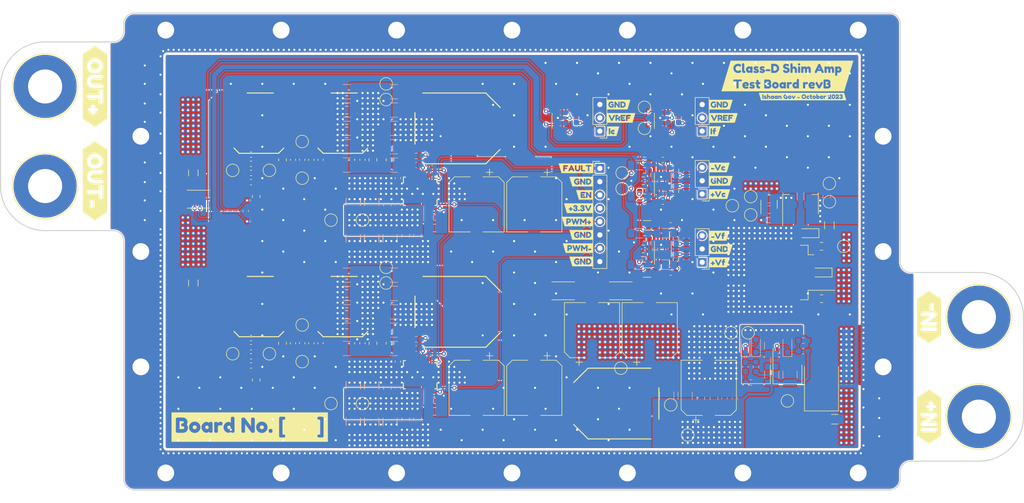
<source format=kicad_pcb>
(kicad_pcb (version 20221018) (generator pcbnew)
  (layers (0 "F.Cu" signal) (1 "In1.Cu" signal) (2 "In2.Cu" signal) (31 "B.Cu" signal) (34 "B.Paste" user) (35 "F.Paste" user) (36 "B.SilkS" user "B.Silkscreen") (37 "F.SilkS" user "F.Silkscreen") (38 "B.Mask" user) (39 "F.Mask" user) (44 "Edge.Cuts" user))
  (net 0 "")
  (net 1 "Net-(C2-Pad2)")
  (net 2 "GND")
  (net 3 "+3.3V")
  (net 4 "V_{IN}")
  (net 5 "+5V")
  (net 6 "/Input Protection and Filtering/RC")
  (net 7 "/Input Protection and Filtering/VIN_RPP-")
  (net 8 "/Input Protection and Filtering/G_ICL")
  (net 9 "/Input Protection and Filtering/VIN_ICL+")
  (net 10 "Net-(C10-Pad2)")
  (net 11 "Net-(C11-Pad2)")
  (net 12 "/FAULT")
  (net 13 "/Output Filter/Output Filter+/FILT_STG2")
  (net 14 "/Output Filter/Output Filter+/FILT_STG3")
  (net 15 "/Input Protection and Filtering/G_RPP")
  (net 16 "Net-(F1-Pad1)")
  (net 17 "/Power Stage/Power Stage Half Bridge+/SW")
  (net 18 "V_{REF}")
  (net 19 "/ENABLE")
  (net 20 "/PWM-")
  (net 21 "/PWM+")
  (net 22 "/Output Filter/Output Filter-/FILT_STG2")
  (net 23 "/Output Filter/Output Filter-/FILT_STG3")
  (net 25 "/Output Sensor/IS-")
  (net 26 "/Output Sensor/IS+")
  (net 29 "/Power Stage/Power Stage Half Bridge-/SW")
  (net 30 "/Output Sensor/IN+")
  (net 31 "/Output Sensor/OUT+")
  (net 32 "/Power Stage/Power Stage Half Bridge+/PWM")
  (net 33 "/Power Stage/Power Stage Half Bridge-/PWM")
  (net 34 "Net-(C41-Pad2)")
  (net 35 "Net-(U4-BOOT)")
  (net 36 "Net-(U5-BOOT)")
  (net 37 "/Output Sensor/Voltage Sensor 10x/V1+")
  (net 38 "/Output Sensor/Voltage Sensor 10x/V1-")
  (net 39 "/Output Sensor/Voltage Sensor 10x/V2+")
  (net 40 "/Output Sensor/Voltage Sensor 10x/VO+")
  (net 41 "/Output Sensor/Voltage Sensor 10x/V2-")
  (net 42 "/Output Sensor/Voltage Sensor 10x/VO-")
  (net 43 "/Output Sensor/Voltage Sensor 10x/V_{OCM}")
  (net 44 "/VSEN10x-")
  (net 45 "/VSEN10x+")
  (net 46 "/Output Sensor/Voltage Sensor 1x/V1+")
  (net 47 "/Output Sensor/Voltage Sensor 1x/V1-")
  (net 48 "/Output Sensor/Voltage Sensor 1x/V2+")
  (net 49 "/Output Sensor/Voltage Sensor 1x/VO+")
  (net 50 "/Output Sensor/Voltage Sensor 1x/V2-")
  (net 51 "/Output Sensor/Voltage Sensor 1x/VO-")
  (net 52 "/Output Sensor/Voltage Sensor 1x/V_{OCM}")
  (net 53 "/VSEN1x-")
  (net 54 "/VSEN1x+")
  (net 55 "/ISEN10x")
  (net 56 "/ISEN1x")
  (net 57 "Net-(U4-BOOTR)")
  (net 58 "Net-(U4-NC{slash}PGND)")
  (net 59 "Net-(U4-NC{slash}REFIN)")
  (net 60 "Net-(U5-BOOTR)")
  (net 61 "Net-(U5-NC{slash}PGND)")
  (net 62 "Net-(U5-NC{slash}REFIN)")
  (net 65 "/Rail Generation/+5VF")
  (net 66 "Net-(C64-Pad2)")
  (net 67 "Net-(C42-Pad1)")
  (net 68 "Net-(C65-Pad1)")
  (net 69 "Net-(C77-Pad2)")
  (net 70 "/Output Sensor/IN-")
  (net 71 "Net-(F2-Pad2)")
  (net 72 "Net-(R48-Pad2)")
  (net 73 "Net-(R47-Pad2)")
  (net 74 "Net-(C86-Pad2)")
  (net 75 "Net-(C105-Pad2)")
  (net 76 "Net-(C114-Pad2)")
  (net 77 "/INPUT-")
  (net 78 "Net-(F3-Pad2)")
  (footprint "TestPoint:TestPoint_Pad_D2.0mm" (layer "F.Cu") (at 174.25 130.25 90)
    (fp_text reference "TP4" hide)
    (fp_text value "-")
  )
  (footprint "Custom-Mechanical:MountingHole-3mm_small_annulus" (layer "F.Cu") (at 73.25 123)
    (fp_text reference "H2" hide)
    (fp_text value "~")
  )
  (footprint "Capacitor_SMD:C_0603_1608Metric_Pad1.08x0.95mm_HandSolder" (layer "F.Cu") (at 94.25 87.75)
    (fp_text reference "C86" hide)
    (fp_text value "100n")
  )
  (footprint "Package_TO_SOT_SMD:SOT-23-8_Handsoldering" (layer "F.Cu") (at 153.25 75.5 90)
    (fp_text reference "U8" hide)
    (fp_text value "INA241A4")
  )
  (footprint "TestPoint:TestPoint_Pad_D2.0mm" (layer "F.Cu") (at 109.5 130)
    (fp_text reference "TP16" hide)
    (fp_text value "-")
  )
  (footprint "Capacitor_SMD:C_0603_1608Metric_Pad1.08x0.95mm_HandSolder" (layer "F.Cu") (at 94.25 122.75)
    (fp_text reference "C114" hide)
    (fp_text value "100n")
  )
  (footprint "Capacitor_SMD:C_0805_2012Metric_Pad1.18x1.45mm_HandSolder" (layer "F.Cu") (at 117.5 118.5 -90)
    (fp_text reference "C113" hide)
    (fp_text value "4.7u")
  )
  (footprint "Custom-RLC:COILCRAFT_2014" (layer "F.Cu") (at 132.5 112.5 -90)
    (fp_text reference "L5" hide)
    (fp_text value "257n" hide)
  )
  (footprint "Resistor_SMD:R_0603_1608Metric_Pad0.98x0.95mm_HandSolder" (layer "F.Cu") (at 175.25 98.5 90)
    (fp_text reference "R43" hide)
    (fp_text value "75R 0.1%")
  )
  (footprint "Custom-Mechanical:MountingHole-3mm_small_annulus" (layer "F.Cu") (at 166 58.75)
    (fp_text reference "H20" hide)
    (fp_text value "~")
  )
  (footprint "TestPoint:TestPoint_Pad_D2.0mm" (layer "F.Cu") (at 104 115)
    (fp_text reference "TP24" hide)
    (fp_text value "-")
  )
  (footprint "TestPoint:TestPoint_Pad_D2.0mm" (layer "F.Cu") (at 120 107)
    (fp_text reference "TP23" hide)
    (fp_text value "-")
  )
  (footprint "kibuzzard-6525E21C" (layer "F.Cu") (at 183.552 84.96)
    (fp_text reference "kibuzzard-6525E21C" hide)
    (fp_text value "G***" hide)
  )
  (footprint "Capacitor_SMD:C_1210_3225Metric_Pad1.33x2.70mm_HandSolder" (layer "F.Cu") (at 117.25 98.5 -90)
    (fp_text reference "C30" hide)
    (fp_text value "22u")
  )
  (footprint "kibuzzard-6525E307" (layer "F.Cu") (at 223.5 113.5 90)
    (fp_text reference "kibuzzard-6525E307" hide)
    (fp_text value "G***" hide)
  )
  (footprint "Custom-Mechanical:MountingHole-3mm_small_annulus" (layer "F.Cu") (at 210 58.75)
    (fp_text reference "H17" hide)
    (fp_text value "~")
  )
  (footprint "kibuzzard-6525E1AD" (layer "F.Cu") (at 164.814 75.5)
    (fp_text reference "kibuzzard-6525E1AD" hide)
    (fp_text value "G***" hide)
  )
  (footprint "kibuzzard-6525E1C4" (layer "F.Cu") (at 182.663 78.04)
    (fp_text reference "kibuzzard-6525E1C4" hide)
    (fp_text value "G***" hide)
  )
  (footprint "TestPoint:TestPoint_Pad_D2.0mm" (layer "F.Cu") (at 120 69)
    (fp_text reference "TP22" hide)
    (fp_text value "-")
  )
  (footprint "Capacitor_SMD:C_0603_1608Metric_Pad1.08x0.95mm_HandSolder" (layer "F.Cu") (at 94.25 82.5)
    (fp_text reference "C90" hide)
    (fp_text value "4.7n")
  )
  (footprint "Capacitor_SMD:C_0603_1608Metric_Pad1.08x0.95mm_HandSolder" (layer "F.Cu") (at 107.5 83.5 -90)
    (fp_text reference "C83" hide)
    (fp_text value "1n")
  )
  (footprint "Custom-Electromechanical:Keystone 6095" (layer "F.Cu") (at 233 132.5)
    (fp_text reference "J6" hide)
    (fp_text value "6095" hide)
  )
  (footprint "TestPoint:TestPoint_Pad_D2.0mm" (layer "F.Cu") (at 120 104)
    (fp_text reference "TP28" hide)
    (fp_text value "-")
  )
  (footprint "Capacitor_SMD:C_0603_1608Metric_Pad1.08x0.95mm_HandSolder" (layer "F.Cu") (at 104 118.5 -90)
    (fp_text reference "C107" hide)
    (fp_text value "10n")
  )
  (footprint "Connector_PinHeader_2.54mm:PinHeader_1x03_P2.54mm_Vertical" (layer "F.Cu") (at 180.25 103.04 180)
    (fp_text reference "J3" hide)
    (fp_text value "DNP")
  )
  (footprint "TestPoint:TestPoint_Pad_D2.0mm" (layer "F.Cu") (at 120 72)
    (fp_text reference "TP17" hide)
    (fp_text value "-")
  )
  (footprint "Capacitor_SMD:C_0603_1608Metric_Pad1.08x0.95mm_HandSolder" (layer "F.Cu") (at 172.75 83.5)
    (fp_text reference "C128" hide)
    (fp_text value "470p")
  )
  (footprint "TestPoint:TestPoint_Pad_D2.0mm" (layer "F.Cu") (at 104 80)
    (fp_text reference "TP18" hide)
    (fp_text value "-")
  )
  (footprint "Capacitor_SMD:C_0603_1608Metric_Pad1.08x0.95mm_HandSolder" (layer "F.Cu") (at 115.5 83.5 -90)
    (fp_text reference "C96" hide)
    (fp_text value "100n")
  )
  (footprint "Capacitor_SMD:C_0805_2012Metric_Pad1.18x1.45mm_HandSolder" (layer "F.Cu") (at 126 98 -90)
    (fp_text reference "C26" hide)
    (fp_text value "4.7u")
  )
  (footprint "Resistor_SMD:R_1206_3216Metric_Pad1.30x1.75mm_HandSolder" (layer "F.Cu") (at 204.5 96 90)
    (fp_text reference "R9" hide)
    (fp_text value "500m")
  )
  (footprint "Resistor_SMD:R_0603_1608Metric_Pad0.98x0.95mm_HandSolder" (layer "F.Cu") (at 169.25 98.5 180)
    (fp_text reference "R46" hide)
    (fp_text value "4.7k")
  )
  (footprint "Capacitor_SMD:C_0805_2012Metric_Pad1.18x1.45mm_HandSolder" (layer "F.Cu") (at 120.25 127 90)
    (fp_text reference "C51" hide)
    (fp_text value "1u")
  )
  (footprint "Custom-RLC:COILCRAFT_1212" (layer "F.Cu") (at 96 76.5 180)
    (fp_text reference "L4" hide)
    (fp_text value "90n" hide)
  )
  (footprint "Custom-Mechanical:MountingHole-3mm_small_annulus" (layer "F.Cu") (at 188 143.25)
    (fp_text reference "H18" hide)
    (fp_text value "~")
  )
  (footprint "TestPoint:TestPoint_Pad_D2.0mm" (layer "F.Cu") (at 109.5 95)
    (fp_text reference "TP14" hide)
    (fp_text value "-")
  )
  (footprint "Capacitor_SMD:C_0603_1608Metric_Pad1.08x0.95mm_HandSolder" (layer "F.Cu") (at 104 83.5 -90)
    (fp_text reference "C79" hide)
    (fp_text value "10n")
  )
  (footprint "TestPoint:TestPoint_Pad_D2.0mm" (layer "F.Cu") (at 165 89)
    (fp_text reference "TP32" hide)
    (fp_text value "-")
  )
  (footprint "Connector_PinHeader_2.54mm:PinHeader_1x03_P2.54mm_Vertical" (layer "F.Cu") (at 180.25 90.025 180)
    (fp_text reference "J2" hide)
    (fp_text value "DNP")
  )
  (footprint "Diode_SMD:D_SOD-323_HandSoldering" (layer "F.Cu") (at 203 105 180)
    (fp_text reference "D5" hide)
    (fp_text value "NSR0340HT1G")
  )
  (footprint "Capacitor_SMD:C_0805_2012Metric_Pad1.18x1.45mm_HandSolder" (layer "F.Cu") (at 203 100 180)
    (fp_text reference "C14" hide)
    (fp_text value "4.7u")
  )
  (footprint "kibuzzard-6525E3DB" (layer "F.Cu") (at 196.5 67.5)
    (fp_text reference "kibuzzard-6525E3DB" hide)
    (fp_text value "G***" hide)
  )
  (footprint "Capacitor_SMD:C_0603_1608Metric_Pad1.08x0.95mm_HandSolder" (layer "F.Cu") (at 94.25 119.25)
    (fp_text reference "C120" hide)
    (fp_text value "1n")
  )
  (footprint "kibuzzard-6525E138" (layer "F.Cu") (at 157.194 97.81)
    (fp_text reference "kibuzzard-6525E138" hide)
    (fp_text value "G***" hide)
  )
  (footprint "Resistor_SMD:R_0805_2012Metric_Pad1.20x1.40mm_HandSolder" (layer "F.Cu") (at 100.25 83.5 90)
    (fp_text reference "R22" hide)
    (fp_text value "2.2R")
  )
  (footprint "Custom-Mechanical:MountingHole-3mm_small_annulus" (layer "F.Cu") (at 122 143.25)
    (fp_text reference "H7" hide)
    (fp_text value "~")
  )
  (footprint "Package_TO_SOT_SMD:TO-263-2" (layer "F.Cu") (at 195.625 105 180)
    (fp_text reference "U1" hide)
    (fp_text value "MC7805CD2TR4G")
  )
  (footprint "Capacitor_SMD:C_0805_2012Metric_Pad1.18x1.45mm_HandSolder" (layer "F.Cu") (at 126 133 -90)
    (fp_text reference "C49" hide)
    (fp_text value "4.7u")
  )
  (footprint "Capacitor_SMD:C_0603_1608Metric_Pad1.08x0.95mm_HandSolder" (layer "F.Cu") (at 102.25 83.5 -90)
    (fp_text reference "C77" hide)
    (fp_text value "100n")
  )
  (footprint "kibuzzard-6525E0C3" (layer "F.Cu") (at 157.829 90.19)
    (fp_text reference "kibuzzard-6525E0C3" hide)
    (fp_text value "G***" hide)
  )
  (footprint "TestPoint:TestPoint_Pad_D2.0mm" (layer "F.Cu") (at 185.75 116.5 90)
    (fp_text reference "TP6" hide)
    (fp_text value "-")
  )
  (footprint "TestPoint:TestPoint_Pad_D2.0mm" (layer "F.Cu") (at 115.5 95)
    (fp_text reference "TP13" hide)
    (fp_text value "-")
  )
  (footprint "Package_TO_SOT_SMD:SOT-23-6" (layer "F.Cu") (at 193 92 90)
    (fp_text reference "U2" hide)
    (fp_text value "MCP1501T-20E/CHY")
  )
  (footprint "Connector_PinHeader_2.54mm:PinHeader_1x08_P2.54mm_Vertical" (layer "F.Cu") (at 160.75 85.125)
    (fp_text reference "J1" hide)
    (fp_text value "DNP")
  )
  (footprint "Capacitor_SMD:C_0603_1608Metric_Pad1.08x0.95mm_HandSolder" (layer "F.Cu") (at 122.25 122 -90)
    (fp_text reference "C65" hide)
    (fp_text value "150p")
  )
  (footprint "kibuzzard-6525E140" (layer "F.Cu") (at 156.559 100.35)
    (fp_text reference "kibuzzard-6525E140" hide)
    (fp_text value "G***" hide)
  )
  (footprint "Capacitor_SMD:C_0805_2012Metric_Pad1.18x1.45mm_HandSolder" (layer "F.Cu") (at 123.75 98 -90)
    (fp_text reference "C33" hide)
    (fp_text value "4.7u")
  )
  (footprint "Resistor_SMD:R_0805_2012Metric_Pad1.20x1.40mm_HandSolder" (layer "F.Cu") (at 129.25 131.5)
    (fp_text reference "R18" hide)
    (fp_text value "2.2R")
  )
  (footprint "Custom-RLC:R_2512_6332_CURRENT_SHUNT" (layer "F.Cu") (at 84.25 91)
    (fp_text reference "R26" hide)
    (fp_text value "10mR 4W" hide)
  )
  (footprint "kibuzzard-6525E1D0" (layer "F.Cu") (at 184.314 75.5)
    (fp_text reference "kibuzzard-6525E1D0" hide)
    (fp_text value "G***" hide)
  )
  (footprint "Capacitor_SMD:C_0805_2012Metric_Pad1.18x1.45mm_HandSolder" (layer "F.Cu") (at 169 100.5 180)
    (fp_text reference "C139" hide)
    (fp_text value "1u")
  )
  (footprint "Custom-Mechanical:MountingHole-3mm_small_annulus" (layer "F.Cu") (at 144 143.25)
    (fp_text reference "H3" hide)
    (fp_text value "~")
  )
  (footprint "Resistor_SMD:R_0603_1608Metric_Pad0.98x0.95mm_HandSolder" (layer "F.Cu") (at 169.25 91.5 180)
    (fp_text reference "R30" hide)
    (fp_text value "220R 0.1%")
  )
  (footprint "Resistor_SMD:R_0603_1608Metric_Pad0.98x0.95mm_HandSolder" (layer "F.Cu") (at 169.25 85.5 180)
    (fp_text reference "R36" hide)
    (fp_text value "4.7k")
  )
  (footprint "Capacitor_SMD:C_0805_2012Metric_Pad1.18x1.45mm_HandSolder" (layer "F.Cu") (at 112.5 109 180)
    (fp_text reference "C117" hide)
    (fp_text value "4.7u")
  )
  (footprint "Custom-IC:LSON-12-1EP_5x6mm" (layer "F.Cu") (at 126.5 89.5 -90)
    (fp_text reference "U4" hide)
    (fp_text value "CSD95372AQ5M" hide)
  )
  (footprint "kibuzzard-6525E231" (layer "F.Cu") (at 183.552 103.055)
    (fp_text reference "kibuzzard-6525E231" hide)
    (fp_text value "G***" hide)
  )
  (footprint "Resistor_SMD:R_2512_6332Metric_Pad1.40x3.35mm_HandSolder" (layer "F.Cu") (at 164.75 108.5 180)
    (fp_text reference "R7" hide)
    (fp_text value "50mR")
  )
  (footprint "Capacitor_SMD:C_0603_1608Metric_Pad1.08x0.95mm_HandSolder" (layer "F.Cu") (at 174.25 105)
    (fp_text reference "C138" hide)
    (fp_text value "33p")
  )
  (footprint "Capacitor_SMD:C_1210_3225Metric_Pad1.33x2.70mm_HandSolder" (layer "F.Cu") (at 117.25 126.5 90)
    (fp_text reference "C50" hide)
    (fp_text value "22u")
  )
  (footprint "Capacitor_SMD:C_0805_2012Metric_Pad1.18x1.45mm_HandSolder" (layer "F.Cu") (at 169 87.5 180)
    (fp_text reference "C130" hide)
    (fp_text value "1u")
  )
  (footprint "Custom-Mechanical:MountingHole-3mm_small_annulus" (layer "F.Cu") (at 214.75 101)
    (fp_text reference "H9" hide)
    (fp_text value "~")
  )
  (footprint "Resistor_SMD:R_0805_2012Metric_Pad1.20x1.40mm_HandSolder" (layer "F.Cu") (at 129.25 96.5)
    (fp_text reference "R14" hide)
    (fp_text value "2.2R")
  )
  (footprint "Resistor_SMD:R_0805_2012Metric_Pad1.20x1.40mm_HandSolder" (layer "F.Cu") (at 120.75 83.5 -90)
    (fp_text reference "R17" hide)
    (fp_text value "2.2R")
  )
  (footprint "Resistor_SMD:R_0805_2012Metric_Pad1.20x1.40mm_HandSolder" (layer "F.Cu") (at 120.75 118.5 -90)
    (fp_text reference "R21" hide)
    (fp_text value "2.2R")
  )
  (footprint "Capacitor_SMD:C_0603_1608Metric_Pad1.08x0.95mm_HandSolder" (layer "F.Cu") (at 94.25 117.5)
    (fp_text reference "C118" hide)
    (fp_text value "4.7n")
  )
  (footprint "Custom-Mechanical:MountingHole-3mm_small_annulus" (layer "F.Cu") (at 188 58.75)
    (fp_text reference "H19" hide)
    (fp_text value "~")
  )
  (footprint "Capacitor_SMD:C_0603_1608Metric_Pad1.08x0.95mm_HandSolder" (layer "F.Cu") (at 89.25 93.25 -90)
    (fp_text reference "C68" hide)
    (fp_text value "1n")
  )
  (footprint "Capacitor_SMD:C_0603_1608Metric_Pad1.08x0.95mm_HandSolder" (layer "F.Cu") (at 94.25 121)
    (fp_text reference "C116" hide)
    (fp_text value "10n")
  )
  (footprint "Capacitor_SMD:C_1210_3225Metric_Pad1.33x2.70mm_HandSolder" (layer "F.Cu") (at 113.75 133.5 -90)
    (fp_text reference "C45" hide)
    (fp_text value "22u")
  )
  (footprint "Fuse:Fuse_1206_3216Metric_Pad1.42x1.75mm_HandSolder" (layer "F.Cu") (at 205.5 133 180)
    (fp_text reference "F1" hide)
    (fp_text value "25A")
  )
  (footprint "TestPoint:TestPoint_Pad_D2.0mm" (layer "F.Cu") (at 165 86)
    (fp_text reference "TP31" hide)
    (fp_text value "-")
  )
  (footprint "kibuzzard-6525E2FE" (layer "F.Cu") (at 223.5 132.5 90)
    (fp_text reference "kibuzzard-6525E2FE" hide)
    (fp_text value "G***" hide)
  )
  (footprint "kibuzzard-6525E130" (layer "F.Cu") (at 156.432 95.27)
    (fp_text reference "kibuzzard-6525E130" hide)
    (fp_text value "G***" hide)
  )
  (footprint "TestPoint:TestPoint_Pad_D2.0mm" (layer "F.Cu") (at 189 116.5 90)
    (fp_text reference "TP3" hide)
    (fp_text value "-")
  )
  (footprint "TestPoint:TestPoint_Pad_D2.0mm" (layer "F.Cu") (at 115.5 130)
    (fp_text reference "TP15" hide)
    (fp_text value "-")
  )
  (footprint "Capacitor_SMD:C_0805_2012Metric_Pad1.18x1.45mm_HandSolder" (layer "F.Cu") (at 112.5 76 180)
    (fp_text reference "C91" hide)
    (fp_text value "4.7u")
  )
  (footprint "Resistor_SMD:R_0603_1608Metric_Pad0.98x0.95mm_HandSolder" (layer "F.Cu") (at 169.25 89.5)
    (fp_text reference "R35" hide)
    (fp_text value "4.7k")
  )
  (footprint "Capacitor_SMD:C_1210_3225Metric_Pad1.33x2.70mm_HandSolder" (layer "F.Cu") (at 113.75 98.5 -90)
    (fp_text reference "C22" hide)
    (fp_text value "22u")
  )
  (footprint "Capacitor_SMD:C_0805_2012Metric_Pad1.18x1.45mm_HandSolder" (layer "F.Cu") (at 112.5 72 180)
    (fp_text reference "C87" hide)
    (fp_text value "4.7u")
  )
  (footprint "Capacitor_SMD:C_0603_1608Metric_Pad1.08x0.95mm_HandSolder" (layer "F.Cu") (at 107.5 118.5 -90)
    (fp_text reference "C111" hide)
    (fp_text value "1n")
  )
  (footprint "Capacitor_SMD:C_0603_1608Metric_Pad1.08x0.95mm_HandSolder" (layer "F.Cu") (at 94.25 84.25)
    (fp_text reference "C92" hide)
    (fp_text value "1n")
  )
  (footprint "TestPoint:TestPoint_Pad_D2.0mm" (layer "F.Cu") (at 177.5 136 90)
    (fp_text reference "TP1" hide)
    (fp_text value "-")
  )
  (footprint "Resistor_SMD:R_2512_6332Metric_Pad1.40x3.35mm_HandSolder" (layer "F.Cu") (at 153.75 108.5 180)
    (fp_text reference "R8" hide)
    (fp_text value "50mR")
  )
  (footprint "Capacitor_SMD:C_1210_3225Metric_Pad1.33x2.70mm_HandSolder" (layer "F.Cu") (at 117.25 133.5 -90)
    (fp_text reference "C53" hide)
    (fp_text value "22u")
  )
  (footprint "Connector_PinHeader_2.54mm:PinHeader_1x03_P2.54mm_Vertical" (layer "F.Cu") (at 180.25 78.025 180)
    (fp_text reference "J5" hide)
    (fp_text value "DNP")
  )
  (footprint "Custom-Electromechanical:Keystone 6095" (layer "F.Cu") (at 55 69.5)
    (fp_text reference "J8" hide)
    (fp_text value "6095" hide)
  )
  (footprint "Custom-Mechanical:MountingHole-3mm_small_annulus" (layer "F.Cu") (at 214.75 123)
    (fp_text reference "H5" hide)
    (fp_text value "~")
  )
  (footprint "Custom-RLC:COILCRAFT_1212" (layer "F.Cu") (at 112 76.5 180)
    (fp_text reference "L3" hide)
    (fp_text value "90n" hide)
  )
  (footprint "Custom-RLC:COILCRAFT_1212" (layer "F.Cu") (at 96 111.5 180)
    (fp_text reference "L7" hide)
    (fp_text value "90n" hide)
  )
  (footprint "Capacitor_SMD:C_0603_1608Metric_Pad1.08x0.95mm_HandSolder" (layer "F.Cu") (at 129.25 129.5)
    (fp_text reference "C64" hide)
    (fp_text value "100n")
  )
  (footprint "Resistor_SMD:R_0603_1608Metric_Pad0.98x0.95mm_HandSolder" (layer "F.Cu") (at 175.75 75.485 90)
    (fp_text reference "R48" hide)
    (fp_text value "750R")
  )
  (footprint "TestPoint:TestPoint_Pad_D2.0mm" (layer "F.Cu") (at 189.5 90.5 90)
    (fp_text reference "TP10" hide)
    (fp_text value "-")
  )
  (footprint "Capacitor_SMD:C_0805_2012Metric_Pad1.18x1.45mm_HandSolder" (layer "F.Cu") (at 123.75 133 -90)
    (fp_text reference "C56" hide)
    (fp_text value "4.7u")
  )
  (footprint "Resistor_SMD:R_0805_2012Metric_Pad1.20x1.40mm_HandSolder" (layer "F.Cu") (at 95.25 90.5 -90)
    (fp_text reference "R23" hide)
    (fp_text value "2.2R")
  )
  (footprint "Custom-Mechanical:MountingHole-3mm_small_annulus" (layer "F.Cu") (at 144 58.75)
    (fp_text reference "H15" hide)
    (fp_text value "~")
  )
  (footprint "TestPoint:TestPoint_Pad_D2.0mm" (layer "F.Cu") (at 186 92.25 90)
    (fp_text reference "TP11" hide)
    (fp_text value "-")
  )
  (footprint "Custom-Mechanical:MountingHole-3mm_small_annulus" (layer "F.Cu") (at 100 58.75)
    (fp_text reference "H10" hide)
    (fp_text value "~")
  )
  (footprint "Capacitor_SMD:C_0805_2012Metric_Pad1.18x1.45mm_HandSolder" (layer "F.Cu") (at 112.5 107 180)
    (fp_text reference "C115" hide)
    (fp_text value "4.7u")
  )
  (footprint "Capacitor_SMD:CP_Elec_10x12.6" (layer "F.Cu") (at 159.25 116 90)
    (fp_text reference "C11" hide)
    (fp_text value "330u")
  )
  (footprint "Custom-Electromechanical:Keystone 6095" (layer "F.Cu") (at 55 88.5)
    (fp_text reference "J9" hide)
    (fp_text value "6095" hide)
  )
  (footprint "kibuzzard-6525E122" (layer "F.Cu") (at 156.686 92.73)
    (fp_text reference "kibuzzard-6525E122" hide)
    (fp_text value "G***" hide)
  )
  (footprint "Resistor_SMD:R_0805_2012Metric_Pad1.20x1.40mm_HandSolder" (layer "F.Cu") (at 100.25 118.5 90)
    (fp_text reference "R24" hide)
    (fp_text value "2.2R")
  )
  (footprint "Capacitor_SMD:CP_Elec_10x12.6" (layer "F.Cu") (at 148.25 92 -90)
    (fp_text reference "C70" hide)
    (fp_text value "330u")
  )
  (footprint "Capacitor_SMD:C_0603_1608Metric_Pad1.08x0.95mm_HandSolder" (layer "F.Cu") (at 102.25 118.5 -90)
    (fp_text reference "C105" hide)
    (fp_text value "100n")
  )
  (footprint "kibuzzard-6525E114" (layer "F.Cu") (at 157.194 87.65)
    (fp_text reference "kibuzzard-6525E114" hide)
    (fp_text value "G***" hide)
  )
  (footprint "Connector_PinHeader_2.54mm:PinHeader_1x03_P2.54mm_Vertical" (layer "F.Cu") (at 160.75 78.025 180)
    (fp_text reference "J4" hide)
    (fp_text value "DNP")
  )
  (footprint "Custom-Mechanical:MountingHole-3mm_small_annulus" (layer "F.Cu") (at 122 58.75)
    (fp_text reference "H14" hide)
    (fp_text value "~")
  )
  (footprint "Capacitor_SMD:C_0805_2012Metric_Pad1.18x1.45mm_HandSolder" (layer "F.Cu") (at 117.5 83.5 -90)
    (fp_text reference "C85" hide)
    (fp_text value "4.7u")
  )
  (footprint "Diode_SMD:D_SOD-323_HandSoldering" (layer "F.Cu") (at 200.5 97.5 180)
    (fp_text reference "D6" hide)
    (fp_text value "NSR0340HT1G")
  )
  (footprint "TestPoint:TestPoint_Pad_D2.0mm" (layer "F.Cu") (at 204.5 91.5 90)
    (fp_text reference "TP7" hide)
    (fp_text value "-")
  )
  (footprint "Custom-Mechanical:MountingHole-3mm_small_annulus" (layer "F.Cu") (at 100 143.25)
    (fp_text reference "H16" hide)
    (fp_text value "~")
  )
  (footprint "Capacitor_SMD:C_0805_2012Metric_Pad1.18x1.45mm_HandSolder" (layer "F.Cu") (at 120.25 92 90)
    (fp_text reference "C28" hide)
    (fp_text value "1u")
  )
  (footprint "Package_SO:MSOP-8_3x3mm_P0.65mm" (layer "F.Cu") (at 172.75 87.5 90)
    (fp_text reference "U6" hide)
    (fp_text value "LTC6362")
  )
  (footprint "kibuzzard-6525E213" (layer "F.Cu") (at 183.552 90.04)
    (fp_text reference "kibuzzard-6525E213" hide)
    (fp_text value "G***" hide)
  )
  (footprint "kibuzzard-6525E19B" (layer "F.Cu") (at 163.29 78.04)
    (fp_text reference "kibuzzard-6525E19B" hide)
    (fp_text value "G***" hide)
  )
  (footprint "Capacitor_SMD:CP_Elec_10x12.6" (layer "F.Cu") (at 181.5 127 90)
    (fp_text reference "C3" hide)
    (fp_text value "330u")
  )
  (footprint "Capacitor_SMD:C_0805_2012Metric_Pad1.18x1.45mm_HandSolder" (layer "F.Cu") (at 112.5 111 180)
    (fp_text reference "C119" hide)
    (fp_text value "4.7u")
  )
  (footprint "TestPoint:TestPoint_Pad_D2.0mm" (layer "F.Cu") (at 90.75 85.5)
    (fp_text reference "TP19" hide)
    (fp_text value "-")
  )
  (footprint "Custom-Mechanical:MountingHole-3mm_small_annulus" (layer "F.Cu") (at 214.75 79)
    (fp_text reference "H13" hide)
    (fp_text value "~")
  )
  (footprint "Capacitor_SMD:C_1210_3225Metric_Pad1.33x2.70mm_HandSolder" (layer "F.Cu") (at 120.75 98.5 -90)
    (fp_text reference "C25" hide)
    (fp_text value "22u")
  )
  (footprint "kibuzzard-6525E43B" (layer "F.Cu") (at 199.391759 71.427529)
    (fp_text reference "kibuzzard-6525E43B" hide)
    (fp_text value "G***" hide)
  )
  (footprint "Capacitor_SMD:C_0603_1608Metric_Pad1.08x0.95mm_HandSolder" (layer "F.Cu") (at 105.75 83.5 -90)
    (fp_text reference "C81" hide)
    (fp_text value "4.7n")
  )
  (footprint "Capacitor_SMD:C_0805_2012Metric_Pad1.18x1.45mm_HandSolder" (layer "F.Cu") (at 112.5 80 180)
    (fp_text reference "C94" hide)
    (fp_text value "4.7u")
  )
  (footprint "Custom-Mechanical:MountingHole-3mm_small_annulus" (layer "F.Cu") (at 78 58.75)
    (fp_text reference "H11" hide)
    (fp_text value "~")
  )
  (footprint "Capacitor_SMD:CP_Elec_10x12.6" (layer "F.Cu") (at 137.25 127 -90)
    (fp_text reference "C97" hide)
    (fp_text value "330u")
  )
  (footprint "Fuse:Fuse_1206_3216Metric_Pad1.42x1.75mm_HandSolder" (layer "F.Cu") (at 83.25 107 90)
    (fp_text reference "F3" hide)
    (fp_text value "25A")
  )
  (footprint "Capacitor_SMD:C_0603_1608Metric_Pad1.08x0.95mm_HandSolder" (layer "F.Cu") (at 105.75 118.5 -90)
    (fp_text reference "C109" hide)
    (fp_text value "4.7n")
  )
  (footprint "Capacitor_SMD:C_0603_1608Metric_Pad1.08x0.95mm_HandSolder" (layer "F.Cu") (at 172.75 91.5)
    (fp_text reference "C129" hide)
    (fp_text value "470p")
  )
  (footprint "Custom-IC:LSON-12-1EP_5x6mm" (layer "F.Cu") (at 126.5 124.5 -90)
    (fp_text reference "U5" hide)
    (fp_text value "CSD95372AQ5M" hide)
  )
  (footprint "kibuzzard-6525E349" (layer "F.Cu") (at 64.5 69.5 -90)
    (fp_text reference "kibuzzard-6525E349" hide)
    (fp_text value "G***" hide)
  )
  (footprint "kibuzzard-6525E1DB" (layer "F.Cu") (at 183.806 72.96)
    (fp_text reference "kibuzzard-6525E1DB" hide)
    (fp_text value "G***" hide)
  )
  (footprint "Capacitor_SMD:C_0805_2012Metric_Pad1.18x1.45mm_HandSolder" (layer "F.Cu") (at 112.5 78 180)
    (fp_text reference "C93" hide)
    (fp_text value "4.7u")
  )
  (footprint "Package_TO_SOT_SMD:SOT-223-3_TabPin2" (layer "F.Cu") (at 199 92 90)
    (fp_text reference "U3" hide)
    (fp_text value "SPX1117M3-L-3-3/TR")
  )
  (footprint "Resistor_SMD:R_0603_1608Metric_Pad0.98x0.95mm_HandSolder" (layer "F.Cu") (at 156.25 75.5 90)
    (fp_text reference "R47" hide)
    (fp_text value "750R")
  )
  (footprint "TestPoint:TestPoint_Pad_D2.0mm" (layer "F.Cu") (at 104 122)
    (fp_text reference "TP27" hide)
    (fp_text value "-")
  )
  (footprint "Capacitor_SMD:C_0603_1608Metric_Pad1.08x0.95mm_HandSolder" (layer "F.Cu") (at 122.25 92 90)
    (fp_text reference "C36" hide)
    (fp_text value "4.7n")
  )
  (footprint "Capacitor_SMD:C_0805_2012Metric_Pad1.18x1.45mm_HandSolder" (layer "F.Cu") (at 112.5 113 180)
    (fp_text reference "C121" hide)
    (fp_text value "4.7u")
  )
  (footprint "Package_DFN_QFN:PQFN-8-EP_6x5mm_P1.27mm_Generic" (layer "F.Cu") (at 190.5 122.5 -90)
    (fp_text reference "Q2" hide)
    (fp_text value "SIRA60DP")
  )
  (footprint "Capacitor_SMD:CP_Elec_10x12.6" (layer "F.Cu") (at 170.25 116 90)
    (fp_text reference "C10" hide)
    (fp_text value "330u")
  )
  (footprint "Capacitor_SMD:CP_Elec_10x12.6" (layer "F.Cu") (at 148.25 127 -90)
    (fp_text reference "C98" hide)
    (fp_text value "330u")
  )
  (footprint "Capacitor_SMD:C_1210_3225Metric_Pad1.33x2.70mm_HandSolder" (layer "F.Cu") (at 117.25 91.5 90)
    (fp_text reference "C27" hide)
    (fp_text value "22u")
  )
  (footprint "Capacitor_SMD:C_1210_3225Metric_Pad1.33x2.70mm_HandSolder" (layer "F.Cu") (at 113.75 91.5 90)
    (fp_text reference "C24" hide)
    (fp_text value "22u")
  )
  (footprint "TestPoint:TestPoint_Pad_D2.0mm" (layer "F.Cu") (at 196.5 129.5 90)
    (fp_text reference "TP2" hide)
    (fp_text value "-")
  )
  (footprint "Capacitor_SMD:C_1210_3225Metric_Pad1.33x2.70mm_HandSolder" (layer "F.Cu") (at 113.75 126.5 90)
    (fp_text reference "C47" hide)
    (fp_text value "22u")
  )
  (footprint "Custom-Mechanical:MountingHole-3mm_small_annulus" (layer "F.Cu") (at 73.25 101)
    (fp_text reference "H4" hide)
    (fp_text value "~")
  )
  (footprint "Capacitor_SMD:C_0603_1608Metric_Pad1.08x0.95mm_HandSolder" (layer "F.Cu") (at 115.5 118.5 -90)
    (fp_text reference "C124" hide)
    (fp_text value "100n")
  )
  (footprint "TestPoint:TestPoint_Pad_D2.0mm" (layer "F.Cu") (at 204.5 88 90)
    (fp_text reference "TP9" hide)
    (fp_text value "-")
  )
  (footprint "TestPoint:TestPoint_Pad_D2.0mm" (layer "F.Cu") (at 169.25 73.485)
    (fp_text reference "TP29" hide)
    (fp_text value "-")
  )
  (footprint "Capacitor_SMD:C_0603_1608Metric_Pad1.08x0.95mm_HandSolder" (layer "F.Cu") (at 122.25 127 90)
    (fp_text reference "C59" hide)
    (fp_text value "4.7n")
  )
  (footprint "Capacitor_SMD:C_0603_1608Metric_Pad1.08x0.95mm_HandSolder" (layer "F.Cu") (at 122.25 87 -90)
    (fp_text reference "C42" hide)
    (fp_text value "150p")
  )
  (footprint "Custom-RLC:COILCRAFT_2014" (layer "F.Cu") (at 132.5 77.5 -90)
    (fp_text reference "L2" hide)
    (fp_text value "257n" hide)
  )
  (footprint "Diode_SMD:D_SMC" (layer "F.Cu") (at 203 126.5 90)
    (fp_text reference "D1" hide)
    (fp_text value "20V")
  )
  (footprint "Custom-Mechanical:MountingHole-3mm_small_annulus" (layer "F.Cu") (at 73.25 79)
    (fp_text reference "H12" hide)
    (fp_text value "~")
  )
  (footprint "Capacitor_SMD:C_0805_2012Metric_Pad1.18x1.45mm_HandSolder" (layer "F.Cu") (at 112.5 115 180)
    (fp_text reference "C122" hide)
    (fp_text value "4.7u")
  )
  (footprint "Resistor_SMD:R_0603_1608Metric_Pad0.98x0.95mm_HandSolder" (layer "F.Cu") (at 175.25 102.5 -90)
    (fp_text reference "R44" hide)
    (fp_text value "75R 0.1%")
  )
  (footprint "Capacitor_SMD:C_0603_1608Metric_Pad1.08x0.95mm_HandSolder" (layer "F.Cu") (at 129.25 94.5)
    (fp_text reference "C41" hide)
    (fp_text value "100n")
  )
  (footprint "kibuzzard-6525E106" (layer "F.Cu") (at 156.178 85.11)
    (fp_text reference "kibuzzard-6525E106" hide)
    (fp_text value "G***" hide)
  )
  (footprint "TestPoint:TestPoint_Pad_D2.0mm" (layer "F.Cu") (at 169.25 77.485)
    (fp_text reference "TP30" hide)
    (fp_text value "-")
  )
  (footprint "Resistor_SMD:R_0603_1608Metric_Pad0.98x0.95mm_HandSolder" (layer "F.Cu") (at 169.25 83.5 180)
    (fp_text reference "R29" hide)
    (fp_text value "220R 0.1%")
  )
  (footprint "Capacitor_SMD:C_0603_1608Metric_Pad1.08x0.95mm_HandSolder" (layer "F.Cu") (at 174.25 96)
    (fp_text reference "C137" hide)
    (fp_text value "33p")
  )
  (footprint "kibuzzard-6525E1B5" (layer "F.Cu") (at 164.306 72.96)
    (fp_text reference "kibuzzard-6525E1B5" hide)
    (fp_text value "G***" hide)
  )
  (footprint "Package_DFN_QFN:PQFN-8-EP_6x5mm_P1.27mm_Generic" (layer "F.Cu") (at 196.5 122.55 -90)
    (fp_text reference "Q1" hide)
    (fp_text value "SIRA60DP")
  )
  (footprint "kibuzzard-6525E1FF" (layer "F.Cu") (at 183.806 87.5)
    (fp_text reference "kibuzzard-6525E1FF" hide)
    (fp_text value "G***" hide)
  )
  (footprint "TestPoint:TestPoint_Pad_D2.0mm" (layer "F.Cu") (at 207.25 100 90)
    (fp_text reference "TP8" hide)
    (fp_text value "-")
  )
  (footprint "Capacitor_SMD:C_0603_1608Metric_Pad1.08x0.95mm_HandSolder" (layer "F.Cu") (at 93.25 93.25 -90)
    (fp_text reference "C66" hide)
    (fp_text value "10n")
  )
  (footprint "Capacitor_SMD:CP_Elec_10x12.6" (layer "F.Cu") (at 137.25 92 -90)
    (fp_text reference "C69" hide)
    (fp_text value "330u")
  )
  (footprint "Resistor_SMD:R_1206_3216Metric_Pad1.30x1.75mm_HandSolder" (layer "F.Cu") (at 169.75 96 180)
    (fp_text reference "R39" hide)
    (fp_text value "2.2k 0.1%")
  )
  (footprint "kibuzzard-6525E147" (layer "F.Cu") (at 157.194 102.89)
    (fp_text reference "kibuzzard-6525E147" hide)
    (fp_text value "G***" hide)
  )
  (footprint "Package_SO:MSOP-8_3x3mm_P0.65mm" (layer "F.Cu") (at 172.75 100.5 90)
    (fp_text reference "U7" hide)
    (fp_text value "LTC6362")
  )
  (footprint "TestPoint:TestPoint_Pad_D2.0mm" (layer "F.Cu") (at 104 87)
    (fp_text reference "TP21" hide)
    (fp_text value "-")
  )
  (footprint "kibuzzard-6525E33F" (layer "F.Cu") (at 64.5 87.5 -90)
    (fp_text reference "kibuzzard-6525E33F" hide)
    (fp_text value "G***" hide)
  )
  (footprint "TestPoint:TestPoint_Pad_D2.0mm" (layer "F.Cu") (at 97.75 120.5)
    (fp_text reference "TP26" hide)
    (fp_text value "-")
  )
  (footprint "Resistor_SMD:R_0603_1608Metric_Pad0.98x0.95mm_HandSolder" (layer "F.Cu") (at 175.25 85.5 90)
    (fp_text reference "R33" hide)
    (fp_text value "75R 0.1%")
  )
  (footprint "Custom-Electromechanical:Keystone 6095" (layer "F.Cu") (at 233 113.5)
    (fp_text reference "J7" hide)
    (fp_text value "6095" hide)
  )
  (footprint "Resistor_SMD:R_0805_2012Metric_Pad1.20x1.40mm_HandSolder" (layer "F.Cu") (at 95.25 125.5 -90)
    (fp_text reference "R25" hide)
    (fp_text value "2.2R")
  )
  (footprint "TestPoint:TestPoint_Pad_D2.0mm" (layer "F.Cu") (at 189.5 94 90)
    (fp_text reference "TP12" hide)
    (fp_text value "-")
  )
  (footprint "Capacitor_SMD:C_0603_1608Metric_Pad1.08x0.95mm_HandSolder" (layer "F.Cu") (at 91.25 93.25 -90)
    (fp_text reference "C67" hide)
    (fp_text value "4.7n")
  )
  (footprint "Package_TO_SOT_SMD:SOT-23-8_Handsoldering" (layer "F.Cu") (at 172.75 75.485 90)
    (fp_text reference "U9" hide)
    (fp_text value "INA241A1")
  )
  (footprint "Capacitor_SMD:C_0603_1608Metric_Pad1.08x0.95mm_HandSolder" (layer "F.Cu") (at 113.5 118.5 -90)
    (fp_text reference "C123" hide)
    (fp_text value "100n")
  )
  (footprint "Custom-Mechanical:MountingHole-3mm_small_annulus" (layer "F.Cu") (at 166 143.25)
    (fp_text reference "H6" hide)
    (fp_text value "~")
  )
  (footprint "Custom-Mechanical:MountingHole-3mm_small_annulus" (layer "F.Cu") (at 78 143.25)
    (fp_text reference "H8" hide)
    (fp_text value "~")
  )
  (footprint "Custom-Mechanical:MountingHole-3mm_small_annulus" (layer "F.Cu") (at 210 143.25)
    (fp_text reference "H1" hide)
    (fp_text value "~")
  )
  (footprint "TestPoint:TestPoint_Pad_D2.0mm" (layer "F.Cu") (at 90.75 120.5)
    (fp_text reference "TP25" hide)
    (fp_text value "-")
  )
  (footprint "kibuzzard-6525E23B" (layer "F.Cu") (at 183.806 100.515)
    (fp_text reference "kibuzzard-6525E23B" hide)
    (fp_text value "G***" hide)
  )
  (footprint "Custom-RLC:COILCRAFT_2014" (layer "F.Cu") (at 165 130 90)
    (fp_text reference "L1" hide)
    (fp_text value "257n" hide)
  )
  (footprint "Capacitor_SMD:C_0805_2012Metric_Pad1.18x1.45mm_HandSolder" (layer "F.Cu") (at 203 110 180)
    (fp_text reference "C12" hide)
    (fp_text value "4.7u")
  )
  (footprint "TestPoint:TestPoint_Pad_D2.0mm" (layer "F.Cu") (at 164.75 123.25 90)
    (fp_text reference "TP5" hide)
    (fp_text value "-")
  )
  (footprint "Custom-RLC:COILCRAFT_1212" (layer "F.Cu") (at 112 111.5 180)
    (fp_text reference "L6" hide)
    (fp_text value "90n" hide)
  )
  (footprint "Resistor_SMD:R_0603_1608Metric_Pad0.98x0.95mm_HandSolder" (layer "F.Cu") (at 175.25 89.5 -90)
    (fp_text reference "R34" hide)
    (fp_text value "75R 0.1%")
  )
  (footprint "kibuzzard-6525E244" (layer "F.Cu") (at 183.552 97.975)
    (fp_text reference "kibuzzard-6525E244" hide)
    (fp_text value "G***" hide)
  )
  (footprint "Capacitor_SMD:C_0805_2012Metric_Pad1.18x1.45mm_HandSolder" (layer "F.Cu") (at 112.5 74 180)
    (fp_text reference "C89" hide)
    (fp_text value "4.7u")
  )
  (footprint "Capacitor_SMD:C_1210_3225Metric_Pad1.33x2.70mm_HandSolder" (layer "F.Cu") (at 120.75 133.5 -90)
    (fp_text reference "C48" hide)
    (fp_text value "22u")
  )
  (footprint "Capacitor_SMD:C_0603_1608Metric_Pad1.08x0.95mm_HandSolder" (layer "F.Cu") (at 113.5 83.5 -90)
    (fp_text reference "C95" hide)
    (fp_text value "100n")
  )
  (footprint "Resistor_SMD:R_1206_3216Metric_Pad1.30x1.75mm_HandSolder" (layer "F.Cu") (at 169.75 105 180)
    (fp_text reference "R40" hide)
    (fp_text value "2.2k 0.1%")
  )
  (footprint "Capacitor_SMD:C_0603_1608Metric_Pad1.08x0.95mm_HandSolder" (layer "F.Cu") (at 94.25 86)
    (fp_text reference "C88" hide)
    (fp_text value "10n")
  )
  (footprint "Fuse:Fuse_1206_3216Metric_Pad1.42x1.75mm_HandSolder" (layer "F.Cu") (at 83.25 86 90)
    (fp_text reference "F2" hide)
    (fp_text value "25A")
  )
  (footprint "Resistor_SMD:R_0603_1608Metric_Pad0.98x0.95mm_HandSolder" (layer "F.Cu") (at 169.25 102.5)
    (fp_text reference "R45" hide)
    (fp_text value "4.7k")
  )
  (footprint "kibuzzard-6525E518" (layer "F.Cu") (at 94 134.5)
    (fp_text reference "kibuzzard-6525E518" hide)
    (fp_text value "G***" hide)
  )
  (footprint "TestPoint:TestPoint_Pad_D2.0mm" (layer "F.Cu") (at 97.75 85.5)
    (fp_text reference "TP20" hide)
    (fp_text value "-")
  )
  (footprint "Resistor_SMD:R_0603_1608Metric_Pad0.98x0.95mm_HandSolder" (layer "B.Cu") (at 158.25 101.25 -90)
    (fp_text reference "R13" hide)
    (fp_text value "22R")
  )
  (footprint "Capacitor_SMD:C_0603_1608Metric_Pad1.08x0.95mm_HandSolder" (layer "B.Cu") (at 125.75 119.5)
    (fp_text reference "C62" hide)
    (fp_text value "100n")
  )
  (footprint "Capacitor_SMD:C_0603_1608Metric_Pad1.08x0.95mm_HandSolder" (layer "B.Cu") (at 129.25 129.5)
    (fp_text reference "C63" hide)
    (fp_text value "100n")
  )
  (footprint "Capacitor_SMD:C_1210_3225Metric_Pad1.33x2.70mm_HandSolder" (layer "B.Cu") (at 201 90.5 90)
    (fp_text reference "C15" hide)
    (fp_text value "22u")
  )
  (footprint "Diode_SMD:D_SOD-323_HandSoldering" (layer "B.Cu") (at 190.5 119 90)
    (fp_text reference "D3" hide)
    (fp_text value "NSR0340HT1G")
  )
  (footprint "Capacitor_SMD:C_0805_2012Metric_Pad1.18x1.45mm_HandSolder" (layer "B.Cu") (at 182.5 129 90)
    (fp_text reference "C6" hide)
    (fp_text value "4.7u")
  )
  (footprint "Resistor_SMD:R_0603_1608Metric_Pad0.98x0.95mm_HandSolder" (layer "B.Cu") (at 173.25 85 180)
    (fp_text reference "R31" hide)
    (fp_text value "220R 0.1%")
  )
  (footprint "Capacitor_SMD:C_1210_3225Metric_Pad1.33x2.70mm_HandSolder" (layer "B.Cu") (at 113.75 126.5 90)
    (fp_text reference "C43" hide)
    (fp_text value "22u")
  )
  (footprint "Capacitor_SMD:C_1210_3225Metric_Pad1.33x2.70mm_HandSolder" (layer "B.Cu") (at 121.5 81)
    (fp_text reference "C82" hide)
    (fp_text value "22u")
  )
  (footprint "Capacitor_SMD:C_1210_3225Metric_Pad1.33x2.70mm_HandSolder" (layer "B.Cu") (at 113.75 133.5 -90)
    (fp_text reference "C52" hide)
    (fp_text value "22u")
  )
  (footprint "Resistor_SMD:R_1206_3216Metric_Pad1.30x1.75mm_HandSolder" (layer "B.Cu") (at 173.25 103.5 180)
    (fp_text reference "R42" hide)
    (fp_text value "2.2k 0.1%")
  )
  (footprint "Capacitor_SMD:C_1210_3225Metric_Pad1.33x2.70mm_HandSolder" (layer "B.Cu") (at 113.75 91.5 90)
    (fp_text reference "C20" hide)
    (fp_text value "22u")
  )
  (footprint "Diode_SMD:D_SOD-323_HandSoldering" (layer "B.Cu") (at 188.5 119 90)
    (fp_text reference "D4" hide)
    (fp_text value "10V")
  )
  (footprint "Custom-RLC:DNP_R_0603_1608Metric_Pad0.98x0.95mm_HandSolder" (layer "B.Cu") (at 128.25 84.5 90)
    (fp_text reference "R16" hide)
    (fp_text value "DNP")
  )
  (footprint "Capacitor_SMD:C_0603_1608Metric_Pad1.08x0.95mm_HandSolder" (layer "B.Cu") (at 171.25 87.5 -90)
    (fp_text reference "C125" hide)
    (fp_text value "100n")
  )
  (footprint "Capacitor_SMD:C_1210_3225Metric_Pad1.33x2.70mm_HandSolder" (layer "B.Cu") (at 121.5 119.5)
    (fp_text reference "C112" hide)
    (fp_text value "22u")
  )
  (footprint "Capacitor_SMD:C_0603_1608Metric_Pad1.08x0.95mm_HandSolder" (layer "B.Cu") (at 125.75 84.5)
    (fp_text reference "C39" hide)
    (fp_text value "100n")
  )
  (footprint "Capacitor_SMD:C_1210_3225Metric_Pad1.33x2.70mm_HandSolder" (layer "B.Cu") (at 121.5 77.5)
    (fp_text reference "C80" hide)
    (fp_text value "22u")
  )
  (footprint "Capacitor_SMD:C_1210_3225Metric_Pad1.33x2.70mm_HandSolder" (layer "B.Cu") (at 121.5 105.5)
    (fp_text reference "C104" hide)
    (fp_text value "22u")
  )
  (footprint "Capacitor_SMD:C_1210_3225Metric_Pad1.33x2.70mm_HandSolder" (layer "B.Cu") (at 193.5 119 90)
    (fp_text reference "C1" hide)
    (fp_text value "22u")
  )
  (footprint "Capacitor_SMD:C_1210_3225Metric_Pad1.33x2.70mm_HandSolder" (layer "B.Cu") (at 121.5 116)
    (fp_text reference "C110" hide)
    (fp_text value "22u")
  )
  (footprint "Capacitor_SMD:C_0603_1608Metric_Pad1.08x0.95mm_HandSolder" (layer "B.Cu") (at 169.25 87.5 -90)
    (fp_text reference "C126" hide)
    (fp_text value "1n")
  )
  (footprint "Capacitor_SMD:C_1210_3225Metric_Pad1.33x2.70mm_HandSolder" (layer "B.Cu") (at 121.5 74)
    (fp_text reference "C78" hide)
    (fp_text value "22u")
  )
  (footprint "Capacitor_SMD:C_1210_3225Metric_Pad1.33x2.70mm_HandSolder" (layer "B.Cu") (at 112.5 77.5 180)
    (fp_text reference "C73" hide)
    (fp_text value "22u")
  )
  (footprint "Capacitor_SMD:C_1210_3225Metric_Pad1.33x2.70mm_HandSolder" (layer "B.Cu") (at 112.5 105.5 180)
    (fp_text reference "C103" hide)
    (fp_text value "22u")
  )
  (footprint "Resistor_SMD:R_1206_3216Metric_Pad1.30x1.75mm_HandSolder" (layer "B.Cu") (at 168.25 103.5 180)
    (fp_text reference "R38" hide)
    (fp_text value "2.2k 0.1%")
  )
  (footprint "Capacitor_SMD:C_1210_3225Metric_Pad1.33x2.70mm_HandSolder" (layer "B.Cu") (at 112.5 116 180)
    (fp_text reference "C100" hide)
    (fp_text value "22u")
  )
  (footprint "Capacitor_SMD:C_0603_1608Metric_Pad1.08x0.95mm_HandSolder" (layer "B.Cu") (at 175.25 100.5 -90)
    (fp_text reference "C140" hide)
    (fp_text value "1n")
  )
  (footprint "Resistor_SMD:R_1210_3225Metric_Pad1.30x2.65mm_HandSolder" (layer "B.Cu") (at 197 124.5 90)
    (fp_text reference "R3" hide)
    (fp_text value "1k 1/2W")
  )
  (footprint "Capacitor_SMD:C_0603_1608Metric_Pad1.08x0.95mm_HandSolder" (layer "B.Cu") (at 153.25 74.5 180)
    (fp_text reference "C144" hide)
    (fp_text value "100n")
  )
  (footprint "Capacitor_SMD:C_0603_1608Metric_Pad1.08x0.95mm_HandSolder" (layer "B.Cu") (at 153.25 76.5 180)
    (fp_text reference "C143" hide)
    (fp_text value "1n")
  )
  (footprint "Capacitor_SMD:C_1210_3225Metric_Pad1.33x2.70mm_HandSolder" (layer "B.Cu") (at 112.5 74 180)
    (fp_text reference "C74" hide)
    (fp_text value "22u")
  )
  (footprint "Capacitor_SMD:C_0805_2012Metric_Pad1.18x1.45mm_HandSolder" (layer "B.Cu") (at 180 129 90)
    (fp_text reference "C7" hide)
    (fp_text value "4.7u")
  )
  (footprint "Capacitor_SMD:C_1210_3225Metric_Pad1.33x2.70mm_HandSolder" (layer "B.Cu") (at 112.5 109 180)
    (fp_text reference "C102" hide)
    (fp_text value "22u")
  )
  (footprint "Capacitor_SMD:C_1210_3225Metric_Pad1.33x2.70mm_HandSolder" (layer "B.Cu") (at 120.75 133.5 -90)
    (fp_text reference "C46" hide)
    (fp_text value "22u")
  )
  (footprint "Capacitor_SMD:C_0805_2012Metric_Pad1.18x1.45mm_HandSolder" (layer "B.Cu") (at 126 133 -90)
    (fp_text reference "C57" hide)
    (fp_text value "4.7u")
  )
  (footprint "Capacitor_SMD:C_1210_3225Metric_Pad1.33x2.70mm_HandSolder" (layer "B.Cu") (at 117.25 133.5 -90)
    (fp_text reference "C44" hide)
    (fp_text value "22u")
  )
  (footprint "Capacitor_SMD:C_0603_1608Metric_Pad1.08x0.95mm_HandSolder" (layer "B.Cu") (at 175.75 75.485 90)
    (fp_text reference "C148" hide)
    (fp_text value "1n")
  )
  (footprint "Capacitor_SMD:C_0805_2012Metric_Pad1.18x1.45mm_HandSolder" (layer "B.Cu") (at 129.25 96.5 180)
    (fp_text reference "C38" hide)
    (fp_text value "1u")
  )
  (footprint "Capacitor_SMD:C_0805_2012Metric_Pad1.18x1.45mm_HandSolder" (layer "B.Cu") (at 123.75 98 -90)
    (fp_text reference "C32" hide)
    (fp_text value "4.7u")
  )
  (footprint "Resistor_SMD:R_1210_3225Metric_Pad1.30x2.65mm_HandSolder" (layer "B.Cu") (at 193.5 124.5 90)
    (fp_text reference "R4" hide)
    (fp_text value "1k 1/2W")
  )
  (footprint "Resistor_SMD:R_0603_1608Metric_Pad0.98x0.95mm_HandSolder" (layer "B.Cu") (at 189.5 126)
    (fp_text reference "R6" hide)
    (fp_text value "22R")
  )
  (footprint "Resistor_SMD:R_0603_1608Metric_Pad0.98x0.95mm_HandSolder" (layer "B.Cu") (at 190.5 123 90)
    (fp_text reference "R5" hide)
    (fp_text value "100k")
  )
  (footprint "Capacitor_SMD:C_0603_1608Metric_Pad1.08x0.95mm_HandSolder" (layer "B.Cu") (at 172.75 76.485 180)
    (fp_text reference "C146" hide)
    (fp_text value "1n")
  )
  (footprint "Capacitor_SMD:C_1210_3225Metric_Pad1.33x2.70mm_HandSolder" (layer "B.Cu") (at 112.5 81 180)
    (fp_text reference "C72" hide)
    (fp_text value "22u")
  )
  (footprint "Capacitor_SMD:C_1210_3225Metric_Pad1.33x2.70mm_HandSolder" (layer "B.Cu") (at 112.5 119.5 180)
    (fp_text reference "C99" hide)
    (fp_text value "22u")
  )
  (footprint "Capacitor_SMD:C_0805_2012Metric_Pad1.18x1.45mm_HandSolder" (layer "B.Cu") (at 129.25 131.5 180)
    (fp_text reference "C61" hide)
    (fp_text value "1u")
  )
  (footprint "Resistor_SMD:R_1206_3216Metric_Pad1.30x1.75mm_HandSolder" (layer "B.Cu") (at 168.25 84.5 180)
    (fp_text reference "R27" hide)
    (fp_text value "2.2k 0.1%")
  )
  (footprint "Custom-RLC:DNP_R_0603_1608Metric_Pad0.98x0.95mm_HandSolder" (layer "B.Cu") (at 128.25 119.5 90)
    (fp_text reference "R20" hide)
    (fp_text value "DNP")
  )
  (footprint "Capacitor_SMD:C_0805_2012Metric_Pad1.18x1.45mm_HandSolder" (layer "B.Cu") (at 193 91 180)
    (fp_text reference "C17" hide)
    (fp_text value "4.7u")
  )
  (footprint "Capacitor_SMD:C_0603_1608Metric_Pad1.08x0.95mm_HandSolder" (layer "B.Cu") (at 156.25 75.5 90)
    (fp_text reference "C145" hide)
    (fp_text value "1n")
  )
  (footprint "Capacitor_SMD:C_0603_1608Metric_Pad1.08x0.95mm_HandSolder" (layer "B.Cu") (at 186.5 129 90)
    (fp_text reference "C8" hide)
    (fp_text value "100n")
  )
  (footprint "Capacitor_SMD:C_1210_3225Metric_Pad1.33x2.70mm_HandSolder" (layer "B.Cu") (at 117.25 98.5 -90)
    (fp_text reference "C21" hide)
    (fp_text value "22u")
  )
  (footprint "Capacitor_SMD:C_1210_3225Metric_Pad1.33x2.70mm_HandSolder" (layer "B.Cu") (at 121.5 112.5)
    (fp_text reference "C108" hide)
    (fp_text value "22u")
  )
  (footprint "Resistor_SMD:R_0603_1608Metric_Pad0.98x0.95mm_HandSolder" (layer "B.Cu") (at 193 95 180)
    (fp_text reference "R10" hide)
    (fp_text value "750R")
  )
  (footprint "Capacitor_SMD:C_0603_1608Metric_Pad1.08x0.95mm_HandSolder" (layer "B.Cu") (at 171.25 100.5 -90)
    (fp_text reference "C134" hide)
    (fp_text value "100n")
  )
  (footprint "Capacitor_SMD:C_1210_3225Metric_Pad1.33x2.70mm_HandSolder" (layer "B.Cu") (at 197 90.5 90)
    (fp_text reference "C18" hide)
    (fp_text value "22u")
  )
  (footprint "Resistor_SMD:R_1206_3216Metric_Pad1.30x1.75mm_HandSolder" (layer "B.Cu") (at 168.25 97.5 180)
    (fp_text reference "R37" hide)
    (fp_text value "2.2k 0.1%")
  )
  (footprint "Resistor_SMD:R_1206_3216Metric_Pad1.30x1.75mm_HandSolder" (layer "B.Cu") (at 173.25 97.5 180)
    (fp_text reference "R41" hide)
    (fp_text value "2.2k 0.1%")
  )
  (footprint "Custom-RLC:DNP_R_0603_1608Metric_Pad0.98x0.95mm_HandSolder" (layer "B.Cu") (at 125.75 82.75 180)
    (fp_text reference "R15" hide)
    (fp_text value "DNP")
  )
  (footprint "Capacitor_SMD:C_1210_3225Metric_Pad1.33x2.70mm_HandSolder" (layer "B.Cu") (at 117.25 126.5 90)
    (fp_text reference "C54" hide)
    (fp_text value "22u")
  )
  (footprint "Capacitor_SMD:C_0805_2012Metric_Pad1.18x1.45mm_HandSolder" (layer "B.Cu") (at 123.75 133 -90)
    (fp_text reference "C55" hide)
    (fp_text value "4.7u")
  )
  (footprint "Resistor_SMD:R_0603_1608Metric_Pad0.98x0.95mm_HandSolder" (layer "B.Cu") (at 173.25 90 180)
    (fp_text reference "R32" hide)
    (fp_text value "220R 0.1%")
  )
  (footprint "Capacitor_SMD:C_1210_3225Metric_Pad1.33x2.70mm_HandSolder" (layer "B.Cu") (at 173.5 128.5 90)
    (fp_text reference "C5" hide)
    (fp_text value "22u")
  )
  (footprint "Capacitor_SMD:C_1210_3225Metric_Pad1.33x2.70mm_HandSolder" (layer "B.Cu") (at 121.5 84.5)
    (fp_text reference "C84" hide)
    (fp_text value "22u")
  )
  (footprint "Capacitor_SMD:C_0603_1608Metric_Pad1.08x0.95mm_HandSolder" (layer "B.Cu") (at 129.25 94.5)
    (fp_text reference "C40" hide)
    (fp_text value "100n")
  )
  (footprint "Capacitor_SMD:C_0603_1608Metric_Pad1.08x0.95mm_HandSolder" (layer "B.Cu") (at 122.25 92 -90)
    (fp_text reference "C37" hide)
    (fp_text value "100n")
  )
  (footprint "Capacitor_SMD:C_1210_3225Metric_Pad1.33x2.70mm_HandSolder" (layer "B.Cu") (at 112.5 84.5 180)
    (fp_text reference "C71" hide)
    (fp_text value "22u")
  )
  (footprint "Capacitor_SMD:C_1210_3225Metric_Pad1.33x2.70mm_HandSolder" (layer "B.Cu") (at 112.5 112.5 180)
    (fp_text reference "C101" hide)
    (fp_text value "22u")
  )
  (footprint "Capacitor_SMD:C_0603_1608Metric_Pad1.08x0.95mm_HandSolder" (layer "B.Cu") (at 172.75 74.485 180)
    (fp_text reference "C147" hide)
    (fp_text value "100n")
  )
  (footprint "Resistor_SMD:R_0603_1608Metric_Pad0.98x0.95mm_HandSolder" (layer "B.Cu") (at 199.5 120 180)
    (fp_text reference "R1" hide)
    (fp_text value "4.7k")
  )
  (footprint "Capacitor_SMD:C_0603_1608Metric_Pad1.08x0.95mm_HandSolder" (layer "B.Cu") (at 188.5 123 -90)
    (fp_text reference "C2" hide)
    (fp_text value "100n")
  )
  (footprint "Resistor_SMD:R_0603_1608Metric_Pad0.98x0.95mm_HandSolder" (layer "B.Cu") (at 158.25 91 90)
    (fp_text reference "R11" hide)
    (fp_text value "4.7k")
  )
  (footprint "Capacitor_SMD:C_0603_1608Metric_Pad1.08x0.95mm_HandSolder" (layer "B.Cu") (at 177.25 102.5 -90)
    (fp_text reference "C141" hide)
    (fp_text value "1n")
  )
  (footprint "Capacitor_SMD:C_0603_1608Metric_Pad1.08x0.95mm_HandSolder" (layer "B.Cu") (at 158.25 86 -90)
    (fp_text reference "C19" hide)
    (fp_text value "4.7n")
  )
  (footprint "Capacitor_SMD:C_1210_3225Metric_Pad1.33x2.70mm_HandSolder" (layer "B.Cu") (at 117.25 91.5 90)
    (fp_text reference "C31" hide)
    (fp_text value "22u")
  )
  (footprint "Capacitor_SMD:C_0603_1608Metric_Pad1.08x0.95mm_HandSolder" (layer "B.Cu") (at 175.25 87.5 -90)
    (fp_text reference "C131" hide)
    (fp_text value "1n")
  )
  (footprint "Capacitor_SMD:C_1210_3225Metric_Pad1.33x2.70mm_HandSolder" (layer "B.Cu") (at 120.75 98.5 -90)
    (fp_text reference "C23" hide)
    (fp_text value "22u")
  )
  (footprint "Capacitor_SMD:C_1210_3225Metric_Pad1.33x2.70mm_HandSolder" (layer "B.Cu") (at 113.75 98.5 -90)
    (fp_text reference "C29" hide)
    (fp_text value "22u")
  )
  (footprint "Capacitor_SMD:C_0603_1608Metric_Pad1.08x0.95mm_HandSolder" (layer "B.Cu") (at 177.25 85.75 90)
    (fp_text reference "C133" hide)
    (fp_text value "1n")
  )
  (footprint "Capacitor_SMD:C_1210_3225Metric_Pad1.33x2.70mm_HandSolder" (layer "B.Cu") (at 177 128.5 90)
    (fp_text reference "C4" hide)
    (fp_text value "22u")
  )
  (footprint "Capacitor_SMD:C_0603_1608Metric_Pad1.08x0.95mm_HandSolder" (layer "B.Cu") (at 184.5 129 90)
    (fp_text reference "C9" hide)
    (fp_text value "4.7n")
  )
  (footprint "Capacitor_SMD:C_0805_2012Metric_Pad1.18x1.45mm_HandSolder" (layer "B.Cu") (at 204 90.5 90)
    (fp_text reference "C16" hide)
    (fp_text value "4.7u")
  )
  (footprint "Capacitor_SMD:C_0603_1608Metric_Pad1.08x0.95mm_HandSolder" (layer "B.Cu") (at 169.25 100.5 -90)
    (fp_text reference "C135" hide)
    (fp_text value "150p")
  )
  (footprint "Capacitor_SMD:C_0603_1608Metric_Pad1.08x0.95mm_HandSolder" (layer "B.Cu") (at 177.25 89.25 -90)
    (fp_text reference "C132" hide)
    (fp_text value "1n")
  )
  (footprint "Resistor_SMD:R_1206_3216Metric_Pad1.30x1.75mm_HandSolder" (layer "B.Cu") (at 168.25 90.5 180)
    (fp_text reference "R28" hide)
    (fp_text value "2.2k 0.1%")
  )
  (footprint "Custom-RLC:DNP_R_0603_1608Metric_Pad0.98x0.95mm_HandSolder" (layer "B.Cu") (at 125.75 117.75 180)
    (fp_text reference "R19" hide)
    (fp_text value "DNP")
  )
  (footprint "Capacitor_SMD:C_0603_1608Metric_Pad1.08x0.95mm_HandSolder" (layer "B.Cu") (at 122.25 127 -90)
    (fp_text reference "C60" hide)
    (fp_text value "100n")
  )
  (footprint "Resistor_SMD:R_0603_1608Metric_Pad0.98x0.95mm_HandSolder" (layer "B.Cu") (at 199.5 118)
    (fp_text reference "R2" hide)
    (fp_text value "100k")
  )
  (footprint "Resistor_SMD:R_0603_1608Metric_Pad0.98x0.95mm_HandSolder" (layer "B.Cu") (at 158.25 96.25 -90)
    (fp_text reference "R12" hide)
    (fp_text value "22R")
  )
  (footprint "Capacitor_SMD:C_0805_2012Metric_Pad1.18x1.45mm_HandSolder" (layer "B.Cu") (at 193 93 180)
    (fp_text reference "C13" hide)
    (fp_text value "1u")
  )
  (footprint "Capacitor_SMD:C_0805_2012Metric_Pad1.18x1.45mm_HandSolder" (layer "B.Cu") (at 120.25 127 90)
    (fp_text reference "C58" hide)
    (fp_text value "1u")
  )
  (footprint "Diode_SMD:D_SOD-323_HandSoldering" (layer "B.Cu") (at 196.5 119 90)
    (fp_text reference "D2" hide)
    (fp_text value "10V")
  )
  (footprint "Capacitor_SMD:C_0805_2012Metric_Pad1.18x1.45mm_HandSolder" (layer "B.Cu") (at 120.25 92 90)
    (fp_text reference "C35" hide)
    (fp_text value "1u")
  )
  (footprint "Capacitor_SMD:C_0805_2012Metric_Pad1.18x1.45mm_HandSolder" (layer "B.Cu") (at 126 98 -90)
    (fp_text reference "C34" hide)
    (fp_text value "4.7u")
  )
  (footprint "Capacitor_SMD:C_1210_3225Metric_Pad1.33x2.70mm_HandSolder" (layer "B.Cu") (at 121.5 109)
    (fp_text reference "C106" hide)
    (fp_text value "22u")
  )
  (footprint "Capacitor_SMD:C_1210_3225Metric_Pad1.33x2.70mm_HandSolder" (layer "B.Cu") (at 121.5 70.5)
    (fp_text reference "C76" hide)
    (fp_text value "22u")
  )
  (footprint "Capacitor_SMD:C_0603_1608Metric_Pad1.08x0.95mm_HandSolder" (layer "B.Cu") (at 173.25 100.5 -90)
    (fp_text reference "C136" hide)
    (fp_text value "1n")
  )
  (footprint "Capacitor_SMD:C_0603_1608Metric_Pad1.08x0.95mm_HandSolder" (layer "B.Cu") (at 173.25 87.5 -90)
    (fp_text reference "C127" hide)
    (fp_text value "1n")
  )
  (footprint "Capacitor_SMD:C_1210_3225Metric_Pad1.33x2.70mm_HandSolder" (layer "B.Cu") (at 112.5 70.5 180)
    (fp_text reference "C75" hide)
    (fp_text value "22u")
  )
  (footprint "Capacitor_SMD:C_0603_1608Metric_Pad1.08x0.95mm_HandSolder" (layer "B.Cu") (at 177.25 98.5 90)
    (fp_text reference "C142" hide)
    (fp_text value "1n")
  )
  (gr_arc (start 216 55.5) (mid 217.414214 56.085786) (end 218 57.5) (stroke (width 0.2)) (layer "Edge.Cuts"))
  (gr_arc (start 218 144.5) (mid 217.414214 145.914214) (end 216 146.5) (stroke (width 0.2)) (layer "Edge.Cuts"))
  (gr_arc (start 218 143) (mid 218.585786 141.585786) (end 220 141) (stroke (width 0.2)) (layer "Edge.Cuts"))
  (gr_arc (start 68 97) (mid 69.414214 97.585786) (end 70 99) (stroke (width 0.2)) (layer "Edge.Cuts"))
  (gr_arc (start 233 105) (mid 239.010408 107.489592) (end 241.5 113.5) (stroke (width 0.2)) (layer "Edge.Cuts"))
  (gr_arc (start 70 57.5) (mid 70.585786 56.085786) (end 72 55.5) (stroke (width 0.2)) (layer "Edge.Cuts"))
  (gr_line (start 216 55.5) (end 72 55.5) (stroke (width 0.2)) (layer "Edge.Cuts"))
  (gr_line (start 55 97) (end 68 97) (stroke (width 0.2)) (layer "Edge.Cuts"))
  (gr_line (start 70 57.5) (end 70 59) (stroke (width 0.2)) (layer "Edge.Cuts"))
  (gr_line (start 241.5 132.5) (end 241.5 113.5) (stroke (width 0.2)) (layer "Edge.Cuts"))
  (gr_line (start 46.5 69.5) (end 46.5 88.5) (stroke (width 0.2)) (layer "Edge.Cuts"))
  (gr_arc (start 55 97) (mid 48.989592 94.510408) (end 46.5 88.5) (stroke (width 0.2)) (layer "Edge.Cuts"))
  (gr_arc (start 70 59) (mid 69.414214 60.414214) (end 68 61) (stroke (width 0.2)) (layer "Edge.Cuts"))
  (gr_arc (start 220 105) (mid 218.585786 104.414214) (end 218 103) (stroke (width 0.2)) (layer "Edge.Cuts"))
  (gr_arc (start 241.5 132.5) (mid 239.010408 138.510408) (end 233 141) (stroke (width 0.2)) (layer "Edge.Cuts"))
  (gr_arc (start 72 146.5) (mid 70.585786 145.914214) (end 70 144.5) (stroke (width 0.2)) (layer "Edge.Cuts"))
  (gr_line (start 218 103) (end 218 57.5) (stroke (width 0.2)) (layer "Edge.Cuts"))
  (gr_line (start 233 105) (end 220 105) (stroke (width 0.2)) (layer "Edge.Cuts"))
  (gr_line (start 72 146.5) (end 216 146.5) (stroke (width 0.2)) (layer "Edge.Cuts"))
  (gr_line (start 70 99) (end 70 144.5) (stroke (width 0.2)) (layer "Edge.Cuts"))
  (gr_line (start 220 141) (end 233 141) (stroke (width 0.2)) (layer "Edge.Cuts"))
  (gr_arc (start 46.5 69.5) (mid 48.989592 63.489592) (end 55 61) (stroke (width 0.2)) (layer "Edge.Cuts"))
  (gr_line (start 68 61) (end 55 61) (stroke (width 0.2)) (layer "Edge.Cuts"))
  (gr_line (start 218 144.5) (end 218 143) (stroke (width 0.2)) (layer "Edge.Cuts"))
  (segment (start 188.5 123.8625) (end 188.5 125.9125) (width 0.25) (layer "B.Cu") (net 1))
  (segment (start 193 90.8625) (end 193 93.1375) (width 0.5) (layer "F.Cu") (net 2))
  (via (at 102.4 125) (size 0.8) (drill 0.4) (layers "F.Cu" "B.Cu") (net 2))
  (via (at 183.75 119.25) (size 0.8) (drill 0.4) (layers "F.Cu" "B.Cu") (net 2))
  (via (at 116 87) (size 0.8) (drill 0.4) (layers "F.Cu" "B.Cu") (net 2))
  (via (at 162.4 137) (size 0.8) (drill 0.4) (layers "F.Cu" "B.Cu") (net 2))
  (via (at 122.75 111) (size 0.8) (drill 0.4) (layers "F.Cu" "B.Cu") (net 2))
  (via (at 113 102) (size 0.8) (drill 0.4) (layers "F.Cu" "B.Cu") (net 2))
  (via (at 183.75 121.25) (size 0.8) (drill 0.4) (layers "F.Cu" "B.Cu") (net 2))
  (via (at 187.25 105.5) (size 0.8) (drill 0.4) (layers "F.Cu" "B.Cu") (net 2))
  (via (at 124.75 76.75) (size 0.8) (drill 0.4) (layers "F.Cu" "B.Cu") (net 2))
  (via (at 181.75 125.25) (size 0.8) (drill 0.4) (layers "F.Cu" "B.Cu") (net 2))
  (via (at 187.25 107.5) (size 0.8) (drill 0.4) (layers "F.Cu" "B.Cu") (net 2))
  (via (at 126 136) (size 0.8) (drill 0.4) (layers "F.Cu" "B.Cu") (net 2))
  (via (at 185.25 111.5) (size 0.8) (drill 0.4) (layers "F.Cu" "B.Cu") (net 2))
  (via (at 126.75 75.75) (size 0.8) (drill 0.4) (layers "F.Cu" "B.Cu") (net 2))
  (via (at 192.25 112.5) (size 0.8) (drill 0.4) (layers "F.Cu" "B.Cu") (net 2))
  (via (at 118 136) (size 0.8) (drill 0.4) (layers "F.Cu" "B.Cu") (net 2))
  (via (at 130.4 135) (size 0.8) (drill 0.4) (layers "F.Cu" "B.Cu") (net 2))
  (via (at 122.75 113) (size 0.8) (drill 0.4) (layers "F.Cu" "B.Cu") (net 2))
  (via (at 100.4 101) (size 0.8) (drill 0.4) (layers "F.Cu" "B.Cu") (net 2))
  (via (at 124.75 75.75) (size 0.8) (drill 0.4) (layers "F.Cu" "B.Cu") (net 2))
  (via (at 118 89) (size 0.8) (drill 0.4) (layers "F.Cu" "B.Cu") (net 2))
  (via (at 178.4 103) (size 0.8) (drill 0.4) (layers "F.Cu" "B.Cu") (net 2))
  (via (at 134 125) (size 0.8) (drill 0.4) (layers "F.Cu" "B.Cu") (net 2))
  (via (at 116 122) (size 0.8) (drill 0.4) (layers "F.Cu" "B.Cu") (net 2))
  (via (at 123 123) (size 0.8) (drill 0.4) (layers "F.Cu" "B.Cu") (net 2))
  (via (at 178.75 125.25) (size 0.8) (drill 0.4) (layers "F.Cu" "B.Cu") (net 2))
  (via (at 126.75 76.75) (size 0.8) (drill 0.4) (layers "F.Cu" "B.Cu") (net 2))
  (via (at 194.25 97.5) (size 0.8) (drill 0.4) (layers "F.Cu" "B.Cu") (net 2))
  (via (at 127 136) (size 0.8) (drill 0.4) (layers "F.Cu" "B.Cu") (net 2))
  (via (at 187.25 98.5) (size 0.8) (drill 0.4) (layers "F.Cu" "B.Cu") (net 2))
  (via (at 186.25 99.5) (size 0.8) (drill 0.4) (layers "F.Cu" "B.Cu") (net 2))
  (via (at 128.75 77.75) (size 0.8) (drill 0.4) (layers "F.Cu" "B.Cu") (net 2))
  (via (at 123 126) (size 0.8) (drill 0.4) (layers "F.Cu" "B.Cu") (net 2))
  (via (at 200.4 85) (size 0.8) (drill 0.4) (layers "F.Cu" "B.Cu") (net 2))
  (via (at 186.25 104.5) (size 0.8) (drill 0.4) (layers "F.Cu" "B.Cu") (net 2))
  (via (at 110.75 73.75) (size 0.8) (drill 0.4) (layers "F.Cu" "B.Cu") (net 2))
  (via (at 118 103) (size 0.8) (drill 0.4) (layers "F.Cu" "B.Cu") (net 2))
  (via (at 118 99) (size 0.8) (drill 0.4) (layers "F.Cu" "B.Cu") (net 2))
  (via (at 127 102) (size 0.8) (drill 0.4) (layers "F.Cu" "B.Cu") (net 2))
  (via (at 166.4 105) (size 0.8) (drill 0.4) (layers "F.Cu" "B.Cu") (net 2))
  (via (at 186.75 117.25) (size 0.8) (drill 0.4) (layers "F.Cu" "B.Cu") (net 2))
  (via (at 127 137) (size 0.8) (drill 0.4) (layers "F.Cu" "B.Cu") (net 2))
  (via (at 127.75 114) (size 0.8) (drill 0.4) (layers "F.Cu" "B.Cu") (net 2))
  (via (at 126.75 79.75) (size 0.8) (drill 0.4) (layers "F.Cu" "B.Cu") (net 2))
  (via (at 129 125) (size 0.8) (drill 0.4) (layers "F.Cu" "B.Cu") (net 2))
  (via (at 116 124) (size 0.8) (drill 0.4) (layers "F.Cu" "B.Cu") (net 2))
  (via (at 122 103) (size 0.8) (drill 0.4) (layers "F.Cu" "B.Cu") (net 2))
  (via (at 102.4 131) (size 0.8) (drill 0.4) (layers "F.Cu" "B.Cu") (net 2))
  (via (at 174 88) (size 0.8) (drill 0.4) (layers "F.Cu" "B.Cu") (net 2))
  (via (at 119 103) (size 0.8) (drill 0.4) (layers "F.Cu" "B.Cu") (net 2))
  (via (at 192.4 81) (size 0.8) (drill 0.4) (layers "F.Cu" "B.Cu") (net 2))
  (via (at 124.75 113) (size 0.8) (drill 0.4) (layers "F.Cu" "B.Cu") (net 2))
  (via (at 190.25 112.5) (size 0.8) (drill 0.4) (layers "F.Cu" "B.Cu") (net 2))
  (via (at 174.4 67) (size 0.8) (drill 0.4) (layers "F.Cu" "B.Cu") (net 2))
  (via (at 187.25 99.5) (size 0.8) (drill 0.4) (layers "F.Cu" "B.Cu") (net 2))
  (via (at 192.25 111.5) (size 0.8) (drill 0.4) (layers "F.Cu" "B.Cu") (net 2))
  (via (at 111.75 71.75) (size 0.8) (drill 0.4) (layers "F.Cu" "B.Cu") (net 2))
  (via (at 118 126) (size 0.8) (drill 0.4) (layers "F.Cu" "B.Cu") (net 2))
  (via (at 200.4 109) (size 0.8) (drill 0.4) (layers "F.Cu" "B.Cu") (net 2))
  (via (at 115 99) (size 0.8) (drill 0.4) (layers "F.Cu" "B.Cu") (net 2))
  (via (at 84.4 133) (size 0.8) (drill 0.4) (layers "F.Cu" "B.Cu") (net 2))
  (via (at 184.75 123.25) (size 0.8) (drill 0.4) (layers "F.Cu" "B.Cu") (net 2))
  (via (at 150.4 65) (size 0.8) (drill 0.4) (layers "F.Cu" "B.Cu") (net 2))
  (via (at 111.75 112.75) (size 0.8) (drill 0.4) (layers "F.Cu" "B.Cu") (net 2))
  (via (at 123 90) (size 0.8) (drill 0.4) (layers "F.Cu" "B.Cu") (net 2))
  (via (at 182.75 124.25) (size 0.8) (drill 0.4) (layers "F.Cu" "B.Cu") (net 2))
  (via (at 126.75 77.75) (size 0.8) (drill 0.4) (layers "F.Cu" "B.Cu") (net 2))
  (via (at 128.75 114) (size 0.8) (drill 0.4) (layers "F.Cu" "B.Cu") (net 2))
  (via (at 111.75 79.75) (size 0.8) (drill 0.4) (layers "F.Cu" "B.Cu") (net 2))
  (via (at 122.75 112) (size 0.8) (drill 0.4) (layers "F.Cu" "B.Cu") (net 2))
  (via (at 186.25 110.5) (size 0.8) (drill 0.4) (layers "F.Cu" "B.Cu") (net 2))
  (via (at 114 137) (size 0.8) (drill 0.4) (layers "F.Cu" "B.Cu") (net 2))
  (via (at 84.4 127) (size 0.8) (drill 0.4) (layers "F.Cu" "B.Cu") (net 2))
  (via (at 180.4 69) (size 0.8) (drill 0.4) (layers "F.Cu" "B.Cu") (net 2))
  (via (at 185.25 101.5) (size 0.8) (drill 0.4) (layers "F.Cu" "B.Cu") (net 2))
  (via (at 146.4 95) (size 0.8) (drill 0.4) (layers "F.Cu" "B.Cu") (net 2))
  (via (at 183.75 115.25) (size 0.8) (drill 0.4) (layers "F.Cu" "B.Cu") (net 2))
  (via (at 185.75 120.25) (size 0.8) (drill 0.4) (layers "F.Cu" "B.Cu") (net 2))
  (via (at 134 126) (size 0.8) (drill 0.4) (layers "F.Cu" "B.Cu") (net 2))
  (via (at 158.4 75) (size 0.8) (drill 0.4) (layers "F.Cu" "B.Cu") (net 2))
  (via (at 120 137) (size 0.8) (drill 0.4) (layers "F.Cu" "B.Cu") (net 2))
  (via (at 152.4 137) (size 0.8) (drill 0.4) (layers "F.Cu" "B.Cu") (net 2))
  (via (at 115 89) (size 0.8) (drill 0.4) (layers "F.Cu" "B.Cu") (net 2))
  (via (at 192.4 75) (size 0.8) (drill 0.4) (layers "F.Cu" "B.Cu") (net 2))
  (via (at 94.4 137) (size 0.8) (drill 0.4) (layers "F.Cu" "B.Cu") (net 2))
  (via (at 182.75 116.25) (size 0.8) (drill 0.4) (layers "F.Cu" "B.Cu") (net 2))
  (via (at 178.75 124.25) (size 0.8) (drill 0.4) (layers "F.Cu" "B.Cu") (net 2))
  (via (at 180.75 116.25) (size 0.8) (drill 0.4) (layers "F.Cu" "B.Cu") (net 2))
  (via (at 150.4 131) (size 0.8) (drill 0.4) (layers "F.Cu" "B.Cu") (net 2))
  (via (at 144.4 69) (size 0.8) (drill 0.4) (layers "F.Cu" "B.Cu") (net 2))
  (via (at 121.75 113) (size 0.8) (drill 0.4) (layers "F.Cu" "B.Cu") (net 2))
  (via (at 183.75 124.25) (size 0.8) (drill 0.4) (layers "F.Cu" "B.Cu") (net 2))
  (via (at 152.75 75.5) (size 0.8) (drill 0.4) (layers "F.Cu" "B.Cu") (net 2))
  (via (at 122.75 115) (size 0.8) (drill 0.4) (layers "F.Cu" "B.Cu") (net 2))
  (via (at 128.75 112) (size 0.8) (drill 0.4) (layers "F.Cu" "B.Cu") (net 2))
  (via (at 121 138) (size 0.8) (drill 0.4) (layers "F.Cu" "B.Cu") (net 2))
  (via (at 122 99) (size 0.8) (drill 0.4) (layers "F.Cu" "B.Cu") (net 2))
  (via (at 188.25 108.5) (size 0.8) (drill 0.4) (layers "F.Cu" "B.Cu") (net 2))
  (via (at 185.75 119.25) (size 0.8) (drill 0.4) (layers "F.Cu" "B.Cu") (net 2))
  (via (at 181.75 120.25) (size 0.8) (drill 0.4) (layers "F.Cu" "B.Cu") (net 2))
  (via (at 122 137) (size 0.8) (drill 0.4) (layers "F.Cu" "B.Cu") (net 2))
  (via (at 111.75 73.75) (size 0.8) (drill 0.4) (layers "F.Cu" "B.Cu") (net 2))
  (via (at 179.75 117.25) (size 0.8) (drill 0.4) (layers "F.Cu" "B.Cu") (net 2))
  (via (at 117 124) (size 0.8) (drill 0.4) (layers "F.Cu" "B.Cu") (net 2))
  (via (at 80.4 125) (size 0.8) (drill 0.4) (layers "F.Cu" "B.Cu") (net 2))
  (via (at 186.25 103.5) (size 0.8) (drill 0.4) (layers "F.Cu" "B.Cu") (net 2))
  (via (at 178.75 117.25) (size 0.8) (drill 0.4) (layers "F.Cu" "B.Cu") (net 2))
  (via (at 162.4 85) (size 0.8) (drill 0.4) (layers "F.Cu" "B.Cu") (net 2))
  (via (at 134 91) (size 0.8) (drill 0.4) (layers "F.Cu" "B.Cu") (net 2))
  (via (at 172.25 75.5) (size 0.8) (drill 0.4) (layers "F.Cu" "B.Cu") (net 2))
  (via (at 125.75 114) (size 0.8) (drill 0.4) (layers "F.Cu" "B.Cu") (net 2))
  (via (at 116 101) (size 0.8) (drill 0.4) (layers "F.Cu" "B.Cu") (net 2))
  (via (at 138.4 135) (size 0.8) (drill 0.4) (layers "F.Cu" "B.Cu") (net 2))
  (via (at 181.75 117.25) (size 0.8) (drill 0.4) (layers "F.Cu" "B.Cu") (net 2))
  (via (at 119 123) (size 0.8) (drill 0.4) (layers "F.Cu" "B.Cu") (net 2))
  (via (at 185.25 110.5) (size 0.8) (drill 0.4) (layers "F.Cu" "B.Cu") (net 2))
  (via (at 160.4 67) (size 0.8) (drill 0.4) (layers "F.Cu" "B.Cu") (net 2))
  (via (at 113 138) (size 0.8) (drill 0.4) (layers "F.Cu" "B.Cu") (net 2))
  (via (at 127 134) (size 0.8) (drill 0.4) (layers "F.Cu" "B.Cu") (net 2))
  (via (at 191.25 112.5) (size 0.8) (drill 0.4) (layers "F.Cu" "B.Cu") (net 2))
  (via (at 179.75 118.25) (size 0.8) (drill 0.4) (layers "F.Cu" "B.Cu") (net 2))
  (via (at 127.75 78.75) (size 0.8) (drill 0.4) (layers "F.Cu" "B.Cu") (net 2))
  (via (at 152.4 87) (size 0.8) (drill 0.4) (layers "F.Cu" "B.Cu") (net 2))
  (via (at 183.75 118.25) (size 0.8) (drill 0.4) (layers "F.Cu" "B.Cu") (net 2))
  (via (at 110.75 112.75) (size 0.8) (drill 0.4) (layers "F.Cu" "B.Cu") (net 2))
  (via (at 181.75 119.25) (size 0.8) (drill 0.4) (layers "F.Cu" "B.Cu") (net 2))
  (via (at 180.75 125.25) (size 0.8) (drill 0.4) (layers "F.Cu" "B.Cu") (net 2))
  (via (at 123 136) (size 0.8) (drill 0.4) (layers "F.Cu" "B.Cu") (net 2))
  (via (at 126 89) (size 0.8) (drill 0.4) (layers "F.Cu" "B.Cu") (net 2))
  (via (at 127 103) (size 0.8) (drill 0.4) (layers "F.Cu" "B.Cu") (net 2))
  (via (at 117 134) (size 0.8) (drill 0.4) (layers "F.Cu" "B.Cu") (net 2))
  (via (at 178.4 91) (size 0.8) (drill 0.4) (layers "F.Cu" "B.Cu") (net 2))
  (via (at 128 138) (size 0.8) (drill 0.4) (layers "F.Cu" "B.Cu") (net 2))
  (via (at 100.4 89) (size 0.8) (drill 0.4) (layers "F.Cu" "B.Cu") (net 2))
  (via (at 132 126) (size 0.8) (drill 0.4) (layers "F.Cu" "B.Cu") (net 2))
  (via (at 185.75 124.25) (size 0.8) (drill 0.4) (layers "F.Cu" "B.Cu") (net 2))
  (via (at 160.4 105) (size 0.8) (drill 0.4) (layers "F.Cu" "B.Cu") (net 2))
  (via (at 125 101) (size 0.8) (drill 0.4) (layers "F.Cu" "B.Cu") (net 2))
  (via (at 186.25 96.5) (size 0.8) (drill 0.4) (layers "F.Cu" "B.Cu") (net 2))
  (via (at 188.25 110.5) (size 0.8) (drill 0.4) (layers "F.Cu" "B.Cu") (net 2))
  (via (at 111.75 115.75) (size 0.8) (drill 0.4) (layers "F.Cu" "B.Cu") (net 2))
  (via (at 110.75 70.75) (size 0.8) (drill 0.4) (layers "F.Cu" "B.Cu") (net 2))
  (via (at 100.4 121) (size 0.8) (drill 0.4) (layers "F.Cu" "B.Cu") (net 2))
  (via (at 119 136) (size 0.8) (drill 0.4) (layers "F.Cu" "B.Cu") (net 2))
  (via (at 110.75 79.75) (size 0.8) (drill 0.4) (layers "F.Cu" "B.Cu") (net 2))
  (via (at 118 124) (size 0.8) (drill 0.4) (layers "F.Cu" "B.Cu") (net 2))
  (via (at 114 134) (size 0.8) (drill 0.4) (layers "F.Cu" "B.Cu") (net 2))
  (via (at 144.4 81) (size 0.8) (drill 0.4) (layers "F.Cu" "B.Cu") (net 2))
  (via (at 127.75 115) (size 0.8) (drill 0.4) (layers "F.Cu" "B.Cu") (net 2))
  (via (at 125 136) (size 0.8) (drill 0.4) (layers "F.Cu" "B.Cu") (net 2))
  (via (at 182.75 122.25) (size 0.8) (drill 0.4) (layers "F.Cu" "B.Cu") (net 2))
  (via (at 150.4 81) (size 0.8) (drill 0.4) (layers "F.Cu" "B.Cu") (net 2))
  (via (at 115 126) (size 0.8) (drill 0.4) (layers "F.Cu" "B.Cu") (net 2))
  (via (at 110.75 81.75) (size 0.8) (drill 0.4) (layers "F.Cu" "B.Cu") (net 2))
  (via (at 186.75 115.25) (size 0.8) (drill 0.4) (layers "F.Cu" "B.Cu") (net 2))
  (via (at 208.4 79) (size 0.8) (drill 0.4) (layers "F.Cu" "B.Cu") (net 2))
  (via (at 111.75 116.75) (size 0.8) (drill 0.4) (layers "F.Cu" "B.Cu") (net 2))
  (via (at 185.25 102.5) (size 0.8) (drill 0.4) (layers "F.Cu" "B.Cu") (net 2))
  (via (at 96.4 93) (size 0.8) (drill 0.4) (layers "F.Cu" "B.Cu") (net 2))
  (via (at 183.75 123.25) (size 0.8) (drill 0.4) (layers "F.Cu" "B.Cu") (net 2))
  (via (at 120 99) (size 0.8) (drill 0.4) (layers "F.Cu" "B.Cu") (net 2))
  (via (at 154.4 113) (size 0.8) (drill 0.4) (layers "F.Cu" "B.Cu") (net 2))
  (via (at 122.75 79.75) (size 0.8) (drill 0.4) (layers "F.Cu" "B.Cu") (net 2))
  (via (at 135 125) (size 0.8) (drill 0.4) (layers "F.Cu" "B.Cu") (net 2))
  (via (at 185.25 98.5) (size 0.8) (drill 0.4) (layers "F.Cu" "B.Cu") (net 2))
  (via (at 185.75 121.25) (size 0.8) (drill 0.4) (layers "F.Cu" "B.Cu") (net 2))
  (via (at 192.25 98.5) (size 0.8) (drill 0.4) (layers "F.Cu" "B.Cu") (net 2))
  (via (at 125.75 111) (size 0.8) (drill 0.4) (layers "F.Cu" "B.Cu") (net 2))
  (via (at 130 123) (size 0.8) (drill 0.4) (layers "F.Cu" "B.Cu") (net 2))
  (via (at 185.25 103.5) (size 0.8) (drill 0.4) (layers "F.Cu" "B.Cu") (net 2))
  (via (at 123 100) (size 0.8) (drill 0.4) (layers "F.Cu" "B.Cu") (net 2))
  (via (at 132 90) (size 0.8) (drill 0.4) (layers "F.Cu" "B.Cu") (net 2))
  (via (at 180.75 115.25) (size 0.8) (drill 0.4) (layers "F.Cu" "B.Cu") (net 2))
  (via (at 187.25 104.5) (size 0.8) (drill 0.4) (layers "F.Cu" "B.Cu") (net 2))
  (via (at 195.25 112.5) (size 0.8) (drill 0.4) (layers "F.Cu" "B.Cu") (net 2))
  (via (at 128 103) (size 0.8) (drill 0.4) (layers "F.Cu" "B.Cu") (net 2))
  (via (at 127 125) (size 0.8) (drill 0.4) (layers "F.Cu" "B.Cu") (net 2))
  (via (at 115 88) (size 0.8) (drill 0.4) (layers "F.Cu" "B.Cu") (net 2))
  (via (at 113 99) (size 0.8) (drill 0.4) (layers "F.Cu" "B.Cu") (net 2))
  (via (at 195.25 96.5) (size 0.8) (drill 0.4) (layers "F.Cu" "B.Cu") (net 2))
  (via (at 127 99) (size 0.8) (drill 0.4) (layers "F.Cu" "B.Cu") (net 2))
  (via (at 194.25 98.5) (size 0.8) (drill 0.4) (layers "F.Cu" "B.Cu") (net 2))
  (via (at 110.75 71.75) (size 0.8) (drill 0.4) (layers "F.Cu" "B.Cu") (net 2))
  (via (at 116 126) (size 0.8) (drill 0.4) (layers "F.Cu" "B.Cu") (net 2))
  (via (at 133 91) (size 0.8) (drill 0.4) (layers "F.Cu" "B.Cu") (net 2))
  (via (at 188.25 101.5) (size 0.8) (drill 0.4) (layers "F.Cu" "B.Cu") (net 2))
  (via (at 127.75 112) (size 0.8) (drill 0.4) (layers "F.Cu" "B.Cu") (net 2))
  (via (at 110.75 109.75) (size 0.8) (drill 0.4) (layers "F.Cu" "B.Cu") (net 2))
  (via (at 188.25 102.5) (size 0.8) (drill 0.4) (layers "F.Cu" "B.Cu") (net 2))
  (via (at 126.75 111) (size 0.8) (drill 0.4) (layers "F.Cu" "B.Cu") (net 2))
  (via (at 113 134) (size 0.8) (drill 0.4) (layers "F.Cu" "B.Cu") (net 2))
  (via (at 125.75 78.75) (size 0.8) (drill 0.4) (layers "F.Cu" "B.Cu") (net 2))
  (via (at 126.75 114) (size 0.8) (drill 0.4) (layers "F.Cu" "B.Cu") (net 2))
  (via (at 114 103) (size 0.8) (drill 0.4) (layers "F.Cu" "B.Cu") (net 2))
  (via (at 197.25 98.5) (size 0.8) (drill 0.4) (layers "F.Cu" "B.Cu") (net 2))
  (via (at 191.25 98.5) (size 0.8) (drill 0.4) (layers "F.Cu" "B.Cu") (net 2))
  (via (at 186.25 111.5) (size 0.8) (drill 0.4) (layers "F.Cu" "B.Cu") (net 2))
  (via (at 148.4 107) (size 0.8) (drill 0.4) (layers "F.Cu" "B.Cu") (net 2))
  (via (at 128.75 111) (size 0.8) (drill 0.4) (layers "F.Cu" "B.Cu") (net 2))
  (via (at 115 138) (size 0.8) (drill 0.4) (layers "F.Cu" "B.Cu") (net 2))
  (via (at 187.25 97.5) (size 0.8) (drill 0.4) (layers "F.Cu" "B.Cu") (net 2))
  (via (at 185.75 118.25) (size 0.8) (drill 0.4) (layers "F.Cu" "B.Cu") (net 2))
  (via (at 182.4 87) (size 0.8) (drill 0.4) (layers "F.Cu" "B.Cu") (net 2))
  (via (at 122 89) (size 0.8) (drill 0.4) (layers "F.Cu" "B.Cu") (net 2))
  (via (at 121 123) (size 0.8) (drill 0.4) (layers "F.Cu" "B.Cu") (net 2))
  (via (at 128.75 78.75) (size 0.8) (drill 0.4) (layers "F.Cu" "B.Cu") (net 2))
  (via (at 122 124) (size 0.8) (drill 0.4) (layers "F.Cu" "B.Cu") (net 2))
  (via (at 118 123) (size 0.8) (drill 0.4) (layers "F.Cu" "B.Cu") (net 2))
  (via (at 170.4 65) (size 0.8) (drill 0.4) (layers "F.Cu" "B.Cu") (net 2))
  (via (at 183.75 120.25) (size 0.8) (drill 0.4) (layers "F.Cu" "B.Cu") (net 2))
  (via (at 120 89) (size 0.8) (drill 0.4) (layers "F.Cu" "B.Cu") (net 2))
  (via (at 111.75 114.75) (size 0.8) (drill 0.4) (layers "F.Cu" "B.Cu") (net 2))
  (via (at 130 90) (size 0.8) (drill 0.4) (layers "F.Cu" "B.Cu") (net 2))
  (via (at 122.75 114) (size 0.8) (drill 0.4) (layers "F.Cu" "B.Cu") (net 2))
  (via (at 90.4 69) (size 0.8) (drill 0.4) (layers "F.Cu" "B.Cu") (net 2))
  (via (at 122 90) (size 0.8) (drill 0.4) (layers "F.Cu" "B.Cu") (net 2))
  (via (at 184.75 117.25) (size 0.8) (drill 0.4) (layers "F.Cu" "B.Cu") (net 2))
  (via (at 127 135) (size 0.8) (drill 0.4) (layers "F.Cu" "B.Cu") (net 2))
  (via (at 144.4 117) (size 0.8) (drill 0.4) (layers "F.Cu" "B.Cu") (net 2))
  (via (at 128 134) (size 0.8) (drill 0.4) (layers "F.Cu" "B.Cu") (net 2))
  (via (at 196.4 77) (size 0.8) (drill 0.4) (layers "F.Cu" "B.Cu") (net 2))
  (via (at 108.4 99) (size 0.8) (drill 0.4) (layers "F.Cu" "B.Cu") (net 2))
  (via (at 162.4 91) (size 0.8) (drill 0.4) (layers "F.Cu" "B.Cu") (net 2))
  (via (at 185.75 115.25) (size 0.8) (drill 0.4) (layers "F.Cu" "B.Cu") (net 2))
  (via (at 126.75 113) (size 0.8) (drill 0.4) (layers "F.Cu" "B.Cu") (net 2))
  (via (at 181.75 118.25) (size 0.8) (drill 0.4) (layers "F.Cu" "B.Cu") (net 2))
  (via (at 116 89) (size 0.8) (drill 0.4) (layers "F.Cu" "B.Cu") (net 2))
  (via (at 130 89) (size 0.8) (drill 0.4) (layers "F.Cu" "B.Cu") (net 2))
  (via (at 119 124) (size 0.8) (drill 0.4) (layers "F.Cu" "B.Cu") (net 2))
  (via (at 178.75 120.25) (size 0.8) (drill 0.4) (layers "F.Cu" "B.Cu") (net 2))
  (via (at 117 99) (size 0.8) (drill 0.4) (layers "F.Cu" "B.Cu") (net 2))
  (via (at 176.4 95) (size 0.8) (drill 0.4) (layers "F.Cu" "B.Cu") (net 2))
  (via (at 120 88) (size 0.8) (drill 0.4) (layers "F.Cu" "B.Cu") (net 2))
  (via (at 127 100) (size 0.8) (drill 0.4) (layers "F.Cu" "B.Cu") (net 2))
  (via (at 144.4 133) (size 0.8) (drill 0.4) (layers "F.Cu" "B.Cu") (net 2))
  (via (at 178.75 119.25) (size 0.8) (drill 0.4) (layers "F.Cu" "B.Cu") (net 2))
  (via (at 124 100) (size 0.8) (drill 0.4) (layers "F.Cu" "B.Cu") (net 2))
  (via (at 193.25 97.5) (size 0.8) (drill 0.4) (layers "F.Cu" "B.Cu") (net 2))
  (via (at 121 87) (size 0.8) (drill 0.4) (layers "F.Cu" "B.Cu") (net 2))
  (via (at 200.4 73) (size 0.8) (drill 0.4) (layers "F.Cu" "B.Cu") (net 2))
  (via (at 180.75 119.25) (size 0.8) (drill 0.4) (layers "F.Cu" "B.Cu") (net 2))
  (via (at 125 137) (size 0.8) (drill 0.4) (layers "F.Cu" "B.Cu") (net 2))
  (via (at 144.4 99) (size 0.8) (drill 0.4) (layers "F.Cu" "B.Cu") (net 2))
  (via (at 164.4 65) (size 0.8) (drill 0.4) (layers "F.Cu" "B.Cu") (net 2))
  (via (at 124 102) (size 0.8) (drill 0.4) (layers "F.Cu" "B.Cu") (net 2))
  (via (at 126 100) (size 0.8) (drill 0.4) (layers "F.Cu" "B.Cu") (net 2))
  (via (at 166.4 127) (size 0.8) (drill 0.4) (layers "F.Cu" "B.Cu") (net 2))
  (via (at 187.25 103.5) (size 0.8) (drill 0.4) (layers "F.Cu" "B.Cu") (net 2))
  (via (at 152.4 103) (size 0.8) (drill 0.4) (layers "F.Cu" "B.Cu") (net 2))
  (via (at 183.75 117.25) (size 0.8) (drill 0.4) (layers "F.Cu" "B.Cu") (net 2))
  (via (at 172.4 93) (size 0.8) (drill 0.4) (layers "F.Cu" "B.Cu") (net 2))
  (via (at 177.75 122.25) (size 0.8) (drill 0.4) (layers "F.Cu" "B.Cu") (net 2))
  (via (at 108.4 133) (size 0.8) (drill 0.4) (layers "F.Cu" "B.Cu") (net 2))
  (via (at 182.75 120.25) (size 0.8) (drill 0.4) (layers "F.Cu" "B.Cu") (net 2))
  (via (at 121 126) (size 0.8) (drill 0.4) (layers "F.Cu" "B.Cu") (net 2))
  (via (at 117 102) (size 0.8) (drill 0.4) (layers "F.Cu" "B.Cu") (net 2))
  (via (at 180.75 118.25) (size 0.8) (drill 0.4) (layers "F.Cu" "B.Cu") (net 2))
  (via (at 194.25 111.5) (size 0.8) (drill 0.4) (layers "F.Cu" "B.Cu") (net 2))
  (via (at 94.4 131) (size 0.8) (drill 0.4) (layers "F.Cu" "B.Cu") (net 2))
  (via (at 122.75 77.75) (size 0.8) (drill 0.4) (layers "F.Cu" "B.Cu") (net 2))
  (via (at 113 122) (size 0.8) (drill 0.4) (layers "F.Cu" "B.Cu") (net 2))
  (via (at 119 122) (size 0.8) (drill 0.4) (layers "F.Cu" "B.Cu") (net 2))
  (via (at 115 87) (size 0.8) (drill 0.4) (layers "F.Cu" "B.Cu") (net 2))
  (via (at 123 89) (size 0.8) (drill 0.4) (layers "F.Cu" "B.Cu") (net 2))
  (via (at 185.25 96.5) (size 0.8) (drill 0.4) (layers "F.Cu" "B.Cu") (net 2))
  (via (at 110.75 107.75) (size 0.8) (drill 0.4) (layers "F.Cu" "B.Cu") (net 2))
  (via (at 185.25 100.5) (size 0.8) (drill 0.4) (layers "F.Cu" "B.Cu") (net 2))
  (via (at 128.75 75.75) (size 0.8) (drill 0.4) (layers "F.Cu" "B.Cu") (net 2))
  (via (at 123 135) (size 0.8) (drill 0.4) (layers "F.Cu" "B.Cu") (net 2))
  (via (at 179.75 119.25) (size 0.8) (drill 0.4) (layers "F.Cu" "B.Cu") (net 2))
  (via (at 121.75 76.75) (size 0.8) (drill 0.4) (layers "F.Cu" "B.Cu") (net 2))
  (via (at 123.75 75.75) (size 0.8) (drill 0.4) (layers "F.Cu" "B.Cu") (net 2))
  (via (at 120 138) (size 0.8) (drill 0.4) (layers "F.Cu" "B.Cu") (net 2))
  (via (at 142.4 127) (size 0.8) (drill 0.4) (layers "F.Cu" "B.Cu") (net 2))
  (via (at 113 91) (size 0.8) (drill 0.4) (layers "F.Cu" "B.Cu") (net 2))
  (via (at 96.4 87) (size 0.8) (drill 0.4) (layers "F.Cu" "B.Cu") (net 2))
  (via (at 123 88) (size 0.8) (drill 0.4) (layers "F.Cu" "B.Cu") (net 2))
  (via (at 190.4 65) (size 0.8) (drill 0.4) (layers "F.Cu" "B.Cu") (net 2))
  (via (at 179.75 123.25) (size 0.8) (drill 0.4) (layers "F.Cu" "B.Cu") (net 2))
  (via (at 126.75 115) (size 0.8) (drill 0.4) (layers "F.Cu" "B.Cu") (net 2))
  (via (at 125.75 112) (size 0.8) (drill 0.4) (layers "F.Cu" "B.Cu") (net 2))
  (via (at 188.25 109.5) (size 0.8) (drill 0.4) (layers "F.Cu" "B.Cu") (net 2))
  (via (at 117 123) (size 0.8) (drill 0.4) (layers "F.Cu" "B.Cu") (net 2))
  (via (at 177.75 118.25) (size 0.8) (drill 0.4) (layers "F.Cu" "B.Cu") (net 2))
  (via (at 121 103) (size 0.8) (drill 0.4) (layers "F.Cu" "B.Cu") (net 2))
  (via (at 190.25 97.5) (size 0.8) (drill 0.4) (layers "F.Cu" "B.Cu") (net 2))
  (via (at 164.4 131) (size 0.8) (drill 0.4) (layers "F.Cu" "B.Cu") (net 2))
  (via (at 125.75 75.75) (size 0.8) (drill 0.4) (layers "F.Cu" "B.Cu") (net 2))
  (via (at 188.25 105.5) (size 0.8) (drill 0.4) (layers "F.Cu" "B.Cu") (net 2))
  (via (at 182.4 99) (size 0.8) (drill 0.4) (layers "F.Cu" "B.Cu") (net 2))
  (via (at 136.4 103) (size 0.8) (drill 0.4) (layers "F.Cu" "B.Cu") (net 2))
  (via (at 106.4 87) (size 0.8) (drill 0.4) (layers "F.Cu" "B.Cu") (net 2))
  (via (at 132 88) (size 0.8) (drill 0.4) (layers "F.Cu" "B.Cu") (net 2))
  (via (at 119 90) (size 0.8) (drill 0.4) (layers "F.Cu" "B.Cu") (net 2))
  (via (at 124.75 115) (size 0.8) (drill 0.4) (layers "F.Cu" "B.Cu") (net 2))
  (via (at 115 137) (size 0.8) (drill 0.4) (layers "F.Cu" "B.Cu") (net 2))
  (via (at 188.25 98.5) (size 0.8) (drill 0.4) (layers "F.Cu" "B.Cu") (net 2))
  (via (at 130 91) (size 0.8) (drill 0.4) (layers "F.Cu" "B.Cu") (net 2))
  (via (at 80.4 131) (size 0.8) (drill 0.4) (layers "F.Cu" "B.Cu") (net 2))
  (via (at 177.75 125.25) (size 0.8) (drill 0.4) (layers "F.Cu" "B.Cu") (net 2))
  (via (at 121.75 78.75) (size 0.8) (drill 0.4) (layers "F.Cu" "B.Cu") (net 2))
  (via (at 110.75 113.75) (size 0.8) (drill 0.4) (layers "F.Cu" "B.Cu") (net 2))
  (via (at 113 87) (size 0.8) (drill 0.4) (layers "F.Cu" "B.Cu") (net 2))
  (via (at 182.75 118.25) (size 0.8) (drill 0.4) (layers "F.Cu" "B.Cu") (net 2))
  (via (at 187.25 102.5) (size 0.8) (drill 0.4) (layers "F.Cu" "B.Cu") (net 2))
  (via (at 177.75 120.25) (size 0.8) (drill 0.4) (layers "F.Cu" "B.Cu") (net 2))
  (via (at 144.4 105) (size 0.8) (drill 0.4) (layers "F.Cu" "B.Cu") (net 2))
  (via (at 132 125) (size 0.8) (drill 0.4) (layers "F.Cu" "B.Cu") (net 2))
  (via (at 154.4 99) (size 0.8) (drill 0.4) (layers "F.Cu" "B.Cu") (net 2))
  (via (at 122 125) (size 0.8) (drill 0.4) (layers "F.Cu" "B.Cu") (net 2))
  (via (at 177.75 119.25) (size 0.8) (drill 0.4) (layers "F.Cu" "B.Cu") (net 2))
  (via (at 116 134) (size 0.8) (drill 0.4) (layers "F.Cu" "B.Cu") (net 2))
  (via (at 200.4 67) (size 0.8) (drill 0.4) (layers "F.Cu" "B.Cu") (net 2))
  (via (at 188.25 99.5) (size 0.8) (drill 0.4) (layers "F.Cu" "B.Cu") (net 2))
  (via (at 179.75 125.25) (size 0.8) (drill 0.4) (layers "F.Cu" "B.Cu") (net 2))
  (via (at 184.75 124.25) (size 0.8) (drill 0.4) (layers "F.Cu" "B.Cu") (net 2))
  (via (at 188.25 104.5) (size 0.8) (drill 0.4) (layers "F.Cu" "B.Cu") (net 2))
  (via (at 181.75 115.25) (size 0.8) (drill 0.4) (layers "F.Cu" "B.Cu") (net 2))
  (via (at 150.4 117) (size 0.8) (drill 0.4) (layers "F.Cu" "B.Cu") (net 2))
  (via (at 114 136) (size 0.8) (drill 0.4) (layers "F.Cu" "B.Cu") (net 2))
  (via (at 133 124) (size 0.8) (drill 0.4) (layers "F.Cu" "B.Cu") (net 2))
  (via (at 164.4 75) (size 0.8) (drill 0.4) (layers "F.Cu" "B.Cu") (net 2))
  (via (at 188.25 100.5) (size 0.8) (drill 0.4) (layers "F.Cu" "B.Cu") (net 2))
  (via (at 133 123) (size 0.8) (drill 0.4) (layers "F.Cu" "B.Cu") (net 2))
  (via (at 113 89) (size 0.8) (drill 0.4) (layers "F.Cu" "B.Cu") (net 2))
  (via (at 90.4 135) (size 0.8) (drill 0.4) (layers "F.Cu" "B.Cu") (net 2))
  (via (at 178.75 118.25) (size 0.8) (drill 0.4) (layers "F.Cu" "B.Cu") (net 2))
  (via (at 185.75 117.25) (size 0.8) (drill 0.4) (layers "F.Cu" "B.Cu") (net 2))
  (via (at 185.25 104.5) (size 0.8) (drill 0.4) (layers "F.Cu" "B.Cu") (net 2))
  (via (at 189.25 98.5) (size 0.8) (drill 0.4) (layers "F.Cu" "B.Cu") (net 2))
  (via (at 188.25 111.5) (size 0.8) (drill 0.4) (layers "F.Cu" "B.Cu") (net 2))
  (via (at 111.75 75.75) (size 0.8) (drill 0.4) (layers "F.Cu" "B.Cu") (net 2))
  (via (at 110.75 105.75) (size 0.8) (drill 0.4) (layers "F.Cu" "B.Cu") (net 2))
  (via (at 123.75 114) (size 0.8) (drill 0.4) (layers "F.Cu" "B.Cu") (net 2))
  (via (at 185.25 107.5) (size 0.8) (drill 0.4) (layers "F.Cu" "B.Cu") (net 2))
  (via (at 194.25 96.5) (size 0.8) (drill 0.4) (layers "F.Cu" "B.Cu") (net 2))
  (via (at 152.4 69) (size 0.8) (drill 0.4) (layers "F.Cu" "B.Cu") (net 2))
  (via (at 134.4 137) (size 0.8) (drill 0.4) (layers "F.Cu" "B.Cu") (net 2))
  (via (at 156.4 71) (size 0.8) (drill 0.4) (layers "F.Cu" "B.Cu") (net 2))
  (via (at 148.4 101) (size 0.8) (drill 0.4) (layers "F.Cu" "B.Cu") (net 2))
  (via (at 96.4 123) (size 0.8) (drill 0.4) (layers "F.Cu" "B.Cu") (net 2))
  (via (at 176.4 71) (size 0.8) (drill 0.4) (layers "F.Cu" "B.Cu") (net 2))
  (via (at 123.75 111) (size 0.8) (drill 0.4) (layers "F.Cu" "B.Cu") (net 2))
  (via (at 115 103) (size 0.8) (drill 0.4) (layers "F.Cu" "B.Cu") (net 2))
  (via (at 113 123) (size 0.8) (drill 0.4) (layers "F.Cu" "B.Cu") (net 2))
  (via (at 178.75 121.25) (size 0.8) (drill 0.4) (layers "F.Cu" "B.Cu") (net 2))
  (via (at 119 87) (size 0.8) (drill 0.4) (layers "F.Cu" "B.Cu") (net 2))
  (via (at 196.25 111.5) (size 0.8) (drill 0.4) (layers "F.Cu" "B.Cu") (net 2))
  (via (at 122.75 76.75) (size 0.8) (drill 0.4) (layers "F.Cu" "B.Cu") (net 2))
  (via (at 135 91) (size 0.8) (drill 0.4) (layers "F.Cu" "B.Cu") (net 2))
  (via (at 187.25 108.5) (size 0.8) (drill 0.4) (layers "F.Cu" "B.Cu") (net 2))
  (via (at 197.25 112.5) (size 0.8) (drill 0.4) (layers "F.Cu" "B.Cu") (net 2))
  (via (at 197.25 111.5) (size 0.8) (drill 0.4) (layers "F.Cu" "B.Cu") (net 2))
  (via (at 130 126) (size 0.8) (drill 0.4) (layers "F.Cu" "B.Cu") (net 2))
  (via (at 126 101) (size 0.8) (drill 0.4) (layers "F.Cu" "B.Cu") (net 2))
  (via (at 110.75 74.75) (size 0.8) (drill 0.4) (layers "F.Cu" "B.Cu") (net 2))
  (via (at 148.4 127) (size 0.8) (drill 0.4) (layers "F.Cu" "B.Cu") (net 2))
  (via (at 127 101) (size 0.8) (drill 0.4) (layers "F.Cu" "B.Cu") (net 2))
  (via (at 179.75 120.25) (size 0.8) (drill 0.4) (layers "F.Cu" "B.Cu") (net 2))
  (via (at 111.75 77.75) (size 0.8) (drill 0.4) (layers "F.Cu" "B.Cu") (net 2))
  (via (at 196.4 65) (size 0.8) (drill 0.4) (layers "F.Cu" "B.Cu") (net 2))
  (via (at 152.4 121) (size 0.8) (drill 0.4) (layers "F.Cu" "B.Cu") (net 2))
  (via (at 179.75 122.25) (size 0.8) (drill 0.4) (layers "F.Cu" "B.Cu") (net 2))
  (via (at 120 124) (size 0.8) (drill 0.4) (layers "F.Cu" "B.Cu") (net 2))
  (via (at 125.75 76.75) (size 0.8) (drill 0.4) (layers "F.Cu" "B.Cu") (net 2))
  (via (at 123.75 78.75) (size 0.8) (drill 0.4) (layers "F.Cu" "B.Cu") (net 2))
  (via (at 184.75 116.25) (size 0.8) (drill 0.4) (layers "F.Cu" "B.Cu") (net 2))
  (via (at 123.75 112) (size 0.8) (drill 0.4) (layers "F.Cu" "B.Cu") (net 2))
  (via (at 185.25 105.5) (size 0.8) (drill 0.4) (layers "F.Cu" "B.Cu") (net 2))
  (via (at 183.75 122.25) (size 0.8) (drill 0.4) (layers "F.Cu" "B.Cu") (net 2))
  (via (at 178.4 65) (size 0.8) (drill 0.4) (layers "F.Cu" "B.Cu") (net 2))
  (via (at 195.25 111.5) (size 0.8) (drill 0.4) (layers "F.Cu" "B.Cu") (net 2))
  (via (at 190.4 85) (size 0.8) (drill 0.4) (layers "F.Cu" "B.Cu") (net 2))
  (via (at 113 88) (size 0.8) (drill 0.4) (layers "F.Cu" "B.Cu") (net 2))
  (via (at 160.4 133) (size 0.8) (drill 0.4) (layers "F.Cu" "B.Cu") (net 2))
  (via (at 132.4 131) (size 0.8) (drill 0.4) (layers "F.Cu" "B.Cu") (net 2))
  (via (at 120 136) (size 0.8) (drill 0.4) (layers "F.Cu" "B.Cu") (net 2))
  (via (at 195.25 98.5) (size 0.8) (drill 0.4) (layers "F.Cu" "B.Cu") (net 2))
  (via (at 188.25 112.5) (size 0.8) (drill 0.4) (layers "F.Cu" "B.Cu") (net 2))
  (via (at 132 87) (size 0.8) (drill 0.4) (layers "F.Cu" "B.Cu") (net 2))
  (via (at 117 122) (size 0.8) (drill 0.4) (layers "F.Cu" "B.Cu") (net 2))
  (via (at 121 90) (size 0.8) (drill 0.4) (layers "F.Cu" "B.Cu") (net 2))
  (via (at 132 89) (size 0.8) (drill 0.4) (layers "F.Cu" "B.Cu") (net 2))
  (via (at 193.25 96.5) (size 0.8) (drill 0.4) (layers "F.Cu" "B.Cu") (net 2))
  (via (at 111.75 80.75) (size 0.8) (drill 0.4) (layers "F.Cu" "B.Cu") (net 2))
  (via (at 127.75 113) (size 0.8) (drill 0.4) (layers "F.Cu" "B.Cu") (net 2))
  (via (at 130 124) (size 0.8) (drill 0.4) (layers "F.Cu" "B.Cu") (net 2))
  (via (at 190.25 98.5) (size 0.8) (drill 0.4) (layers "F.Cu" "B.Cu") (net 2))
  (via (at 124 137) (size 0.8) (drill 0.4) (layers "F.Cu" "B.Cu") (net 2))
  (via (at 185.25 109.5) (size 0.8) (drill 0.4) (layers "F.Cu" "B.Cu") (net 2))
  (via (at 177.75 121.25) (size 0.8) (drill 0.4) (layers "F.Cu" "B.Cu") (net 2))
  (via (at 186.25 107.5) (size 0.8) (drill 0.4) (layers "F.Cu" "B.Cu") (net 2))
  (via (at 106.4 121) (size 0.8) (drill 0.4) (layers "F.Cu" "B.Cu") (net 2))
  (via (at 186.25 108.5) (size 0.8) (drill 0.4) (layers "F.Cu" "B.Cu") (net 2))
  (via (at 118 101) (size 0.8) (drill 0.4) (layers "F.Cu" "B.Cu") (net 2))
  (via (at 120 125) (size 0.8) (drill 0.4) (layers "F.Cu" "B.Cu") (net 2))
  (via (at 179.75 124.25) (size 0.8) (drill 0.4) (layers "F.Cu" "B.Cu") (net 2))
  (via (at 116 91) (size 0.8) (drill 0.4) (layers "F.Cu" "B.Cu") (net 2))
  (via (at 111.75 113.75) (size 0.8) (drill 0.4) (layers "F.Cu" "B.Cu") (net 2))
  (via (at 208.4 73) (size 0.8) (drill 0.4) (layers "F.Cu" "B.Cu") (net 2))
  (via (at 187.25 110.5) (size 0.8) (drill 0.4) (layers "F.Cu" "B.Cu") (net 2))
  (via (at 124 124) (size 0.8) (drill 0.4) (layers "F.Cu" "B.Cu") (net 2))
  (via (at 119 102) (size 0.8) (drill 0.4) (layers "F.Cu" "B.Cu") (net 2))
  (via (at 122.75 78.75) (size 0.8) (drill 0.4) (layers "F.Cu" "B.Cu") (net 2))
  (via (at 191.25 96.5) (size 0.8) (drill 0.4) (layers "F.Cu" "B.Cu") (net 2))
  (via (at 111.75 111.75) (size 0.8) (drill 0.4) (layers "F.Cu" "B.Cu") (net 2))
  (via (at 110.75 72.75) (size 0.8) (drill 0.4) (layers "F.Cu" "B.Cu") (net 2))
  (via (at 187.25 112.5) (size 0.8) (drill 0.4) (layers "F.Cu" "B.Cu") (net 2))
  (via (at 192.25 96.5) (size 0.8) (drill 0.4) (layers "F.Cu" "B.Cu") (net 2))
  (via (at 127.75 111) (size 0.8) (drill 0.4) (layers "F.Cu" "B.Cu") (net 2))
  (via (at 118 91) (size 0.8) (drill 0.4) (layers "F.Cu" "B.Cu") (net 2))
  (via (at 123.75 79.75) (size 0.8) (drill 0.4) (layers "F.Cu" "B.Cu") (net 2))
  (via (at 116 138) (size 0.8) (drill 0.4) (layers "F.Cu" "B.Cu") (net 2))
  (via (at 125 90) (size 0.8) (drill 0.4) (layers "F.Cu" "B.Cu") (net 2))
  (via (at 117 88) (size 0.8) (drill 0.4) (layers "F.Cu" "B.Cu") (net 2))
  (via (at 186.75 120.25) (size 0.8) (drill 0.4) (layers "F.Cu" "B.Cu") (net 2))
  (via (at 178.4 83) (size 0.8) (drill 0.4) (layers "F.Cu" "B.Cu") (net 2))
  (via (at 122.75 75.75) (size 0.8) (drill 0.4) (layers "F.Cu" "B.Cu") (net 2))
  (via (at 121.75 114) (size 0.8) (drill 0.4) (layers "F.Cu" "B.Cu") (net 2))
  (via (at 182.4 105) (size 0.8) (drill 0.4) (layers "F.Cu" "B.Cu") (net 2))
  (via (at 133 89) (size 0.8) (drill 0.4) (layers "F.Cu" "B.Cu") (net 2))
  (via (at 152.4 95) (size 0.8) (drill 0.4) (layers "F.Cu" "B.Cu") (net 2))
  (via (at 110.75 108.75) (size 0.8) (drill 0.4) (layers "F.Cu" "B.Cu") (net 2))
  (via (at 118 88) (size 0.8) (drill 0.4) (layers "F.Cu" "B.Cu") (net 2))
  (via (at 117 136) (size 0.8) (drill 0.4) (layers "F.Cu" "B.Cu") (net 2))
  (via (at 106.4 127) (size 0.8) (drill 0.4) (layers "F.Cu" "B.Cu") (net 2))
  (via (at 192.4 69) (size 0.8) (drill 0.4) (layers "F.Cu" "B.Cu") (net 2))
  (via (at 154.4 125) (size 0.8) (drill 0.4) (layers "F.Cu" "B.Cu") (net 2))
  (via (at 123.75 113) (size 0.8) (drill 0.4) (layers "F.Cu" "B.Cu") (net 2))
  (via (at 132 124) (size 0.8) (drill 0.4) (layers "F.Cu" "B.Cu") (net 2))
  (via (at 185.25 99.5) (size 0.8) (drill 0.4) (layers "F.Cu" "B.Cu") (net 2))
  (via (at 132 123) (size 0.8) (drill 0.4) (layers "F.Cu" "B.Cu") (net 2))
  (via (at 110.75 116.75) (size 0.8) (drill 0.4) (layers "F.Cu" "B.Cu") (net 2))
  (via (at 125 125) (size 0.8) (drill 0.4) (layers "F.Cu" "B.Cu") (net 2))
  (via (at 186.75 122.25) (size 0.8) (drill 0.4) (layers "F.Cu" "B.Cu") (net 2))
  (via (at 188.4 73) (size 0.8) (drill 0.4) (layers "F.Cu" "B.Cu") (net 2))
  (via (at 118 138) (size 0.8) (drill 0.4) (layers "F.Cu" "B.Cu") (net 2))
  (via (at 180.75 120.25) (size 0.8) (drill 0.4) (layers "F.Cu" "B.Cu") (net 2))
  (via (at 184.4 65) (size 0.8) (drill 0.4) (layers "F.Cu" "B.Cu") (net 2))
  (via (at 182.4 93) (size 0.8) (drill 0.4) (layers "F.Cu" "B.Cu") (net 2))
  (via (at 185.75 122.25) (size 0.8) (drill 0.4) (layers "F.Cu" "B.Cu") (net 2))
  (via (at 98.4 127) (size 0.8) (drill 0.4) (layers "F.Cu" "B.Cu") (net 2))
  (via (at 186.75 116.25) (size 0.8) (drill 0.4) (layers "F.Cu" "B.Cu") (net 2))
  (via (at 96.4 69) (size 0.8) (drill 0.4) (layers "F.Cu" "B.Cu") (net 2))
  (via (at 117 89) (size 0.8) (drill 0.4) (layers "F.Cu" "B.Cu") (net 2))
  (via (at 127.75 77.75) (size 0.8) (drill 0.4) (layers "F.Cu" "B.Cu") (net 2))
  (via (at 186.4 95) (size 0.8) (drill 0.4) (layers "F.Cu" "B.Cu") (net 2))
  (via (at 196.25 98.5) (size 0.8) (drill 0.4) (layers "F.Cu" "B.Cu") (net 2))
  (via (at 124.75 78.75) (size 0.8) (drill 0.4) (layers "F.Cu" "B.Cu") (net 2))
  (via (at 124.75 114) (size 0.8) (drill 0.4) (layers "F.Cu" "B.Cu") (net 2))
  (via (at 132 91) (size 0.8) (drill 0.4) (layers "F.Cu" "B.Cu") (net 2))
  (via (at 115 102) (size 0.8) (drill 0.4) (layers "F.Cu" "B.Cu") (net 2))
  (via (at 162.4 71) (size 0.8) (drill 0.4) (layers "F.Cu" "B.Cu") (net 2))
  (via (at 182.4 81) (size 0.8) (drill 0.4) (layers "F.Cu" "B.Cu") (net 2))
  (via (at 113 103) (size 0.8) (drill 0.4) (layers "F.Cu" "B.Cu") (net 2))
  (via (at 128 137) (size 0.8) (drill 0.4) (layers "F.Cu" "B.Cu") (net 2))
  (via (at 195.25 97.5) (size 0.8) (drill 0.4) (layers "F.Cu" "B.Cu") (net 2))
  (via (at 113 126) (size 0.8) (drill 0.4) (layers "F.Cu" "B.Cu") (net 2))
  (via (at 88.4 125) (size 0.8) (drill 0.4) (layers "F.Cu" "B.Cu") (net 2))
  (via (at 140.4 73) (size 0.8) (drill 0.4) (layers "F.Cu" "B.Cu") (net 2))
  (via (at 119 137) (size 0.8) (drill 0.4) (layers "F.Cu" "B.Cu") (net 2))
  (via (at 111.75 74.75) (size 0.8) (drill 0.4) (layers "F.Cu" "B.Cu") (net 2))
  (via (at 110.75 115.75) (size 0.8) (drill 0.4) (layers "F.Cu" "B.Cu") (net 2))
  (via (at 148.4 113) (size 0.8) (drill 0.4) (layers "F.Cu" "B.Cu") (net 2))
  (via (at 177.75 117.25) (size 0.8) (drill 0.4) (layers "F.Cu" "B.Cu") (net 2))
  (via (at 140.4 101) (size 0.8) (drill 0.4) (layers "F.Cu" "B.Cu") (net 2))
  (via (at 96.4 81) (size 0.8) (drill 0.4) (layers "F.Cu" "B.Cu") (net 2))
  (via (at 138.4 69) (size 0.8) (drill 0.4) (layers "F.Cu" "B.Cu") (net 2))
  (via (at 193.25 112.5) (size 0.8) (drill 0.4) (layers "F.Cu" "B.Cu") (net 2))
  (via (at 121 101) (size 0.8) (drill 0.4) (layers "F.Cu" "B.Cu") (net 2))
  (via (at 120 102) (size 0.8) (drill 0.4) (layers "F.Cu" "B.Cu") (net 2))
  (via (at 104.4 97) (size 0.8) (drill 0.4) (layers "F.Cu" "B.Cu") (net 2))
  (via (at 114 138) (size 0.8) (drill 0.4) (layers "F.Cu" "B.Cu") (net 2))
  (via (at 118 87) (size 0.8) (drill 0.4) (layers "F.Cu" "B.Cu") (net 2))
  (via (at 110.75 77.75) (size 0.8) (drill 0.4) (layers "F.Cu" "B.Cu") (net 2))
  (via (at 119 126) (size 0.8) (drill 0.4) (layers "F.Cu" "B.Cu") (net 2))
  (via (at 121.75 79.75) (size 0.8) (drill 0.4) (layers "F.Cu" "B.Cu") (net 2))
  (via (at 166.4 135) (size 0.8) (drill 0.4) (layers "F.Cu" "B.Cu") (net 2))
  (via (at 185.25 108.5) (size 0.8) (drill 0.4) (layers "F.Cu" "B.Cu") (net 2))
  (via (at 96.4 117) (size 0.8) (drill 0.4) (layers "F.Cu" "B.Cu") (net 2))
  (via (at 117 101) (size 0.8) (drill 0.4) (layers "F.Cu" "B.Cu") (net 2))
  (via (at 185.75 116.25) (size 0.8) (drill 0.4) (layers "F.Cu" "B.Cu") (net 2))
  (via (at 116 137) (size 0.8) (drill 0.4) (layers "F.Cu" "B.Cu") (net 2))
  (via (at 122 101) (size 0.8) (drill 0.4) (layers "F.Cu" "B.Cu") (net 2))
  (via (at 118 137) (size 0.8) (drill 0.4) (layers "F.Cu" "B.Cu") (net 2))
  (via (at 183.75 125.25) (size 0.8) (drill 0.4) (layers "F.Cu" "B.Cu") (net 2))
  (via (at 196.25 96.5) (size 0.8) (drill 0.4) (layers "F.Cu" "B.Cu") (net 2))
  (via (at 178.75 122.25) (size 0.8) (drill 0.4) (layers "F.Cu" "B.Cu") (net 2))
  (via (at 128.75 76.75) (size 0.8) (drill 0.4) (layers "F.Cu" "B.Cu") (net 2))
  (via (at 110.4 137) (size 0.8) (drill 0.4) (layers "F.Cu" "B.Cu") (net 2))
  (via (at 114 123) (size 0.8) (drill 0.4) (layers "F.Cu" "B.Cu") (net 2))
  (via (at 121 122) (size 0.8) (drill 0.4) (layers "F.Cu" "B.Cu") (net 2))
  (via (at 180.75 117.25) (size 0.8) (drill 0.4) (layers "F.Cu" "B.Cu") (net 2))
  (via (at 127.75 75.75) (size 0.8) (drill 0.4) (layers "F.Cu" "B.Cu") (net 2))
  (via (at 116 88) (size 0.8) (drill 0.4) (layers "F.Cu" "B.Cu") (net 2))
  (via (at 208.4 113) (size 0.8) (drill 0.4) (layers "F.Cu" "B.Cu") (net 2))
  (via (at 111.75 76.75) (size 0.8) (drill 0.4) (layers "F.Cu" "B.Cu") (net 2))
  (via (at 138.4 107) (size 0.8) (drill 0.4) (layers "F.Cu" "B.Cu") (net 2))
  (via (at 178.75 115.25) (size 0.8) (drill 0.4) (layers "F.Cu" "B.Cu") (net 2))
  (via (at 122 138) (size 0.8) (drill 0.4) (layers "F.Cu" "B.Cu") (net 2))
  (via (at 111.75 109.75) (size 0.8) (drill 0.4) (layers "F.Cu" "B.Cu") (net 2))
  (via (at 124 89) (size 0.8) (drill 0.4) (layers "F.Cu" "B.Cu") (net 2))
  (via (at 184.75 118.25) (size 0.8) (drill 0.4) (layers "F.Cu" "B.Cu") (net 2))
  (via (at 116 99) (size 0.8) (drill 0.4) (layers "F.Cu" "B.Cu") (net 2))
  (via (at 204.4 77) (size 0.8) (drill 0.4) (layers "F.Cu" "B.Cu") (net 2))
  (via (at 208.4 67) (size 0.8) (drill 0.4) (layers "F.Cu" "B.Cu") (net 2))
  (via (at 110.75 76.75) (size 0.8) (drill 0.4) (layers "F.Cu" "B.Cu") (net 2))
  (via (at 118 134) (size 0.8) (drill 0.4) (layers "F.Cu" "B.Cu") (net 2))
  (via (at 186.25 101.5) (size 0.8) (drill 0.4) (layers "F.Cu" "B.Cu") (net 2))
  (via (at 152.4 109) (size 0.8) (drill 0.4) (layers "F.Cu" "B.Cu") (net 2))
  (via (at 192.25 97.5) (size 0.8) (drill 0.4) (layers "F.Cu" "B.Cu") (net 2))
  (via (at 196.4 83) (size 0.8) (drill 0.4) (layers "F.Cu" "B.Cu") (net 2))
  (via (at 111.75 105.75) (size 0.8) (drill 0.4) (layers "F.Cu" "B.Cu") (net 2))
  (via (at 124 101) (size 0.8) (drill 0.4) (layers "F.Cu" "B.Cu") (net 2))
  (via (at 126.75 78.75) (size 0.8) (drill 0.4) (layers "F.Cu" "B.Cu") (net 2))
  (via (at 186.25 109.5) (size 0.8) (drill 0.4) (layers "F.Cu" "B.Cu") (net 2))
  (via (at 124.75 111) (size 0.8) (drill 0.4) (layers "F.Cu" "B.Cu") (net 2))
  (via (at 110.75 78.75) (size 0.8) (drill 0.4) (layers "F.Cu" "B.Cu") (net 2))
  (via (at 120 122) (size 0.8) (drill 0.4) (layers "F.Cu" "B.Cu") (net 2))
  (via (at 188.25 97.5) (size 0.8) (drill 0.4) (layers "F.Cu" "B.Cu") (net 2))
  (via (at 191.25 97.5) (size 0.8) (drill 0.4) (layers "F.Cu" "B.Cu") (net 2))
  (via (at 115 136) (size 0.8) (drill 0.4) (layers "F.Cu" "B.Cu") (net 2))
  (via (at 113 124) (size 0.8) (drill 0.4) (layers "F.Cu" "B.Cu") (net 2))
  (via (at 189.25 111.5) (size 0.8) (drill 0.4) (layers "F.Cu" "B.Cu") (net 2))
  (via (at 119 138) (size 0.8) (drill 0.4) (layers "F.Cu" "B.Cu") (net 2))
  (via (at 121 136) (size 0.8) (drill 0.4) (layers "F.Cu" "B.Cu") (net 2))
  (via (at 130 88) (size 0.8) (drill 0.4) (layers "F.Cu" "B.Cu") (net 2))
  (via (at 110.75 110.75) (size 0.8) (drill 0.4) (layers "F.Cu" "B.Cu") (net 2))
  (via (at 156.4 135) (size 0.8) (drill 0.4) (layers "F.Cu" "B.Cu") (net 2))
  (via (at 119 125) (size 0.8) (drill 0.4) (layers "F.Cu" "B.Cu") (net 2))
  (via (at 121 134) (size 0.8) (drill 0.4) (layers "F.Cu" "B.Cu") (net 2))
  (via (at 115 134) (size 0.8) (drill 0.4) (layers "F.Cu" "B.Cu") (net 2))
  (via (at 182.75 125.25) (size 0.8) (drill 0.4) (layers "F.Cu" "B.Cu") (net 2))
  (via (at 128 102) (size 0.8) (drill 0.4) (layers "F.Cu" "B.Cu") (net 2))
  (via (at 116 136) (size 0.8) (drill 0.4) (layers "F.Cu" "B.Cu") (net 2))
  (via (at 114 91) (size 0.8) (drill 0.4) (layers "F.Cu" "B.Cu") (net 2))
  (via (at 124 136) (size 0.8) (drill 0.4) (layers "F.Cu" "B.Cu") (net 2))
  (via (at 182.75 119.25) (size 0.8) (drill 0.4) (layers "F.Cu" "B.Cu") (net 2))
  (via (at 110.75 111.75) (size 0.8) (drill 0.4) (layers "F.Cu" "B.Cu") (net 2))
  (via (at 121 99) (size 0.8) (drill 0.4) (layers "F.Cu" "B.Cu") (net 2))
  (via (at 125.75 77.75) (size 0.8) (drill 0.4) (layers "F.Cu" "B.Cu") (net 2))
  (via (at 121 102) (size 0.8) (drill 0.4) (layers "F.Cu" "B.Cu") (net 2))
  (via (at 186.25 112.5) (size 0.8) (drill 0.4) (layers "F.Cu" "B.Cu") (net 2))
  (via (at 117 103) (size 0.8) (drill 0.4) (layers "F.Cu" "B.Cu") (net 2))
  (via (at 110.75 106.75) (size 0.8) (drill 0.4) (layers "F.Cu" "B.Cu") (net 2))
  (via (at 121.75 115) (size 0.8) (drill 0.4) (layers "F.Cu" "B.Cu") (net 2))
  (via (at 128 136) (size 0.8) (drill 0.4) (layers "F.Cu" "B.Cu") (net 2))
  (via (at 114 101) (size 0.8) (drill 0.4) (layers "F.Cu" "B.Cu") (net 2))
  (via (at 140.4 95) (size 0.8) (drill 0.4) (layers "F.Cu" "B.Cu") (net 2))
  (via (at 114 99) (size 0.8) (drill 0.4) (layers "F.Cu" "B.Cu") (net 2))
  (via (at 122 134) (size 0.8) (drill 0.4) (layers "F.Cu" "B.Cu") (net 2))
  (via (at 126 137) (size 0.8) (drill 0.4) (layers "F.Cu" "B.Cu") (net 2))
  (via (at 184.75 125.25) (size 0.8) (drill 0.4) (layers "F.Cu" "B.Cu") (net 2))
  (via (at 187.25 101.5) (size 0.8) (drill 0.4) (layers "F.Cu" "B.Cu") (net 2))
  (via (at 182.75 121.25) (size 0.8) (drill 0.4) (layers "F.Cu" "B.Cu") (net 2))
  (via (at 128.75 79.75) (size 0.8) (drill 0.4) (layers "F.Cu" "B.Cu") (net 2))
  (via (at 125 103) (size 0.8) (drill 0.4) (layers "F.Cu" "B.Cu") (net 2))
  (via (at 190.25 111.5) (size 0.8) (drill 0.4) (layers "F.Cu" "B.Cu") (net 2))
  (via (at 177.75 123.25) (size 0.8) (drill 0.4) (layers "F.Cu" "B.Cu") (net 2))
  (via (at 178.75 116.25) (size 0.8) (drill 0.4) (layers "F.Cu" "B.Cu") (net 2))
  (via (at 111.75 78.75) (size 0.8) (drill 0.4) (layers "F.Cu" "B.Cu") (net 2))
  (via (at 204.4 83) (size 0.8) (drill 0.4) (layers "F.Cu" "B.Cu") (net 2))
  (via (at 186.25 98.5) (size 0.8) (drill 0.4) (layers "F.Cu" "B.Cu") (net 2))
  (via (at 121.75 77.75) (size 0.8) (drill 0.4) (layers "F.Cu" "B.Cu") (net 2))
  (via (at 127 138) (size 0.8) (drill 0.4) (layers "F.Cu" "B.Cu") (net 2))
  (via (at 182.75 117.25) (size 0.8) (drill 0.4) (layers "F.Cu" "B.Cu") (net 2))
  (via (at 111.75 72.75) (size 0.8) (drill 0.4) (layers "F.Cu" "B.Cu") (net 2))
  (via (at 110.4 103) (size 0.8) (drill 0.4) (layers "F.Cu" "B.Cu") (net 2))
  (via (at 172.4 109) (size 0.8) (drill 0.4) (layers "F.Cu" "B.Cu") (net 2))
  (via (at 166.75 87.5) (size 0.8) (drill 0.4) (layers "F.Cu" "B.Cu") (net 2))
  (via (at 188.4 79) (size 0.8) (drill 0.4) (layers "F.Cu" "B.Cu") (net 2))
  (via (at 108.4 69) (size 0.8) (drill 0.4) (layers "F.Cu" "B.Cu") (net 2))
  (via (at 119 91) (size 0.8) (drill 0.4) (layers "F.Cu" "B.Cu") (net 2))
  (via (at 110.75 75.75) (size 0.8) (drill 0.4) (layers "F.Cu" "B.Cu") (net 2))
  (via (at 179.75 116.25) (size 0.8) (drill 0.4) (layers "F.Cu" "B.Cu") (net 2))
  (via (at 186.75 119.25) (size 0.8) (drill 0.4) (layers "F.Cu" "B.Cu") (net 2))
  (via (at 184.75 121.25) (size 0.8) (drill 0.4) (layers "F.Cu" "B.Cu") (net 2))
  (via (at 124.75 112) (size 0.8) (drill 0.4) (layers "F.Cu" "B.Cu") (net 2))
  (via (at 123.75 76.75) (size 0.8) (drill 0.4) (layers "F.Cu" "B.Cu") (net 2))
  (via (at 104.4 103) (size 0.8) (drill 0.4) (layers "F.Cu" "B.Cu") (net 2))
  (via (at 179.75 121.25) (size 0.8) (drill 0.4) (layers "F.Cu" "B.Cu") (net 2))
  (via (at 121 137) (size 0.8) (drill 0.4) (layers "F.Cu" "B.Cu") (net 2))
  (via (at 96.4 99) (size 0.8) (drill 0.4) (layers "F.Cu" "B.Cu") (net 2))
  (via (at 114 124) (size 0.8) (drill 0.4) (layers "F.Cu" "B.Cu") (net 2))
  (via (at 127 90) (size 0.8) (drill 0.4) (layers "F.Cu" "B.Cu") (net 2))
  (via (at 110.4 89) (size 0.8) (drill 0.4) (layers "F.Cu" "B.Cu") (net 2))
  (via (at 124.75 77.75) (size 0.8) (drill 0.4) (layers "F.Cu" "B.Cu") (net 2))
  (via (at 204.4 65) (size 0.8) (drill 0.4) (layers "F.Cu" "B.Cu") (net 2))
  (via (at 134.4 95) (size 0.8) (drill 0.4) (layers "F.Cu" "B.Cu") (net 2))
  (via (at 182.75 115.25) (size 0.8) (drill 0.4) (layers "F.Cu" "B.Cu") (net 2))
  (via (at 104.4 135) (size 0.8) (drill 0.4) (layers "F.Cu" "B.Cu") (net 2))
  (via (at 197.25 96.5) (size 0.8) (drill 0.4) (layers "F.Cu" "B.Cu") (net 2))
  (via (at 123.75 77.75) (size 0.8) (drill 0.4) (layers "F.Cu" "B.Cu") (net 2))
  (via (at 178.4 75) (size 0.8) (drill 0.4) (layers "F.Cu" "B.Cu") (net 2))
  (via (at 197.25 97.5) (size 0.8) (drill 0.4) (layers "F.Cu" "B.Cu") (net 2))
  (via (at 100.4 137) (size 0.8) (drill 0.4) (layers "F.Cu" "B.Cu") (net 2))
  (via (at 116 103) (size 0.8) (drill 0.4) (layers "F.Cu" "B.Cu") (net 2))
  (via (at 115 123) (size 0.8) (drill 0.4) (layers "F.Cu" "B.Cu") (net 2))
  (via (at 187.25 109.5) (size 0.8) (drill 0.4) (layers "F.Cu" "B.Cu") (net 2))
  (via (at 125 135) (size 0.8) (drill 0.4) (layers "F.Cu" "B.Cu") (net 2))
  (via (at 114 102) (size 0.8) (drill 0.4) (layers "F.Cu" "B.Cu") (net 2))
  (via (at 120 90) (size 0.8) (drill 0.4) (layers "F.Cu" "B.Cu") (net 2))
  (via (at 123 124) (size 0.8) (drill 0.4) (layers "F.Cu" "B.Cu") (net 2))
  (via (at 123 103) (size 0.8) (drill 0.4) (layers "F.Cu" "B.Cu") (net 2))
  (via (at 185.75 125.25) (size 0.8) (drill 0.4) (layers "F.Cu" "B.Cu") (net 2))
  (via (at 162.4 111) (size 0.8) (drill 0.4) (layers "F.Cu" "B.Cu") (net 2))
  (via (at 125.75 79.75) (size 0.8) (drill 0.4) (layers "F.Cu" "B.Cu") (net 2))
  (via (at 134 124) (size 0.8) (drill 0.4) (layers "F.Cu" "B.Cu") (net 2))
  (via (at 144.4 75) (size 0.8) (drill 0.4) (layers "F.Cu" "B.Cu") (net 2))
  (via (at 154.4 91) (size 0.8) (drill 0.4) (layers "F.Cu" "B.Cu") (net 2))
  (via (at 182.75 123.25) (size 0.8) (drill 0.4) (layers "F.Cu" "B.Cu") (net 2))
  (via (at 187.25 111.5) (size 0.8) (drill 0.4) (layers "F.Cu" "B.Cu") (net 2))
  (via (at 121.75 112) (size 0.8) (drill 0.4) (layers "F.Cu" "B.Cu") (net 2))
  (via (at 123 102) (size 0.8) (drill 0.4) (layers "F.Cu" "B.Cu") (net 2))
  (via (at 119 99) (size 0.8) (drill 0.4) (layers "F.Cu" "B.Cu") (net 2))
  (via (at 123 101) (size 0.8) (drill 0.4) (layers "F.Cu" "B.Cu") (net 2))
  (via (at 120 87) (size 0.8) (drill 0.4) (layers "F.Cu" "B.Cu") (net 2))
  (via (at 167.25 99.25) (size 0.8) (drill 0.4) (layers "F.Cu" "B.Cu") (net 2))
  (via (at 96.4 105) (size 0.8) (drill 0.4) (layers "F.Cu" "B.Cu") (net 2))
  (via (at 119 134) (size 0.8) (drill 0.4) (layers "F.Cu" "B.Cu") (net 2))
  (via (at 117 137) (size 0.8) (drill 0.4) (layers "F.Cu" "B.Cu") (net 2))
  (via (at 182.4 73) (size 0.8) (drill 0.4) (layers "F.Cu" "B.Cu") (net 2))
  (via (at 138.4 117) (size 0.8) (drill 0.4) (layers "F.Cu" "B.Cu") (net 2))
  (via (at 128 101) (size 0.8) (drill 0.4) (layers "F.Cu" "B.Cu") (net 2))
  (via (at 129 90) (size 0.8) (drill 0.4) (layers "F.Cu" "B.Cu") (net 2))
  (via (at 125 100) (size 0.8) (drill 0.4) (layers "F.Cu" "B.Cu") (net 2))
  (via (at 186.25 105.5) (size 0.8) (drill 0.4) (layers "F.Cu" "B.Cu") (net 2))
  (via (at 184.75 120.25) (size 0.8) (drill 0.4) (layers "F.Cu" "B.Cu") (net 2))
  (via (at 104.4 91) (size 0.8) (drill 0.4) (layers "F.Cu" "B.Cu") (net 2))
  (via (at 186.25 97.5) (size 0.8) (drill 0.4) (layers "F.Cu" "B.Cu") (net 2))
  (via (at 111.75 81.75) (size 0.8) (drill 0.4) (layers "F.Cu" "B.Cu") (net 2))
  (via (at 122 136) (size 0.8) (drill 0.4) (layers "F.Cu" "B.Cu") (net 2))
  (via (at 196.25 112.5) (size 0.8) (drill 0.4) (layers "F.Cu" "B.Cu") (net 2))
  (via (at 164.4 101) (size 0.8) (drill 0.4) (layers "F.Cu" "B.Cu") (net 2))
  (via (at 126 135) (size 0.8) (drill 0.4) (layers "F.Cu" "B.Cu") (net 2))
  (via (at 114 126) (size 0.8) (drill 0.4) (layers "F.Cu" "B.Cu") (net 2))
  (via (at 135 126) (size 0.8) (drill 0.4) (layers "F.Cu" "B.Cu") (net 2))
  (via (at 96.4 75) (size 0.8) (drill 0.4) (layers "F.Cu" "B.Cu") (net 2))
  (via (at 120 134) (size 0.8) (drill 0.4) (layers "F.Cu" "B.Cu") (net 2))
  (via (at 133 126) (size 0.8) (drill 0.4) (layers "F.Cu" "B.Cu") (net 2))
  (via (at 127.75 76.75) (size 0.8) (drill 0.4) (layers "F.Cu" "B.Cu") (net 2))
  (via (at 184.75 122.25) (size 0.8) (drill 0.4) (layers "F.Cu" "B.Cu") (net 2))
  (via (at 187.25 100.5) (size 0.8) (drill 0.4) (layers "F.Cu" "B.Cu") (net 2))
  (via (at 113 101) (size 0.8) (drill 0.4) (layers "F.Cu" "B.Cu") (net 2))
  (via (at 179.75 115.25) (size 0.8) (drill 0.4) (layers "F.Cu" "B.Cu") (net 2))
  (via (at 186.4 83) (size 0.8) (drill 0.4) (layers "F.Cu" "B.Cu") (net 2))
  (via (at 126 138) (size 0.8) (drill 0.4) (layers "F.Cu" "B.Cu") (net 2))
  (via (at 121 125) (size 0.8) (drill 0.4) (layers "F.Cu" "B.Cu") (net 2))
  (via (at 189.25 112.5) (size 0.8) (drill 0.4) (layers "F.Cu" "B.Cu") (net 2))
  (via (at 135 90) (size 0.8) (drill 0.4) (layers "F.Cu" "B.Cu") (net 2))
  (via (at 174.4 81) (size 0.8) (drill 0.4) (layers "F.Cu" "B.Cu") (net 2))
  (via (at 185.75 123.25) (size 0.8) (drill 0.4) (layers "F.Cu" "B.Cu") (net 2))
  (via (at 100.4 95) (size 0.8) (drill 0.4) (layers "F.Cu" "B.Cu") (net 2))
  (via (at 119 101) (size 0.8) (drill 0.4) (layers "F.Cu" "B.Cu") (net 2))
  (via (at 117 91) (size 0.8) (drill 0.4) (layers "F.Cu" "B.Cu") (net 2))
  (via (at 128 135) (size 0.8) (drill 0.4) (layers "F.Cu" "B.Cu") (net 2))
  (via (at 186.25 102.5) (size 0.8) (drill 0.4) (layers "F.Cu" "B.Cu") (net 2))
  (via (at 206.4 87) (size 0.8) (drill 0.4) (layers "F.Cu" "B.Cu") (net 2))
  (via (at 110.75 114.75) (size 0.8) (drill 0.4) (layers "F.Cu" "B.Cu") (net 2))
  (via (at 113 136) (size 0.8) (drill 0.4) (layers "F.Cu" "B.Cu") (net 2))
  (via (at 113 137) (size 0.8) (drill 0.4) (layers "F.Cu" "B.Cu") (net 2))
  (via (at 123.75 115) (size 0.8) (drill 0.4) (layers "F.Cu" "B.Cu") (net 2))
  (via (at 128.75 113) (size 0.8) (drill 0.4) (layers "F.Cu" "B.Cu") (net 2))
  (via (at 184.4 77) (size 0.8) (drill 0.4) (layers "F.Cu" "B.Cu") (net 2))
  (via (at 186.75 118.25) (size 0.8) (drill 0.4) (layers "F.Cu" "B.Cu") (net 2))
  (via (at 200.4 79) (size 0.8) (drill 0.4) (layers "F.Cu" "B.Cu") (net 2))
  (via (at 190.25 96.5) (size 0.8) (drill 0.4) (layers "F.Cu" "B.Cu") (net 2))
  (via (at 117 126) (size 0.8) (drill 0.4) (layers "F.Cu" "B.Cu") (net 2))
  (via (at 186.75 124.25) (size 0.8) (drill 0.4) (layers "F.Cu" "B.Cu") (net 2))
  (via (at 123 137) (size 0.8) (drill 0.4) (layers "F.Cu" "B.Cu") (net 2))
  (via (at 124.75 79.75) (size 0.8) (drill 0.4) (layers "F.Cu" "B.Cu") (net 2))
  (via (at 130.4 79) (size 0.8) (drill 0.4) (layers "F.Cu" "B.Cu") (net 2))
  (via (at 148.4 135) (size 0.8) (drill 0.4) (layers "F.Cu" "B.Cu") (net 2))
  (via (at 80.4 137) (size 0.8) (drill 0.4) (layers "F.Cu" "B.Cu") (net 2))
  (via (at 189.25 97.5) (size 0.8) (drill 0.4) (layers "F.Cu" "B.Cu") (net 2))
  (via (at 127.75 79.75) (size 0.8) (drill 0.4) (layers "F.Cu" "B.Cu") (net 2))
  (via (at 140.4 131) (size 0.8) (drill 0.4) (layers "F.Cu" "B.Cu") (net 2))
  (via (at 142.4 137) (size 0.8) (drill 0.4) (layers "F.Cu" "B.Cu") (net 2))
  (via (at 92.4 127) (size 0.8) (drill 0.4) (layers "F.Cu" "B.Cu") (net 2))
  (via (at 114 89) (size 0.8) (drill 0.4) (layers "F.Cu" "B.Cu") (net 2))
  (via (at 123 125) (size 0.8) (drill 0.4) (layers "F.Cu" "B.Cu") (net 2))
  (via (at 128 99) (size 0.8) (drill 0.4) (layers "F.Cu" "B.Cu") (net 2))
  (via (at 134 89) (size 0.8) (drill 0.4) (layers "F.Cu" "B.Cu") (net 2))
  (via (at 178.75 123.25) (size 0.8) (drill 0.4) (layers "F.Cu" "B.Cu") (net 2))
  (via (at 125.75 115) (size 0.8) (drill 0.4) (layers "F.Cu" "B.Cu") (net 2))
  (via (at 194.25 112.5) (size 0.8) (drill 0.4) (layers "F.Cu" "B.Cu") (net 2))
  (via (at 123 91) (size 0.8) (drill 0.4) (layers "F.Cu" "B.Cu") (net 2))
  (via (at 126 102) (size 0.8) (drill 0.4) (layers "F.Cu" "B.Cu") (net 2))
  (via (at 133 90) (size 0.8) (drill 0.4) (layers "F.Cu" "B.Cu") (net 2))
  (via (at 86.4 137) (size 0.8) (drill 0.4) (layers "F.Cu" "B.Cu") (net 2))
  (via (at 110.4 123) (size 0.8) (drill 0.4) (layers "F.Cu" "B.Cu") (net 2))
  (via (at 111.75 107.75) (size 0.8) (drill 0.4) (layers "F.Cu" "B.Cu") (net 2))
  (via (at 120 123) (size 0.8) (drill 0.4) (layers "F.Cu" "B.Cu") (net 2))
  (via (at 170.4 79) (size 0.8) (drill 0.4) (layers "F.Cu" "B.Cu") (net 2))
  (via (at 126.75 112) (size 0.8) (drill 0.4) (layers "F.Cu" "B.Cu") (net 2))
  (via (at 132 122) (size 0.8) (drill 0.4) (layers "F.Cu" "B.Cu") (net 2))
  (via (at 120 103) (size 0.8) (drill 0.4) (layers "F.Cu" "B.Cu") (net 2))
  (via (at 196.25 97.5) (size 0.8) (drill 0.4) (layers "F.Cu" "B.Cu") (net 2))
  (via (at 126 124) (size 0.8) (drill 0.4) (layers "F.Cu" "B.Cu") (net 2))
  (via (at 188.25 103.5) (size 0.8) (drill 0.4) (layers "F.Cu" "B.Cu") (net 2))
  (via (at 193.25 98.5) (size 0.8) (drill 0.4) (layers "F.Cu" "B.Cu") (net 2))
  (via (at 108.4 93) (size 0.8) (drill 0.4) (layers "F.Cu" "B.Cu") (net 2))
  (via (at 185.25 97.5) (size 0.8) (drill 0.4) (layers "F.Cu" "B.Cu") (net 2))
  (via (at 130 125) (size 0.8) (drill 0.4) (layers "F.Cu" "B.Cu") (net 2))
  (via (at 174.4 113) (size 0.8) (drill 0.4) (layers "F.Cu" "B.Cu") (net 2))
  (via (at 133 88) (size 0.8) (drill 0.4) (layers "F.Cu" "B.Cu") (net 2))
  (via (at 121 91) (size 0.8) (drill 0.4) (layers "F.Cu" "B.Cu") (net 2))
  (via (at 115 124) (size 0.8) (drill 0.4) (layers "F.Cu" "B.Cu") (net 2))
  (via (at 187.25 96.5) (size 0.8) (drill 0.4) (layers "F.Cu" "B.Cu") (net 2))
  (via (at 121 124) (size 0.8) (drill 0.4) (layers "F.Cu" "B.Cu") (net 2))
  (via (at 116 123) (size 0.8) (drill 0.4) (layers "F.Cu" "B.Cu") (net 2))
  (via (at 134 90) (size 0.8) (drill 0.4) (layers "F.Cu" "B.Cu") (net 2))
  (via (at 166.4 69) (size 0.8) (drill 0.4) (layers "F.Cu" "B.Cu") (net 2))
  (via (at 184.75 119.25) (size 0.8) (drill 0.4) (layers "F.Cu" "B.Cu") (net 2))
  (via (at 132.4 101) (size 0.8) (drill 0.4) (layers "F.Cu" "B.Cu") (net 2))
  (via (at 121 88) (size 0.8) (drill 0.4) (layers "F.Cu" "B.Cu") (net 2))
  (via (at 185.25 112.5) (size 0.8) (drill 0.4) (layers "F.Cu" "B.Cu") (net 2))
  (via (at 123 138) (size 0.8) (drill 0.4) (layers "F.Cu" "B.Cu") (net 2))
  (via (at 124 138) (size 0.8) (drill 0.4) (layers "F.Cu" "B.Cu") (net 2))
  (via (at 114 87) (size 0.8) (drill 0.4) (layers "F.Cu" "B.Cu") (net 2))
  (via (at 188.25 96.5) (size 0.8) (drill 0.4) (layers "F.Cu" "B.Cu") (net 2))
  (via (at 186.25 100.5) (size 0.8) (drill 0.4) (layers "F.Cu" "B.Cu") (net 2))
  (via (at 120 101) (size 0.8) (drill 0.4) (layers "F.Cu" "B.Cu") (net 2))
  (via (at 156.4 65) (size 0.8) (drill 0.4) (layers "F.Cu" "B.Cu") (net 2))
  (via (at 204.4 71) (size 0.8) (drill 0.4) (layers "F.Cu" "B.Cu") (net 2))
  (via (at 166.4 81) (size 0.8) (drill 0.4) (layers "F.Cu" "B.Cu") (net 2))
  (via (at 111.75 108.75) (size 0.8) (drill 0.4) (layers "F.Cu" "B.Cu") (net 2))
  (via (at 117 87) (size 0.8) (drill 0.4) (layers "F.Cu" "B.Cu") (net 2))
  (via (at 115 122) (size 0.8) (drill 0.4) (layers "F.Cu" "B.Cu") (net 2))
  (via (at 117 138) (size 0.8) (drill 0.4) (layers "F.Cu" "B.Cu") (net 2))
  (via (at 177.75 116.25) (size 0.8) (drill 0.4) (layers "F.Cu" "B.Cu") (net 2))
  (via (at 111.75 106.75) (size 0.8) (drill 0.4) (layers "F.Cu" "B.Cu") (net 2))
  (via (at 186.75 121.25) (size 0.8) (drill 0.4) (layers "F.Cu" "B.Cu") (net 2))
  (via (at 186.75 123.25) (size 0.8) (drill 0.4) (layers "F.Cu" "B.Cu") (net 2))
  (via (at 128.75 115) (size 0.8) (drill 0.4) (layers "F.Cu" "B.Cu") (net 2))
  (via (at 119 88) (size 0.8) (drill 0.4) (layers "F.Cu" "B.Cu") (net 2))
  (via (at 188.25 107.5) (size 0.8) (drill 0.4) (layers "F.Cu" "B.Cu") (net 2))
  (via (at 119 89) (size 0.8) (drill 0.4) (layers "F.Cu" "B.Cu") (net 2))
  (via (at 111.75 110.75) (size 0.8) (drill 0.4) (layers "F.Cu" "B.Cu") (net 2))
  (via (at 114 88) (size 0.8) (drill 0.4) (layers "F.Cu" "B.Cu") (net 2))
  (via (at 118 102) (size 0.8) (drill 0.4) (layers "F.Cu" "B.Cu") (net 2))
  (via (at 160.4 127) (size 0.8) (drill 0.4) (layers "F.Cu" "B.Cu") (net 2))
  (via (at 186.4 89) (size 0.8) (drill 0.4) (layers "F.Cu" "B.Cu") (net 2))
  (via (at 183.75 116.25) (size 0.8) (drill 0.4) (layers "F.Cu" "B.Cu") (net 2))
  (via (at 170.4 71) (size 0.8) (drill 0.4) (layers "F.Cu" "B.Cu") (net 2))
  (via (at 180.4 113) (size 0.8) (drill 0.4) (layers "F.Cu" "B.Cu") (net 2))
  (via (at 110.75 80.75) (size 0.8) (drill 0.4) (layers "F.Cu" "B.Cu") (net 2))
  (via (at 124 135) (size 0.8) (drill 0.4) (layers "F.Cu" "B.Cu") (net 2))
  (via (at 202.4 113) (size 0.8) (drill 0.4) (layers "F.Cu" "B.Cu") (net 2))
  (via (at 121 89) (size 0.8) (drill 0.4) (layers "F.Cu" "B.Cu") (net 2))
  (via (at 186.4 69) (size 0.8) (drill 0.4) (layers "F.Cu" "B.Cu") (net 2))
  (via (at 144.4 111) (size 0.8) (drill 0.4) (layers "F.Cu" "B.Cu") (net 2))
  (via (at 177.75 124.25) (size 0.8) (drill 0.4) (layers "F.Cu" "B.Cu") (net 2))
  (via (at 102.4 69) (size 0.8) (drill 0.4) (layers "F.Cu" "B.Cu") (net 2))
  (via (at 118 122) (size 0.8) (drill 0.4) (layers "F.Cu" "B.Cu") (net 2))
  (via (at 98.4 133) (size 0.8) (drill 0.4) (layers "F.Cu" "B.Cu") (net 2))
  (via (at 162.4 97) (size 0.8) (drill 0.4) (layers "F.Cu" "B.Cu") (net 2))
  (via (at 191.25 111.5) (size 0.8) (drill 0.4) (layers "F.Cu" "B.Cu") (net 2))
  (via (at 126 103) (size 0.8) (drill 0.4) (layers "F.Cu" "B.Cu") (net 2))
  (via (at 115 101) (size 0.8) (drill 0.4) (layers "F.Cu" "B.Cu") (net 2))
  (via (at 115 91) (size 0.8) (drill 0.4) (layers "F.Cu" "B.Cu") (net 2))
  (via (at 88.4 131) (size 0.8) (drill 0.4) (layers "F.Cu" "B.Cu") (net 2))
  (via (at 193.25 111.5) (size 0.8) (drill 0.4) (layers "F.Cu" "B.Cu") (net 2))
  (via (at 125 102) (size 0.8) (drill 0.4) (layers "F.Cu" "B.Cu") (net 2))
  (via (at 125.75 113) (size 0.8) (drill 0.4) (layers "F.Cu" "B.Cu") (net 2))
  (via (at 122 102) (size 0.8) (drill 0.4) (layers "F.Cu" "B.Cu") (net 2))
  (via (at 116 102) (size 0.8) (drill 0.4) (layers "F.Cu" "B.Cu") (net 2))
  (via (at 178.4 109) (size 0.8) (drill 0.4) (layers "F.Cu" "B.Cu") (net 2))
  (via (at 184.75 115.25) (size 0.8) (drill 0.4) (layers "F.Cu" "B.Cu") (net 2))
  (via (at 125 138) (size 0.8) (drill 0.4) (layers "F.Cu" "B.Cu") (net 2))
  (via (at 114 122) (size 0.8) (drill 0.4) (layers "F.Cu" "B.Cu") (net 2))
  (via (at 111.75 70.75) (size 0.8) (drill 0.4) (layers "F.Cu" "B.Cu") (net 2))
  (via (at 96.4 111) (size 0.8) (drill 0.4) (layers "F.Cu" "B.Cu") (net 2))
  (via (at 124 103) (size 0.8) (drill 0.4) (layers "F.Cu" "B.Cu") (net 2))
  (via (at 181.75 116.25) (size 0.8) (drill 0.4) (layers "F.Cu" "B.Cu") (net 2))
  (via (at 189.25 96.5) (size 0.8) (drill 0.4) (layers "F.Cu" "B.Cu") (net 2))
  (via (at 133 125) (size 0.8) (drill 0.4) (layers "F.Cu" "B.Cu") (net 2))
  (via (at 128 100) (size 0.8) (drill 0.4) (layers "F.Cu" "B.Cu") (net 2))
  (via (at 196.4 71) (size 0.8) (drill 0.4) (layers "F.Cu" "B.Cu") (net 2))
  (via (at 186.75 125.25) (size 0.8) (drill 0.4) (layers "F.Cu" "B.Cu") (net 2))
  (segment (start 172.425 86.75) (end 172.425 85.3875) (width 0.25) (layer "F.Cu") (net 3))
  (segment (start 172.425 86.75) (end 172.5 86.75) (width 0.25) (layer "F.Cu") (net 3))
  (segment (start 173.075 87.325) (end 173.075 89.6125) (width 0.25) (layer "F.Cu") (net 3))
  (segment (start 173.08 74.15) (end 173.08 75.18) (width 0.25) (layer "F.Cu") (net 3))
  (segment (start 173.075 100.36) (end 172.425 99.71) (width 0.25) (layer "F.Cu") (net 3))
  (segment (start 173.4 75.5) (end 174.5 75.5) (width 0.25) (layer "F.Cu") (net 3))
  (segment (start 153.9 75.5) (end 155 75.5) (width 0.25) (layer "F.Cu") (net 3))
  (segment (start 173.08 75.18) (end 173.4 75.5) (width 0.25) (layer "F.Cu") (net 3))
  (segment (start 153.58 75.18) (end 153.9 75.5) (width 0.25) (layer "F.Cu") (net 3))
  (segment (start 173.075 102.6125) (end 173.075 100.36) (width 0.25) (layer "F.Cu") (net 3))
  (segment (start 172.5 86.75) (end 173.075 87.325) (width 0.25) (layer "F.Cu") (net 3))
  (segment (start 153.58 74.15) (end 153.58 75.18) (width 0.25) (layer "F.Cu") (net 3))
  (segment (start 172.425 99.71) (end 172.425 98.3875) (width 0.25) (layer "F.Cu") (net 3))
  (via (at 174.5 75.5) (size 0.8) (drill 0.4) (layers "F.Cu" "B.Cu") (net 3))
  (via (at 172.425 86.75) (size 0.8) (drill 0.4) (layers "F.Cu" "B.Cu") (net 3))
  (via (at 197.25 90.75) (size 0.8) (drill 0.4) (layers "F.Cu" "B.Cu") (net 3))
  (via (at 190.5 89) (size 0.8) (drill 0.4) (layers "F.Cu" "B.Cu") (net 3))
  (via (at 191.5 88) (size 0.8) (drill 0.4) (layers "F.Cu" "B.Cu") (net 3))
  (via (at 191.5 89) (size 0.8) (drill 0.4) (layers "F.Cu" "B.Cu") (net 3))
  (via (at 192.5 88) (size 0.8) (drill 0.4) (layers "F.Cu" "B.Cu") (net 3))
  (via (at 189.5 89) (size 0.8) (drill 0.4) (layers "F.Cu" "B.Cu") (net 3))
  (via (at 194.5 88) (size 0.8) (drill 0.4) (layers "F.Cu" "B.Cu") (net 3))
  (via (at 195.25 90.75) (size 0.8) (drill 0.4) (layers "F.Cu" "B.Cu") (net 3))
  (via (at 188.5 89) (size 0.8) (drill 0.4) (layers "F.Cu" "B.Cu") (net 3))
  (via (at 189.5 88) (size 0.8) (drill 0.4) (layers "F.Cu" "B.Cu") (net 3))
  (via (at 155 75.5) (size 0.8) (drill 0.4) (layers "F.Cu" "B.Cu") (net 3))
  (via (at 192.5 89) (size 0.8) (drill 0.4) (layers "F.Cu" "B.Cu") (net 3))
  (via (at 194.5 89) (size 0.8) (drill 0.4) (layers "F.Cu" "B.Cu") (net 3))
  (via (at 196.25 90.75) (size 0.8) (drill 0.4) (layers "F.Cu" "B.Cu") (net 3))
  (via (at 172.425 99.71) (size 0.8) (drill 0.4) (layers "F.Cu" "B.Cu") (net 3))
  (via (at 193.5 89) (size 0.8) (drill 0.4) (layers "F.Cu" "B.Cu") (net 3))
  (via (at 188.5 88) (size 0.8) (drill 0.4) (layers "F.Cu" "B.Cu") (net 3))
  (via (at 190.5 88) (size 0.8) (drill 0.4) (layers "F.Cu" "B.Cu") (net 3))
  (via (at 193.5 88) (size 0.8) (drill 0.4) (layers "F.Cu" "B.Cu") (net 3))
  (segment (start 173.6125 74.5) (end 174.25 74.5) (width 0.25) (layer "B.Cu") (net 3))
  (segment (start 154.1125 74.5) (end 154.75 74.5) (width 0.25) (layer "B.Cu") (net 3))
  (segment (start 174.5 75.5) (end 174.5 74.75) (width 0.25) (layer "B.Cu") (net 3))
  (segment (start 174.25 74.5) (end 174.5 74.75) (width 0.25) (layer "B.Cu") (net 3))
  (segment (start 155 75.5) (end 155 74.75) (width 0.25) (layer "B.Cu") (net 3))
  (segment (start 154.75 74.5) (end 155 74.75) (width 0.25) (layer "B.Cu") (net 3))
  (via (at 157.75 119.25) (size 0.8) (drill 0.4) (layers "F.Cu" "B.Cu") (net 4))
  (via (at 121 95) (size 0.8) (drill 0.4) (layers "F.Cu" "B.Cu") (net 4))
  (via (at 114 96) (size 0.8) (drill 0.4) (layers "F.Cu" "B.Cu") (net 4))
  (via (at 208.25 107.5) (size 0.8) (drill 0.4) (layers "F.Cu" "B.Cu") (net 4))
  (via (at 206.25 109.5) (size 0.8) (drill 0.4) (layers "F.Cu" "B.Cu") (net 4))
  (via (at 162.75 121.25) (size 0.8) (drill 0.4) (layers "F.Cu" "B.Cu") (net 4))
  (via (at 117 95) (size 0.8) (drill 0.4) (layers "F.Cu" "B.Cu") (net 4))
  (via (at 167.75 121.25) (size 0.8) (drill 0.4) (layers "F.Cu" "B.Cu") (net 4))
  (via (at 123 129) (size 0.8) (drill 0.4) (layers "F.Cu" "B.Cu") (net 4))
  (via (at 165.75 119.25) (size 0.8) (drill 0.4) (layers "F.Cu" "B.Cu") (net 4))
  (via (at 168.75 117.25) (size 0.8) (drill 0.4) (layers "F.Cu" "B.Cu") (net 4))
  (via (at 171.75 115.25) (size 0.8) (drill 0.4) (layers "F.Cu" "B.Cu") (net 4))
  (via (at 113 96) (size 0.8) (drill 0.4) (layers "F.Cu" "B.Cu") (net 4))
  (via (at 173.75 120.25) (size 0.8) (drill 0.4) (layers "F.Cu" "B.Cu") (net 4))
  (via (at 208.25 110.5) (size 0.8) (drill 0.4) (layers "F.Cu" "B.Cu") (net 4))
  (via (at 175.75 118.25) (size 0.8) (drill 0.4) (layers "F.Cu" "B.Cu") (net 4))
  (via (at 156.75 117.25) (size 0.8) (drill 0.4) (layers "F.Cu" "B.Cu") (net 4))
  (via (at 125 94) (size 0.8) (drill 0.4) (layers "F.Cu" "B.Cu") (net 4))
  (via (at 172.75 119.25) (size 0.8) (drill 0.4) (layers "F.Cu" "B.Cu") (net 4))
  (via (at 175.75 121.25) (size 0.8) (drill 0.4) (layers "F.Cu" "B.Cu") (net 4))
  (via (at 173.75 119.25) (size 0.8) (drill 0.4) (layers "F.Cu" "B.Cu") (net 4))
  (via (at 157.75 117.25) (size 0.8) (drill 0.4) (layers "F.Cu" "B.Cu") (net 4))
  (via (at 173.75 121.25) (size 0.8) (drill 0.4) (layers "F.Cu" "B.Cu") (net 4))
  (via (at 115 129) (size 0.8) (drill 0.4) (layers "F.Cu" "B.Cu") (net 4))
  (via (at 161.75 116.25) (size 0.8) (drill 0.4) (layers "F.Cu" "B.Cu") (net 4))
  (via (at 161.75 119.25) (size 0.8) (drill 0.4) (layers "F.Cu" "B.Cu") (net 4))
  (via (at 119 129) (size 0.8) (drill 0.4) (layers "F.Cu" "B.Cu") (net 4))
  (via (at 206.25 106.5) (size 0.8) (drill 0.4) (layers "F.Cu" "B.Cu") (net 4))
  (via (at 162.75 120.25) (size 0.8) (drill 0.4) (layers "F.Cu" "B.Cu") (net 4))
  (via (at 166.75 116.25) (size 0.8) (drill 0.4) (layers "F.Cu" "B.Cu") (net 4))
  (via (at 158.75 117.25) (size 0.8) (drill 0.4) (layers "F.Cu" "B.Cu") (net 4))
  (via (at 166.75 115.25) (size 0.8) (drill 0.4) (layers "F.Cu" "B.Cu") (net 4))
  (via (at 162.75 117.25) (size 0.8) (drill 0.4) (layers "F.Cu" "B.Cu") (net 4))
  (via (at 156.75 121.25) (size 0.8) (drill 0.4) (layers "F.Cu" "B.Cu") (net 4))
  (via (at 114 129) (size 0.8) (drill 0.4) (layers "F.Cu" "B.Cu") (net 4))
  (via (at 156.75 118.25) (size 0.8) (drill 0.4) (layers "F.Cu" "B.Cu") (net 4))
  (via (at 113 95) (size 0.8) (drill 0.4) (layers "F.Cu" "B.Cu") (net 4))
  (via (at 117 130) (size 0.8) (drill 0.4) (layers "F.Cu" "B.Cu") (net 4))
  (via (at 122 129) (size 0.8) (drill 0.4) (layers "F.Cu" "B.Cu") (net 4))
  (via (at 115 130) (size 0.8) (drill 0.4) (layers "F.Cu" "B.Cu") (net 4))
  (via (at 125 130) (size 0.8) (drill 0.4) (layers "F.Cu" "B.Cu") (net 4))
  (via (at 124 128) (size 0.8) (drill 0.4) (layers "F.Cu" "B.Cu") (net 4))
  (via (at 164.75 117.25) (size 0.8) (drill 0.4) (layers "F.Cu" "B.Cu") (net 4))
  (via (at 162.75 118.25) (size 0.8) (drill 0.4) (layers "F.Cu" "B.Cu") (net 4))
  (via (at 121 94) (size 0.8) (drill 0.4) (layers "F.Cu" "B.Cu") (net 4))
  (via (at 120 96) (size 0.8) (drill 0.4) (layers "F.Cu" "B.Cu") (net 4))
  (via (at 208.25 104.5) (size 0.8) (drill 0.4) (layers "F.Cu" "B.Cu") (net 4))
  (via (at 123 93) (size 0.8) (drill 0.4) (layers "F.Cu" "B.Cu") (net 4))
  (via (at 160.75 121.25) (size 0.8) (drill 0.4) (layers "F.Cu" "B.Cu") (net 4))
  (via (at 170.75 116.25) (size 0.8) (drill 0.4) (layers "F.Cu" "B.Cu") (net 4))
  (via (at 121 130) (size 0.8) (drill 0.4) (layers "F.Cu" "B.Cu") (net 4))
  (via (at 163.75 117.25) (size 0.8) (drill 0.4) (layers "F.Cu" "B.Cu") (net 4))
  (via (at 165.75 117.25) (size 0.8) (drill 0.4) (layers "F.Cu" "B.Cu") (net 4))
  (via (at 118 131) (size 0.8) (drill 0.4) (layers "F.Cu" "B.Cu") (net 4))
  (via (at 125 131) (size 0.8) (drill 0.4) (layers "F.Cu" "B.Cu") (net 4))
  (via (at 166.75 121.25) (size 0.8) (drill 0.4) (layers "F.Cu" "B.Cu") (net 4))
  (via (at 119 94) (size 0.8) (drill 0.4) (layers "F.Cu" "B.Cu") (net 4))
  (via (at 167.75 119.25) (size 0.8) (drill 0.4) (layers "F.Cu" "B.Cu") (net 4))
  (via (at 123 131) (size 0.8) (drill 0.4) (layers "F.Cu" "B.Cu") (net 4))
  (via (at 125 129) (size 0.8) (drill 0.4) (layers "F.Cu" "B.Cu") (net 4))
  (via (at 160.75 120.25) (size 0.8) (drill 0.4) (layers "F.Cu" "B.Cu") (net 4))
  (via (at 173.75 115.25) (size 0.8) (drill 0.4) (layers "F.Cu" "B.Cu") (net 4))
  (via (at 157.75 116.25) (size 0.8) (drill 0.4) (layers "F.Cu" "B.Cu") (net 4))
  (via (at 126 129) (size 0.8) (drill 0.4) (layers "F.Cu" "B.Cu") (net 4))
  (via (at 124 129) (size 0.8) (drill 0.4) (layers "F.Cu" "B.Cu") (net 4))
  (via (at 162.75 116.25) (size 0.8) (drill 0.4) (layers "F.Cu" "B.Cu") (net 4))
  (via (at 116 96) (size 0.8) (drill 0.4) (layers "F.Cu" "B.Cu") (net 4))
  (via (at 115 96) (size 0.8) (drill 0.4) (layers "F.Cu" "B.Cu") (net 4))
  (via (at 166.75 119.25) (size 0.8) (drill 0.4) (layers "F.Cu" "B.Cu") (net 4))
  (via (at 163.75 115.25) (size 0.8) (drill 0.4) (layers "F.Cu" "B.Cu") (net 4))
  (via (at 116 94) (size 0.8) (drill 0.4) (layers "F.Cu" "B.Cu") (net 4))
  (via (at 119 130) (size 0.8) (drill 0.4) (layers "F.Cu" "B.Cu") (net 4))
  (via (at 207.25 108.5) (size 0.8) (drill 0.4) (layers "F.Cu" "B.Cu") (net 4))
  (via (at 116 131) (size 0.8) (drill 0.4) (layers "F.Cu" "B.Cu") (net 4))
  (via (at 175.75 119.25) (size 0.8) (drill 0.4) (layers "F.Cu" "B.Cu") (net 4))
  (via (at 123 128) (size 0.8) (drill 0.4) (layers "F.Cu" "B.Cu") (net 4))
  (via (at 171.75 121.25) (size 0.8) (drill 0.4) (layers "F.Cu" "B.Cu") (net 4))
  (via (at 163.75 120.25) (size 0.8) (drill 0.4) (layers "F.Cu" "B.Cu") (net 4))
  (via (at 206.25 108.5) (size 0.8) (drill 0.4) (layers "F.Cu" "B.Cu") (net 4))
  (via (at 160.75 117.25) (size 0.8) (drill 0.4) (layers "F.Cu" "B.Cu") (net 4))
  (via (at 165.75 120.25) (size 0.8) (drill 0.4) (layers "F.Cu" "B.Cu") (net 4))
  (via (at 170.75 117.25) (size 0.8) (drill 0.4) (layers "F.Cu" "B.Cu") (net 4))
  (via (at 167.75 120.25) (size 0.8) (drill 0.4) (layers "F.Cu" "B.Cu") (net 4))
  (via (at 124 130) (size 0.8) (drill 0.4) (layers "F.Cu" "B.Cu") (net 4))
  (via (at 173.75 118.25) (size 0.8) (drill 0.4) (layers "F.Cu" "B.Cu") (net 4))
  (via (at 117 129) (size 0.8) (drill 0.4) (layers "F.Cu" "B.Cu") (net 4))
  (via (at 172.75 120.25) (size 0.8) (drill 0.4) (layers "F.Cu" "B.Cu") (net 4))
  (via (at 163.75 119.25) (size 0.8) (drill 0.4) (layers "F.Cu" "B.Cu") (net 4))
  (via (at 172.75 116.25) (size 0.8) (drill 0.4) (layers "F.Cu" "B.Cu") (net 4))
  (via (at 156.75 116.25) (size 0.8) (drill 0.4) (layers "F.Cu" "B.Cu") (net 4))
  (via (at 160.75 118.25) (size 0.8) (drill 0.4) (layers "F.Cu" "B.Cu") (net 4))
  (via (at 208.25 109.5) (size 0.8) (drill 0.4) (layers "F.Cu" "B.Cu") (net 4))
  (via (at 118 130) (size 0.8) (drill 0.4) (layers "F.Cu" "B.Cu") (net 4))
  (via (at 115 95) (size 0.8) (drill 0.4) (layers "F.Cu" "B.Cu") (net 4))
  (via (at 166.75 118.25) (size 0.8) (drill 0.4) (layers "F.Cu" "B.Cu") (net 4))
  (via (at 122 94) (size 0.8) (drill 0.4) (layers "F.Cu" "B.Cu") (net 4))
  (via (at 116 129) (size 0.8) (drill 0.4) (layers "F.Cu" "B.Cu") (net 4))
  (via (at 208.25 105.5) (size 0.8) (drill 0.4) (layers "F.Cu" "B.Cu") (net 4))
  (via (at 174.75 117.25) (size 0.8) (drill 0.4) (layers "F.Cu" "B.Cu") (net 4))
  (via (at 168.75 119.25) (size 0.8) (drill 0.4) (layers "F.Cu" "B.Cu") (net 4))
  (via (at 124 131) (size 0.8) (drill 0.4) (layers "F.Cu" "B.Cu") (net 4))
  (via (at 168.75 115.25) (size 0.8) (drill 0.4) (layers "F.Cu" "B.Cu") (net 4))
  (via (at 122 96) (size 0.8) (drill 0.4) (layers "F.Cu" "B.Cu") (net 4))
  (via (at 161.75 118.25) (size 0.8) (drill 0.4) (layers "F.Cu" "B.Cu") (net 4))
  (via (at 114 131) (size 0.8) (drill 0.4) (layers "F.Cu" "B.Cu") (net 4))
  (via (at 123 94) (size 0.8) (drill 0.4) (layers "F.Cu" "B.Cu") (net 4))
  (via (at 118 94) (size 0.8) (drill 0.4) (layers "F.Cu" "B.Cu") (net 4))
  (via (at 160.75 115.25) (size 0.8) (drill 0.4) (layers "F.Cu" "B.Cu") (net 4))
  (via (at 206.25 105.5) (size 0.8) (drill 0.4) (layers "F.Cu" "B.Cu") (net 4))
  (via (at 167.75 118.25) (size 0.8) (drill 0.4) (layers "F.Cu" "B.Cu") (net 4))
  (via (at 206.25 107.5) (size 0.8) (drill 0.4) (layers "F.Cu" "B.Cu") (net 4))
  (via (at 124 96) (size 0.8) (drill 0.4) (layers "F.Cu" "B.Cu") (net 4))
  (via (at 124 94) (size 0.8) (drill 0.4) (layers "F.Cu" "B.Cu") (net 4))
  (via (at 165.75 118.25) (size 0.8) (drill 0.4) (layers "F.Cu" "B.Cu") (net 4))
  (via (at 126 95) (size 0.8) (drill 0.4) (layers "F.Cu" "B.Cu") (net 4))
  (via (at 163.75 116.25) (size 0.8) (drill 0.4) (layers "F.Cu" "B.Cu") (net 4))
  (via (at 115 131) (size 0.8) (drill 0.4) (layers "F.Cu" "B.Cu") (net 4))
  (via (at 126 94) (size 0.8) (drill 0.4) (layers "F.Cu" "B.Cu") (net 4))
  (via (at 172.75 121.25) (size 0.8) (drill 0.4) (layers "F.Cu" "B.Cu") (net 4))
  (via (at 167.75 115.25) (size 0.8) (drill 0.4) (layers "F.Cu" "B.Cu") (net 4))
  (via (at 115 94) (size 0.8) (drill 0.4) (layers "F.Cu" "B.Cu") (net 4))
  (via (at 164.75 121.25) (size 0.8) (drill 0.4) (layers "F.Cu" "B.Cu") (net 4))
  (via (at 167.75 117.25) (size 0.8) (drill 0.4) (layers "F.Cu" "B.Cu") (net 4))
  (via (at 165.75 121.25) (size 0.8) (drill 0.4) (layers "F.Cu" "B.Cu") (net 4))
  (via (at 126 93) (size 0.8) (drill 0.4) (layers "F.Cu" "B.Cu") (net 4))
  (via (at 164.75 119.25) (size 0.8) (drill 0.4) (layers "F.Cu" "B.Cu") (net 4))
  (via (at 161.75 117.25) (size 0.8) (drill 0.4) (layers "F.Cu" "B.Cu") (net 4))
  (via (at 125 93) (size 0.8) (drill 0.4) (layers "F.Cu" "B.Cu") (net 4))
  (via (at 171.75 118.25) (size 0.8) (drill 0.4) (layers "F.Cu" "B.Cu") (net 4))
  (via (at 208.25 108.5) (size 0.8) (drill 0.4) (layers "F.Cu" "B.Cu") (net 4))
  (via (at 165.75 116.25) (size 0.8) (drill 0.4) (layers "F.Cu" "B.Cu") (net 4))
  (via (at 172.75 118.25) (size 0.8) (drill 0.4) (layers "F.Cu" "B.Cu") (net 4))
  (via (at 119 131) (size 0.8) (drill 0.4) (layers "F.Cu" "B.Cu") (net 4))
  (via (at 160.75 119.25) (size 0.8) (drill 0.4) (layers "F.Cu" "B.Cu") (net 4))
  (via (at 166.75 120.25) (size 0.8) (drill 0.4) (layers "F.Cu" "B.Cu") (net 4))
  (via (at 168.75 118.25) (size 0.8) (drill 0.4) (layers "F.Cu" "B.Cu") (net 4))
  (via (at 120 131) (size 0.8) (drill 0.4) (layers "F.Cu" "B.Cu") (net 4))
  (via (at 122 95) (size 0.8) (drill 0.4) (layers "F.Cu" "B.Cu") (net 4))
  (via (at 122 130) (size 0.8) (drill 0.4) (layers "F.Cu" "B.Cu") (net 4))
  (via (at 207.25 107.5) (size 0.8) (drill 0.4) (layers "F.Cu" "B.Cu") (net 4))
  (via (at 113 131) (size 0.8) (drill 0.4) (layers "F.Cu" "B.Cu") (net 4))
  (via (at 173.75 117.25) (size 0.8) (drill 0.4) (layers "F.Cu" "B.Cu") (net 4))
  (via (at 207.25 104.5) (size 0.8) (drill 0.4) (layers "F.Cu" "B.Cu") (net 4))
  (via (at 175.75 117.25) (size 0.8) (drill 0.4) (layers "F.Cu" "B.Cu") (net 4))
  (via (at 156.75 119.25) (size 0.8) (drill 0.4) (layers "F.Cu" "B.Cu") (net 4))
  (via (at 208.25 106.5) (size 0.8) (drill 0.4) (layers "F.Cu" "B.Cu") (net 4))
  (via (at 121 129) (size 0.8) (drill 0.4) (layers "F.Cu" "B.Cu") (net 4))
  (via (at 169.75 116.25) (size 0.8) (drill 0.4) (layers "F.Cu" "B.Cu") (net 4))
  (via (at 120 130) (size 0.8) (drill 0.4) (layers "F.Cu" "B.Cu") (net 4))
  (via (at 158.75 116.25) (size 0.8) (drill 0.4) (layers "F.Cu" "B.Cu") (net 4))
  (via (at 118 95) (size 0.8) (drill 0.4) (layers "F.Cu" "B.Cu") (net 4))
  (via (at 120 95) (size 0.8) (drill 0.4) (layers "F.Cu" "B.Cu") (net 4))
  (via (at 159.75 115.25) (size 0.8) (drill 0.4) (layers "F.Cu" "B.Cu") (net 4))
  (via (at 113 94) (size 0.8) (drill 0.4) (layers "F.Cu" "B.Cu") (net 4))
  (via (at 119 96) (size 0.8) (drill 0.4) (layers "F.Cu" "B.Cu") (net 4))
  (via (at 169.75 117.25) (size 0.8) (drill 0.4) (layers "F.Cu" "B.Cu") (net 4))
  (via (at 160.75 116.25) (size 0.8) (drill 0.4) (layers "F.Cu" "B.Cu") (net 4))
  (via (at 207.25 106.5) (size 0.8) (drill 0.4) (layers "F.Cu" "B.Cu") (net 4))
  (via (at 126 128) (size 0.8) (drill 0.4) (layers "F.Cu" "B.Cu") (net 4))
  (via (at 114 95) (size 0.8) (drill 0.4) (layers "F.Cu" "B.Cu") (net 4))
  (via (at 169.75 115.25) (size 0.8) (drill 0.4) (layers "F.Cu" "B.Cu") (net 4))
  (via (at 125 128) (size 0.8) (drill 0.4) (layers "F.Cu" "B.Cu") (net 4))
  (via (at 114 130) (size 0.8) (drill 0.4) (layers "F.Cu" "B.Cu") (net 4))
  (via (at 121 131) (size 0.8) (drill 0.4) (layers "F.Cu" "B.Cu") (net 4))
  (via (at 125 96) (size 0.8) (drill 0.4) (layers "F.Cu" "B.Cu") (net 4))
  (via (at 175.75 120.25) (size 0.8) (drill 0.4) (layers "F.Cu" "B.Cu") (net 4))
  (via (at 125 95) (size 0.8) (drill 0.4) (layers "F.Cu" "B.Cu") (net 4))
  (via (at 163.75 121.25) (size 0.8) (drill 0.4) (layers "F.Cu" "B.Cu") (net 4))
  (via (at 168.75 121.25) (size 0.8) (drill 0.4) (layers "F.Cu" "B.Cu") (net 4))
  (via (at 164.75 116.25) (size 0.8) (drill 0.4) (layers "F.Cu" "B.Cu") (net 4))
  (via (at 168.75 120.25) (size 0.8) (drill 0.4) (layers "F.Cu" "B.Cu") (net 4))
  (via (at 126 130) (size 0.8) (drill 0.4) (layers "F.Cu" "B.Cu") (net 4))
  (via (at 166.75 117.25) (size 0.8) (drill 0.4) (layers "F.Cu" "B.Cu") (net 4))
  (via (at 207.25 110.5) (size 0.8) (drill 0.4) (layers "F.Cu" "B.Cu") (net 4))
  (via (at 174.75 118.25) (size 0.8) (drill 0.4) (layers "F.Cu" "B.Cu") (net 4))
  (via (at 173.75 116.25) (size 0.8) (drill 0.4) (layers "F.Cu" "B.Cu") (net 4))
  (via (at 207.25 109.5) (size 0.8) (drill 0.4) (layers "F.Cu" "B.Cu") (net 4))
  (via (at 126 131) (size 0.8) (drill 0.4) (layers "F.Cu" "B.Cu") (net 4))
  (via (at 161.75 120.25) (size 0.8) (drill 0.4) (layers "F.Cu" "B.Cu") (net 4))
  (via (at 124 93) (size 0.8) (drill 0.4) (layers "F.Cu" "B.Cu") (net 4))
  (via (at 161.75 115.25) (size 0.8) (drill 0.4) (layers "F.Cu" "B.Cu") (net 4))
  (via (at 168.75 116.25) (size 0.8) (drill 0.4) (layers "F.Cu" "B.Cu") (net 4))
  (via (at 164.75 115.25) (size 0.8) (drill 0.4) (layers "F.Cu" "B.Cu") (net 4))
  (via (at 206.25 104.5) (size 0.8) (drill 0.4) (layers "F.Cu" "B.Cu") (net 4))
  (via (at 156.75 115.25) (size 0.8) (drill 0.4) (layers "F.Cu" "B.Cu") (net 4))
  (via (at 162.75 119.25) (size 0.8) (drill 0.4) (layers "F.Cu" "B.Cu") (net 4))
  (via (at 119 95) (size 0.8) (drill 0.4) (layers "F.Cu" "B.Cu") (net 4))
  (via (at 117 94) (size 0.8) (drill 0.4) (layers "F.Cu" "B.Cu") (net 4))
  (via (at 172.75 117.25) (size 0.8) (drill 0.4) (layers "F.Cu" "B.Cu") (net 4))
  (via (at 172.75 115.25) (size 0.8) (drill 0.4) (layers "F.Cu" "B.Cu") (net 4))
  (via (at 117 131) (size 0.8) (drill 0.4) (layers "F.Cu" "B.Cu") (net 4))
  (via (at 174.75 120.25) (size 0.8) (drill 0.4) (layers "F.Cu" "B.Cu") (net 4))
  (via (at 123 130) (size 0.8) (drill 0.4) (layers "F.Cu" "B.Cu") (net 4))
  (via (at 174.75 115.25) (size 0.8) (drill 0.4) (layers "F.Cu" "B.Cu") (net 4))
  (via (at 159.75 116.25) (size 0.8) (drill 0.4) (layers "F.Cu" "B.Cu") (net 4))
  (via (at 165.75 115.25) (size 0.8) (drill 0.4) (layers "F.Cu" "B.Cu") (net 4))
  (via (at 171.75 117.25) (size 0.8) (drill 0.4) (layers "F.Cu" "B.Cu") (net 4))
  (via (at 164.75 118.25) (size 0.8) (drill 0.4) (layers "F.Cu" "B.Cu") (net 4))
  (via (at 157.75 121.25) (size 0.8) (drill 0.4) (layers "F.Cu" "B.Cu") (net 4))
  (via (at 114 94) (size 0.8) (drill 0.4) (layers "F.Cu" "B.Cu") (net 4))
  (via (at 174.75 119.25) (size 0.8) (drill 0.4) (layers "F.Cu" "B.Cu") (net 4))
  (via (at 156.75 120.25) (size 0.8) (drill 0.4) (layers "F.Cu" "B.Cu") (net 4))
  (via (at 118 96) (size 0.8) (drill 0.4) (layers "F.Cu" "B.Cu") (net 4))
  (via (at 161.75 121.25) (size 0.8) (drill 0.4) (layers "F.Cu" "B.Cu") (net 4))
  (via (at 123 96) (size 0.8) (drill 0.4) (layers "F.Cu" "B.Cu") (net 4))
  (via (at 116 130) (size 0.8) (drill 0.4) (layers "F.Cu" "B.Cu") (net 4))
  (via (at 113 129) (size 0.8) (drill 0.4) (layers "F.Cu" "B.Cu") (net 4))
  (via (at 113 130) (size 0.8) (drill 0.4) (layers "F.Cu" "B.Cu") (net 4))
  (via (at 167.75 116.25) (size 0.8) (drill 0.4) (layers "F.Cu" "B.Cu") (net 4))
  (via (at 157.75 118.25) (size 0.8) (drill 0.4) (layers "F.Cu" "B.Cu") (net 4))
  (via (at 120 94) (size 0.8) (drill 0.4) (layers "F.Cu" "B.Cu") (net 4))
  (via (at 124 95) (size 0.8) (drill 0.4) (layers "F.Cu" "B.Cu") (net 4))
  (via (at 116 95) (size 0.8) (drill 0.4) (layers "F.Cu" "B.Cu") (net 4))
  (via (at 163.75 118.25) (size 0.8) (drill 0.4) (layers "F.Cu" "B.Cu") (net 4))
  (via (at 170.75 115.25) (size 0.8) (drill 0.4) (layers "F.Cu" "B.Cu") (net 4))
  (via (at 157.75 115.25) (size 0.8) (drill 0.4) (layers "F.Cu" "B.Cu") (net 4))
  (via (at 164.75 120.25) (size 0.8) (drill 0.4) (layers "F.Cu" "B.Cu") (net 4))
  (via (at 157.75 120.25) (size 0.8) (drill 0.4) (layers "F.Cu" "B.Cu") (net 4))
  (via (at 174.75 121.25) (size 0.8) (drill 0.4) (layers "F.Cu" "B.Cu") (net 4))
  (via (at 159.75 117.25) (size 0.8) (drill 0.4) (layers "F.Cu" "B.Cu") (net 4))
  (via (at 123 95) (size 0.8) (drill 0.4) (layers "F.Cu" "B.Cu") (net 4))
  (via (at 171.75 120.25) (size 0.8) (drill 0.4) (layers "F.Cu" "B.Cu") (net 4))
  (via (at 122 131) (size 0.8) (drill 0.4) (layers "F.Cu" "B.Cu") (net 4))
  (via (at 175.75 116.25) (size 0.8) (drill 0.4) (layers "F.Cu" "B.Cu") (net 4))
  (via (at 171.75 119.25) (size 0.8) (drill 0.4) (layers "F.Cu" "B.Cu") (net 4))
  (via (at 118 129) (size 0.8) (drill 0.4) (layers "F.Cu" "B.Cu") (net 4))
  (via (at 121 96) (size 0.8) (drill 0.4) (layers "F.Cu" "B.Cu") (net 4))
  (via (at 207.25 105.5) (size 0.8) (drill 0.4) (layers "F.Cu" "B.Cu") (net 4))
  (via (at 206.25 110.5) (size 0.8) (drill 0.4) (layers "F.Cu" "B.Cu") (net 4))
  (via (at 174.75 116.25) (size 0.8) (drill 0.4) (layers "F.Cu" "B.Cu") (net 4))
  (via (at 117 96) (size 0.8) (drill 0.4) (layers "F.Cu" "B.Cu") (net 4))
  (via (at 162.75 115.25) (size 0.8) (drill 0.4) (layers "F.Cu" "B.Cu") (net 4))
  (via (at 120 129) (size 0.8) (drill 0.4) (layers "F.Cu" "B.Cu") (net 4))
  (via (at 171.75 116.25) (size 0.8) (drill 0.4) (layers "F.Cu" "B.Cu") (net 4))
  (via (at 158.75 115.25) (size 0.8) (drill 0.4) (layers "F.Cu" "B.Cu") (net 4))
  (via (at 126 96) (size 0.8) (drill 0.4) (layers "F.Cu" "B.Cu") (net 4))
  (segment (start 128 126.95) (end 128 128) (width 0.25) (layer "F.Cu") (net 5))
  (segment (start 128 128) (end 128.5 128.5) (width 0.25) (layer "F.Cu") (net 5))
  (segment (start 128.5 128.5) (end 131 128.5) (width 0.25) (layer "F.Cu") (net 5))
  (segment (start 128 91.95) (end 128 93) (width 0.25) (layer "F.Cu") (net 5))
  (segment (start 128.5 93.5) (end 131 93.5) (width 0.25) (layer "F.Cu") (net 5))
  (segment (start 127 122.05) (end 127 120) (width 0.25) (layer "F.Cu") (net 5))
  (segment (start 127 87.05) (end 127 85) (width 0.25) (layer "F.Cu") (net 5))
  (segment (start 128 93) (end 128.5 93.5) (width 0.25) (layer "F.Cu") (net 5))
  (via (at 207.25 101.75) (size 0.8) (drill 0.4) (layers "F.Cu" "B.Cu") (net 5))
  (via (at 127 85) (size 0.8) (drill 0.4) (layers "F.Cu" "B.Cu") (net 5))
  (via (at 207.25 99.75) (size 0.8) (drill 0.4) (layers "F.Cu" "B.Cu") (net 5))
  (via (at 131 128.5) (size 0.8) (drill 0.4) (layers "F.Cu" "B.Cu") (net 5))
  (via (at 208.25 102.75) (size 0.8) (drill 0.4) (layers "F.Cu" "B.Cu") (net 5))
  (via (at 207.25 100.75) (size 0.8) (drill 0.4) (layers "F.Cu" "B.Cu") (net 5))
  (via (at 131 93.5) (size 0.8) (drill 0.4) (layers "F.Cu" "B.Cu") (net 5))
  (via (at 208.25 97.75) (size 0.8) (drill 0.4) (layers "F.Cu" "B.Cu") (net 5))
  (via (at 207.25 98.75) (size 0.8) (drill 0.4) (layers "F.Cu" "B.Cu") (net 5))
  (via (at 208.25 101.75) (size 0.8) (drill 0.4) (layers "F.Cu" "B.Cu") (net 5))
  (via (at 127 120) (size 0.8) (drill 0.4) (layers "F.Cu" "B.Cu") (net 5))
  (via (at 208.25 99.75) (size 0.8) (drill 0.4) (layers "F.Cu" "B.Cu") (net 5))
  (via (at 207.25 102.75) (size 0.8) (drill 0.4) (layers "F.Cu" "B.Cu") (net 5))
  (via (at 208.25 98.75) (size 0.8) (drill 0.4) (layers "F.Cu" "B.Cu") (net 5))
  (via (at 208.25 100.75) (size 0.8) (drill 0.4) (layers "F.Cu" "B.Cu") (net 5))
  (via (at 207.25 97.75) (size 0.8) (drill 0.4) (layers "F.Cu" "B.Cu") (net 5))
  (segment (start 190.5 120.25) (end 193.1875 120.25) (width 0.25) (layer "B.Cu") (net 6))
  (segment (start 193.5 120.5625) (end 193.5 122.95) (width 0.25) (layer "B.Cu") (net 6))
  (via (at 188.5 116) (size 0.8) (drill 0.4) (layers "F.Cu" "B.Cu") (net 7))
  (via (at 191.5 116) (size 0.8) (drill 0.4) (layers "F.Cu" "B.Cu") (net 7))
  (via (at 190.5 116) (size 0.8) (drill 0.4) (layers "F.Cu" "B.Cu") (net 7))
  (via (at 193.5 116) (size 0.8) (drill 0.4) (layers "F.Cu" "B.Cu") (net 7))
  (via (at 198.5 116) (size 0.8) (drill 0.4) (layers "F.Cu" "B.Cu") (net 7))
  (via (at 194.5 116) (size 0.8) (drill 0.4) (layers "F.Cu" "B.Cu") (net 7))
  (via (at 195.5 116) (size 0.8) (drill 0.4) (layers "F.Cu" "B.Cu") (net 7))
  (via (at 189.5 116) (size 0.8) (drill 0.4) (layers "F.Cu" "B.Cu") (net 7))
  (via (at 196.5 116) (size 0.8) (drill 0.4) (layers "F.Cu" "B.Cu") (net 7))
  (via (at 197.5 116) (size 0.8) (drill 0.4) (layers "F.Cu" "B.Cu") (net 7))
  (via (at 192.5 116) (size 0.8) (drill 0.4) (layers "F.Cu" "B.Cu") (net 7))
  (via (at 188.5 119) (size 0.8) (drill 0.4) (layers "F.Cu" "B.Cu") (net 8))
  (segment (start 188.5 120.25) (end 188.5 119) (width 0.25) (layer "B.Cu") (net 8))
  (segment (start 190.25 119) (end 188.5 119) (width 0.25) (layer "B.Cu") (net 8))
  (segment (start 190.25 119) (end 190.5 118.75) (width 0.25) (layer "B.Cu") (net 8))
  (segment (start 190.5 118.75) (end 190.5 117.75) (width 0.25) (layer "B.Cu") (net 8))
  (segment (start 188.5 122.1375) (end 188.5 120.25) (width 0.25) (layer "B.Cu") (net 8))
  (segment (start 190.5 122.0875) (end 188.55 122.0875) (width 0.25) (layer "B.Cu") (net 8))
  (via (at 185.5 134.5) (size 0.8) (drill 0.4) (layers "F.Cu" "B.Cu") (net 9))
  (via (at 177.5 133.5) (size 0.8) (drill 0.4) (layers "F.Cu" "B.Cu") (net 9))
  (via (at 178.5 134.5) (size 0.8) (drill 0.4) (layers "F.Cu" "B.Cu") (net 9))
  (via (at 178.5 137.5) (size 0.8) (drill 0.4) (layers "F.Cu" "B.Cu") (net 9))
  (via (at 186.5 136.5) (size 0.8) (drill 0.4) (layers "F.Cu" "B.Cu") (net 9))
  (via (at 176.5 134.5) (size 0.8) (drill 0.4) (layers "F.Cu" "B.Cu") (net 9))
  (via (at 176.5 133.5) (size 0.8) (drill 0.4) (layers "F.Cu" "B.Cu") (net 9))
  (via (at 185.5 133.5) (size 0.8) (drill 0.4) (layers "F.Cu" "B.Cu") (net 9))
  (via (at 182.5 137.5) (size 0.8) (drill 0.4) (layers "F.Cu" "B.Cu") (net 9))
  (via (at 187.5 134.5) (size 0.8) (drill 0.4) (layers "F.Cu" "B.Cu") (net 9))
  (via (at 178.5 136.5) (size 0.8) (drill 0.4) (layers "F.Cu" "B.Cu") (net 9))
  (via (at 184.5 136.5) (size 0.8) (drill 0.4) (layers "F.Cu" "B.Cu") (net 9))
  (via (at 185.5 136.5) (size 0.8) (drill 0.4) (layers "F.Cu" "B.Cu") (net 9))
  (via (at 183.5 136.5) (size 0.8) (drill 0.4) (layers "F.Cu" "B.Cu") (net 9))
  (via (at 181.5 136.5) (size 0.8) (drill 0.4) (layers "F.Cu" "B.Cu") (net 9))
  (via (at 183.5 137.5) (size 0.8) (drill 0.4) (layers "F.Cu" "B.Cu") (net 9))
  (via (at 184.5 135.5) (size 0.8) (drill 0.4) (layers "F.Cu" "B.Cu") (net 9))
  (via (at 186.5 133.5) (size 0.8) (drill 0.4) (layers "F.Cu" "B.Cu") (net 9))
  (via (at 186.5 137.5) (size 0.8) (drill 0.4) (layers "F.Cu" "B.Cu") (net 9))
  (via (at 179.5 136.5) (size 0.8) (drill 0.4) (layers "F.Cu" "B.Cu") (net 9))
  (via (at 187.5 133.5) (size 0.8) (drill 0.4) (layers "F.Cu" "B.Cu") (net 9))
  (via (at 180.5 136.5) (size 0.8) (drill 0.4) (layers "F.Cu" "B.Cu") (net 9))
  (via (at 187.5 137.5) (size 0.8) (drill 0.4) (layers "F.Cu" "B.Cu") (net 9))
  (via (at 179.5 135.5) (size 0.8) (drill 0.4) (layers "F.Cu" "B.Cu") (net 9))
  (via (at 180.5 135.5) (size 0.8) (drill 0.4) (layers "F.Cu" "B.Cu") (net 9))
  (via (at 182.5 136.5) (size 0.8) (drill 0.4) (layers "F.Cu" "B.Cu") (net 9))
  (via (at 187.5 135.5) (size 0.8) (drill 0.4) (layers "F.Cu" "B.Cu") (net 9))
  (via (at 186.5 134.5) (size 0.8) (drill 0.4) (layers "F.Cu" "B.Cu") (net 9))
  (via (at 185.5 135.5) (size 0.8) (drill 0.4) (layers "F.Cu" "B.Cu") (net 9))
  (via (at 183.5 133.5) (size 0.8) (drill 0.4) (layers "F.Cu" "B.Cu") (net 9))
  (via (at 179.5 133.5) (size 0.8) (drill 0.4) (layers "F.Cu" "B.Cu") (net 9))
  (via (at 184.5 137.5) (size 0.8) (drill 0.4) (layers "F.Cu" "B.Cu") (net 9))
  (via (at 187.5 136.5) (size 0.8) (drill 0.4) (layers "F.Cu" "B.Cu") (net 9))
  (via (at 178.5 135.5) (size 0.8) (drill 0.4) (layers "F.Cu" "B.Cu") (net 9))
  (via (at 178.5 133.5) (size 0.8) (drill 0.4) (layers "F.Cu" "B.Cu") (net 9))
  (via (at 176.5 136.5) (size 0.8) (drill 0.4) (layers "F.Cu" "B.Cu") (net 9))
  (via (at 176.5 137.5) (size 0.8) (drill 0.4) (layers "F.Cu" "B.Cu") (net 9))
  (via (at 186.5 135.5) (size 0.8) (drill 0.4) (layers "F.Cu" "B.Cu") (net 9))
  (via (at 179.5 137.5) (size 0.8) (drill 0.4) (layers "F.Cu" "B.Cu") (net 9))
  (via (at 177.5 135.5) (size 0.8) (drill 0.4) (layers "F.Cu" "B.Cu") (net 9))
  (via (at 182.5 135.5) (size 0.8) (drill 0.4) (layers "F.Cu" "B.Cu") (net 9))
  (via (at 181.5 135.5) (size 0.8) (drill 0.4) (layers "F.Cu" "B.Cu") (net 9))
  (via (at 181.5 134.5) (size 0.8) (drill 0.4) (layers "F.Cu" "B.Cu") (net 9))
  (via (at 181.5 137.5) (size 0.8) (drill 0.4) (layers "F.Cu" "B.Cu") (net 9))
  (via (at 180.5 134.5) (size 0.8) (drill 0.4) (layers "F.Cu" "B.Cu") (net 9))
  (via (at 176.5 135.5) (size 0.8) (drill 0.4) (layers "F.Cu" "B.Cu") (net 9))
  (via (at 184.5 133.5) (size 0.8) (drill 0.4) (layers "F.Cu" "B.Cu") (net 9))
  (via (at 182.5 134.5) (size 0.8) (drill 0.4) (layers "F.Cu" "B.Cu") (net 9))
  (via (at 183.5 134.5) (size 0.8) (drill 0.4) (layers "F.Cu" "B.Cu") (net 9))
  (via (at 180.5 137.5) (size 0.8) (drill 0.4) (layers "F.Cu" "B.Cu") (net 9))
  (via (at 177.5 137.5) (size 0.8) (drill 0.4) (layers "F.Cu" "B.Cu") (net 9))
  (via (at 177.5 136.5) (size 0.8) (drill 0.4) (layers "F.Cu" "B.Cu") (net 9))
  (via (at 185.5 137.5) (size 0.8) (drill 0.4) (layers "F.Cu" "B.Cu") (net 9))
  (via (at 179.5 134.5) (size 0.8) (drill 0.4) (layers "F.Cu" "B.Cu") (net 9))
  (via (at 177.5 134.5) (size 0.8) (drill 0.4) (layers "F.Cu" "B.Cu") (net 9))
  (via (at 183.5 135.5) (size 0.8) (drill 0.4) (layers "F.Cu" "B.Cu") (net 9))
  (via (at 184.5 134.5) (size 0.8) (drill 0.4) (layers "F.Cu" "B.Cu") (net 9))
  (segment (start 193 128.25) (end 193.5 127.75) (width 0.5) (layer "B.Cu") (net 9))
  (segment (start 197 126.05) (end 199.45 126.05) (width 0.5) (layer "B.Cu") (net 9))
  (segment (start 193.5 126.05) (end 193.5 125) (width 0.5) (layer "B.Cu") (net 9))
  (segment (start 193.5 127.75) (end 193.5 126.05) (width 0.5) (layer "B.Cu") (net 9))
  (segment (start 193.5 126.05) (end 197 126.05) (width 0.5) (layer "B.Cu") (net 9))
  (segment (start 186.5 129.8625) (end 187.3875 129.8625) (width 0.5) (layer "B.Cu") (net 9))
  (segment (start 199.45 126.05) (end 200.4125 125.0875) (width 0.5) (layer "B.Cu") (net 9))
  (segment (start 193.5 125) (end 193 124.5) (width 0.5) (layer "B.Cu") (net 9))
  (segment (start 200.4125 125.0875) (end 200.4125 120) (width 0.5) (layer "B.Cu") (net 9))
  (segment (start 189 128.25) (end 193 128.25) (width 0.5) (layer "B.Cu") (net 9))
  (segment (start 187.3875 129.8625) (end 189 128.25) (width 0.5) (layer "B.Cu") (net 9))
  (segment (start 193 124.5) (end 191.0875 124.5) (width 0.5) (layer "B.Cu") (net 9))
  (segment (start 191.0875 124.5) (end 190.5 123.9125) (width 0.5) (layer "B.Cu") (net 9))
  (segment (start 128.5 92.75) (end 128.5 91.95) (width 0.25) (layer "F.Cu") (net 12))
  (segment (start 129.5 92.75) (end 130.25 92.75) (width 0.25) (layer "F.Cu") (net 12))
  (segment (start 129.25 128) (end 128.75 128) (width 0.25) (layer "F.Cu") (net 12))
  (segment (start 129.25 93) (end 128.75 93) (width 0.25) (layer "F.Cu") (net 12))
  (segment (start 128.5 127.75) (end 128.5 126.95) (width 0.25) (layer "F.Cu") (net 12))
  (segment (start 129.5 127.75) (end 129.25 128) (width 0.25) (layer "F.Cu") (net 12))
  (segment (start 128.75 128) (end 128.5 127.75) (width 0.25) (layer "F.Cu") (net 12))
  (segment (start 129.5 127.75) (end 130.25 127.75) (width 0.25) (layer "F.Cu") (net 12))
  (segment (start 128.75 93) (end 128.5 92.75) (width 0.25) (layer "F.Cu") (net 12))
  (segment (start 129.5 92.75) (end 129.25 93) (width 0.25) (layer "F.Cu") (net 12))
  (via (at 130.25 92.75) (size 0.8) (drill 0.4) (layers "F.Cu" "B.Cu") (net 12))
  (via (at 130.25 127.75) (size 0.8) (drill 0.4) (layers "F.Cu" "B.Cu") (net 12))
  (segment (start 130.25 127.75) (end 131 127) (width 0.25) (layer "B.Cu") (net 12))
  (segment (start 130.25 92.75) (end 131.5 92.75) (width 0.25) (layer "B.Cu") (net 12))
  (segment (start 160.75 85.125) (end 158.2875 85.125) (width 0.5) (layer "B.Cu") (net 12))
  (segment (start 142.5 83) (end 144.5 85) (width 0.25) (layer "B.Cu") (net 12))
  (segment (start 131 121.75) (end 130 120.75) (width 0.25) (layer "B.Cu") (net 12))
  (segment (start 132 97.5) (end 132 93.25) (width 0.25) (layer "B.Cu") (net 12))
  (segment (start 130 120.75) (end 130 99.5) (width 0.25) (layer "B.Cu") (net 12))
  (segment (start 130.75 91.75) (end 130.75 86.5) (width 0.25) (layer "B.Cu") (net 12))
  (segment (start 130.5 83) (end 142.5 83) (width 0.25) (layer "B.Cu") (net 12))
  (segment (start 131 127) (end 131 121.75) (width 0.25) (layer "B.Cu") (net 12))
  (segment (start 130 83.5) (end 130.5 83) (width 0.25) (layer "B.Cu") (net 12))
  (segment (start 130.75 86.5) (end 130 85.75) (width 0.25) (layer "B.Cu") (net 12))
  (segment (start 130 99.5) (end 132 97.5) (width 0.25) (layer "B.Cu") (net 12))
  (segment (start 130.25 92.75) (end 130.25 92.25) (width 0.25) (layer "B.Cu") (net 12))
  (segment (start 132 93.25) (end 131.5 92.75) (width 0.25) (layer "B.Cu") (net 12))
  (segment (start 130.25 92.25) (end 130.75 91.75) (width 0.25) (layer "B.Cu") (net 12))
  (segment (start 130 85.75) (end 130 83.5) (width 0.25) (layer "B.Cu") (net 12))
  (segment (start 144.5 85) (end 158.1125 85) (width 0.25) (layer "B.Cu") (net 12))
  (via (at 115.5 81.75) (size 0.8) (drill 0.4) (layers "F.Cu" "B.Cu") (net 13))
  (via (at 117.5 80.75) (size 0.8) (drill 0.4) (layers "F.Cu" "B.Cu") (net 13))
  (via (at 116.5 73.75) (size 0.8) (drill 0.4) (layers "F.Cu" "B.Cu") (net 13))
  (via (at 118.5 70.75) (size 0.8) (drill 0.4) (layers "F.Cu" "B.Cu") (net 13))
  (via (at 115.5 76.75) (size 0.8) (drill 0.4) (layers "F.Cu" "B.Cu") (net 13))
  (via (at 118.5 75.75) (size 0.8) (drill 0.4) (layers "F.Cu" "B.Cu") (net 13))
  (via (at 117.5 72.75) (size 0.8) (drill 0.4) (layers "F.Cu" "B.Cu") (net 13))
  (via (at 118.5 74.75) (size 0.8) (drill 0.4) (layers "F.Cu" "B.Cu") (net 13))
  (via (at 118.5 72.75) (size 0.8) (drill 0.4) (layers "F.Cu" "B.Cu") (net 13))
  (via (at 117.5 76.75) (size 0.8) (drill 0.4) (layers "F.Cu" "B.Cu") (net 13))
  (via (at 117.5 77.75) (size 0.8) (drill 0.4) (layers "F.Cu" "B.Cu") (net 13))
  (via (at 117.5 71.75) (size 0.8) (drill 0.4) (layers "F.Cu" "B.Cu") (net 13))
  (via (at 118.5 76.75) (size 0.8) (drill 0.4) (layers "F.Cu" "B.Cu") (net 13))
  (via (at 116.5 81.75) (size 0.8) (drill 0.4) (layers "F.Cu" "B.Cu") (net 13))
  (via (at 116.5 72.75) (size 0.8) (drill 0.4) (layers "F.Cu" "B.Cu") (net 13))
  (via (at 115.5 73.75) (size 0.8) (drill 0.4) (layers "F.Cu" "B.Cu") (net 13))
  (via (at 116.5 78.75) (size 0.8) (drill 0.4) (layers "F.Cu" "B.Cu") (net 13))
  (via (at 115.5 74.75) (size 0.8) (drill 0.4) (layers "F.Cu" "B.Cu") (net 13))
  (via (at 117.5 81.75) (size 0.8) (drill 0.4) (layers "F.Cu" "B.Cu") (net 13))
  (via (at 117.5 75.75) (size 0.8) (drill 0.4) (layers "F.Cu" "B.Cu") (net 13))
  (via (at 117.5 74.75) (size 0.8) (drill 0.4) (layers "F.Cu" "B.Cu") (net 13))
  (via (at 114.5 79.25) (size 0.8) (drill 0.4) (layers "F.Cu" "B.Cu") (net 13))
  (via (at 118.5 73.75) (size 0.8) (drill 0.4) (layers "F.Cu" "B.Cu") (net 13))
  (via (at 117.5 73.75) (size 0.8) (drill 0.4) (layers "F.Cu" "B.Cu") (net 13))
  (via (at 116.5 71.75) (size 0.8) (drill 0.4) (layers "F.Cu" "B.Cu") (net 13))
  (via (at 114.5 75.75) (size 0.8) (drill 0.4) (layers "F.Cu" "B.Cu") (net 13))
  (via (at 117.5 78.75) (size 0.8) (drill 0.4) (layers "F.Cu" "B.Cu") (net 13))
  (via (at 117.5 79.75) (size 0.8) (drill 0.4) (layers "F.Cu" "B.Cu") (net 13))
  (via (at 115.5 77.75) (size 0.8) (drill 0.4) (layers "F.Cu" "B.Cu") (net 13))
  (via (at 119.5 72.25) (size 0.8) (drill 0.4) (layers "F.Cu" "B.Cu") (net 13))
  (via (at 116.5 79.75) (size 0.8) (drill 0.4) (layers "F.Cu" "B.Cu") (net 13))
  (via (at 116.5 75.75) (size 0.8) (drill 0.4) (layers "F.Cu" "B.Cu") (net 13))
  (via (at 115.5 78.75) (size 0.8) (drill 0.4) (layers "F.Cu" "B.Cu") (net 13))
  (via (at 115.5 72.75) (size 0.8) (drill 0.4) (layers "F.Cu" "B.Cu") (net 13))
  (via (at 115.5 75.75) (size 0.8) (drill 0.4) (layers "F.Cu" "B.Cu") (net 13))
  (via (at 115.5 80.75) (size 0.8) (drill 0.4) (layers "F.Cu" "B.Cu") (net 13))
  (via (at 118.5 71.75) (size 0.8) (drill 0.4) (layers "F.Cu" "B.Cu") (net 13))
  (via (at 115.5 70.75) (size 0.8) (drill 0.4) (layers "F.Cu" "B.Cu") (net 13))
  (via (at 115.5 79.75) (size 0.8) (drill 0.4) (layers "F.Cu" "B.Cu") (net 13))
  (via (at 119.5 75.75) (size 0.8) (drill 0.4) (layers "F.Cu" "B.Cu") (net 13))
  (via (at 116.5 74.75) (size 0.8) (drill 0.4) (layers "F.Cu" "B.Cu") (net 13))
  (via (at 116.5 70.75) (size 0.8) (drill 0.4) (layers "F.Cu" "B.Cu") (net 13))
  (via (at 114.5 72.25) (size 0.8) (drill 0.4) (layers "F.Cu" "B.Cu") (net 13))
  (via (at 116.5 80.75) (size 0.8) (drill 0.4) (layers "F.Cu" "B.Cu") (net 13))
  (via (at 116.5 76.75) (size 0.8) (drill 0.4) (layers "F.Cu" "B.Cu") (net 13))
  (via (at 115.5 71.75) (size 0.8) (drill 0.4) (layers "F.Cu" "B.Cu") (net 13))
  (via (at 116.5 77.75) (size 0.8) (drill 0.4) (layers "F.Cu" "B.Cu") (net 13))
  (via (at 117.5 70.75) (size 0.8) (drill 0.4) (layers "F.Cu" "B.Cu") (net 13))
  (via (at 194.5 119) (size 0.8) (drill 0.4) (layers "F.Cu" "B.Cu") (net 15))
  (segment (start 196.25 119) (end 194.5 119) (width 0.25) (layer "B.Cu") (net 15))
  (segment (start 198.5875 118) (end 198.5875 120) (width 0.25) (layer "B.Cu") (net 15))
  (segment (start 196.5 120.25) (end 196.5 119.25) (width 0.25) (layer "B.Cu") (net 15))
  (segment (start 196.5 119.25) (end 196.25 119) (width 0.25) (layer "B.Cu") (net 15))
  (segment (start 198.5875 120) (end 196.75 120) (width 0.25) (layer "B.Cu") (net 15))
  (via (at 207.75 131.5) (size 0.8) (drill 0.4) (layers "F.Cu" "B.Cu") (net 16))
  (via (at 207.75 134.5) (size 0.8) (drill 0.4) (layers "F.Cu" "B.Cu") (net 16))
  (via (at 207.75 129.5) (size 0.8) (drill 0.4) (layers "F.Cu" "B.Cu") (net 16))
  (via (at 206.75 135.5) (size 0.8) (drill 0.4) (layers "F.Cu" "B.Cu") (net 16))
  (via (at 207.75 135.5) (size 0.8) (drill 0.4) (layers "F.Cu" "B.Cu") (net 16))
  (via (at 208.75 128.5) (size 0.8) (drill 0.4) (layers "F.Cu" "B.Cu") (net 16))
  (via (at 207.75 127.5) (size 0.8) (drill 0.4) (layers "F.Cu" "B.Cu") (net 16))
  (via (at 206.75 131.5) (size 0.8) (drill 0.4) (layers "F.Cu" "B.Cu") (net 16))
  (via (at 207.75 133.5) (size 0.8) (drill 0.4) (layers "F.Cu" "B.Cu") (net 16))
  (via (at 206.75 137.5) (size 0.8) (drill 0.4) (layers "F.Cu" "B.Cu") (net 16))
  (via (at 208.75 134.5) (size 0.8) (drill 0.4) (layers "F.Cu" "B.Cu") (net 16))
  (via (at 208.75 135.5) (size 0.8) (drill 0.4) (layers "F.Cu" "B.Cu") (net 16))
  (via (at 207.75 128.5) (size 0.8) (drill 0.4) (layers "F.Cu" "B.Cu") (net 16))
  (via (at 206.75 130.5) (size 0.8) (drill 0.4) (layers "F.Cu" "B.Cu") (net 16))
  (via (at 207.75 137.5) (size 0.8) (drill 0.4) (layers "F.Cu" "B.Cu") (net 16))
  (via (at 207.75 130.5) (size 0.8) (drill 0.4) (layers "F.Cu" "B.Cu") (net 16))
  (via (at 208.75 127.5) (size 0.8) (drill 0.4) (layers "F.Cu" "B.Cu") (net 16))
  (via (at 208.75 137.5) (size 0.8) (drill 0.4) (layers "F.Cu" "B.Cu") (net 16))
  (via (at 208.75 130.5) (size 0.8) (drill 0.4) (layers "F.Cu" "B.Cu") (net 16))
  (via (at 208.75 129.5) (size 0.8) (drill 0.4) (layers "F.Cu" "B.Cu") (net 16))
  (via (at 206.75 136.5) (size 0.8) (drill 0.4) (layers "F.Cu" "B.Cu") (net 16))
  (via (at 208.75 131.5) (size 0.8) (drill 0.4) (layers "F.Cu" "B.Cu") (net 16))
  (via (at 206.75 129.5) (size 0.8) (drill 0.4) (layers "F.Cu" "B.Cu") (net 16))
  (via (at 207.75 132.5) (size 0.8) (drill 0.4) (layers "F.Cu" "B.Cu") (net 16))
  (via (at 207.75 136.5) (size 0.8) (drill 0.4) (layers "F.Cu" "B.Cu") (net 16))
  (via (at 206.75 127.5) (size 0.8) (drill 0.4) (layers "F.Cu" "B.Cu") (net 16))
  (via (at 208.75 133.5) (size 0.8) (drill 0.4) (layers "F.Cu" "B.Cu") (net 16))
  (via (at 208.75 136.5) (size 0.8) (drill 0.4) (layers "F.Cu" "B.Cu") (net 16))
  (via (at 208.75 132.5) (size 0.8) (drill 0.4) (layers "F.Cu" "B.Cu") (net 16))
  (via (at 206.75 128.5) (size 0.8) (drill 0.4) (layers "F.Cu" "B.Cu") (net 16))
  (via (at 206.75 134.5) (size 0.8) (drill 0.4) (layers "F.Cu" "B.Cu") (net 16))
  (segment (start 173.08 77.88) (end 173.45 78.25) (width 0.25) (layer "F.Cu") (net 18))
  (segment (start 173.08 76.85) (end 173.08 77.88) (width 0.25) (layer "F.Cu") (net 18))
  (segment (start 153.58 77.88) (end 153.95 78.25) (width 0.25) (layer "F.Cu") (net 18))
  (segment (start 153.95 78.25) (end 155 78.25) (width 0.25) (layer "F.Cu") (net 18))
  (segment (start 173.45 78.25) (end 174.5 78.25) (width 0.25) (layer "F.Cu") (net 18))
  (segment (start 153.58 76.85) (end 153.58 77.88) (width 0.25) (layer "F.Cu") (net 18))
  (via (at 168.25 90) (size 0.8) (drill 0.4) (layers "F.Cu" "B.Cu") (net 18))
  (via (at 174.5 78.25) (size 0.8) (drill 0.4) (layers "F.Cu" "B.Cu") (net 18))
  (via (at 155 78.25) (size 0.8) (drill 0.4) (layers "F.Cu" "B.Cu") (net 18))
  (via (at 168.25 103) (size 0.8) (drill 0.4) (layers "F.Cu" "B.Cu") (net 18))
  (via (at 191.5 95) (size 0.8) (drill 0.4) (layers "F.Cu" "B.Cu") (net 18))
  (segment (start 173.6125 76.5) (end 174.25 76.5) (width 0.25) (layer "B.Cu") (net 18))
  (segment (start 155 76.75) (end 155 78.25) (width 0.25) (layer "B.Cu") (net 18))
  (segment (start 154.75 76.5) (end 155 76.75) (width 0.25) (layer "B.Cu") (net 18))
  (segment (start 174.25 76.5) (end 174.5 76.75) (width 0.25) (layer "B.Cu") (net 18))
  (segment (start 154.1125 76.5) (end 154.75 76.5) (width 0.25) (layer "B.Cu") (net 18))
  (segment (start 174.5 76.75) (end 174.5 78.25) (width 0.25) (layer "B.Cu") (net 18))
  (segment (start 128 121) (end 128.5 120.5) (width 0.25) (layer "F.Cu") (net 19))
  (segment (start 128.5 120.5) (end 131 120.5) (width 0.25) (layer "F.Cu") (net 19))
  (segment (start 128.5 85.5) (end 131 85.5) (width 0.25) (layer "F.Cu") (net 19))
  (segment (start 128 86) (end 128.5 85.5) (width 0.25) (layer "F.Cu") (net 19))
  (segment (start 128 87.05) (end 128 86) (width 0.25) (layer "F.Cu") (net 19))
  (segment (start 128 122.05) (end 128 121) (width 0.25) (layer "F.Cu") (net 19))
  (via (at 131 85.5) (size 0.8) (drill 0.4) (layers "F.Cu" "B.Cu") (net 19))
  (via (at 131 120.5) (size 0.8) (drill 0.4) (layers "F.Cu" "B.Cu") (net 19))
  (segment (start 131.25 91.762653) (end 131.25 85.75) (width 0.25) (layer "B.Cu") (net 19))
  (segment (start 130.5 119.25) (end 130.5 99.75) (width 0.25) (layer "B.Cu") (net 19))
  (segment (start 144.25 85.5) (end 156.25 85.5) (width 0.25) (layer "B.Cu") (net 19))
  (segment (start 130.5 85) (end 130.5 83.75) (width 0.25) (layer "B.Cu") (net 19))
  (segment (start 160.75 90.205) (end 158.3175 90.205) (width 0.5) (layer "B.Cu") (net 19))
  (segment (start 132.5 93.012653) (end 131.25 91.762653) (width 0.25) (layer "B.Cu") (net 19))
  (segment (start 130.75 83.5) (end 142.25 83.5) (width 0.25) (layer "B.Cu") (net 19))
  (segment (start 131.25 85.75) (end 131 85.5) (width 0.25) (layer "B.Cu") (net 19))
  (segment (start 131 119.75) (end 130.5 119.25) (width 0.25) (layer "B.Cu") (net 19))
  (segment (start 132.5 97.75) (end 132.5 93.012653) (width 0.25) (layer "B.Cu") (net 19))
  (segment (start 157 88.75) (end 158.25 90) (width 0.25) (layer "B.Cu") (net 19))
  (segment (start 131 120.5) (end 131 119.75) (width 0.25) (layer "B.Cu") (net 19))
  (segment (start 131 85.5) (end 130.5 85) (width 0.25) (layer "B.Cu") (net 19))
  (segment (start 130.5 83.75) (end 130.75 83.5) (width 0.25) (layer "B.Cu") (net 19))
  (segment (start 142.25 83.5) (end 144.25 85.5) (width 0.25) (layer "B.Cu") (net 19))
  (segment (start 156.25 85.5) (end 157 86.25) (width 0.25) (layer "B.Cu") (net 19))
  (segment (start 157 86.25) (end 157 88.75) (width 0.25) (layer "B.Cu") (net 19))
  (segment (start 130.5 99.75) (end 132.5 97.75) (width 0.25) (layer "B.Cu") (net 19))
  (segment (start 160.75 100.365) (end 158.2775 100.365) (width 0.25) (layer "B.Cu") (net 20))
  (segment (start 160.75 95.285) (end 158.3025 95.285) (width 0.25) (layer "B.Cu") (net 21))
  (via (at 116.5 105.75) (size 0.8) (drill 0.4) (layers "F.Cu" "B.Cu") (net 22))
  (via (at 117.5 108.75) (size 0.8) (drill 0.4) (layers "F.Cu" "B.Cu") (net 22))
  (via (at 116.5 112.75) (size 0.8) (drill 0.4) (layers "F.Cu" "B.Cu") (net 22))
  (via (at 115.5 116.75) (size 0.8) (drill 0.4) (layers "F.Cu" "B.Cu") (net 22))
  (via (at 115.5 108.75) (size 0.8) (drill 0.4) (layers "F.Cu" "B.Cu") (net 22))
  (via (at 116.5 113.75) (size 0.8) (drill 0.4) (layers "F.Cu" "B.Cu") (net 22))
  (via (at 116.5 107.75) (size 0.8) (drill 0.4) (layers "F.Cu" "B.Cu") (net 22))
  (via (at 116.5 117.75) (size 0.8) (drill 0.4) (layers "F.Cu" "B.Cu") (net 22))
  (via (at 118.5 111.75) (size 0.8) (drill 0.4) (layers "F.Cu" "B.Cu") (net 22))
  (via (at 117.5 105.75) (size 0.8) (drill 0.4) (layers "F.Cu" "B.Cu") (net 22))
  (via (at 114.5 110.75) (size 0.8) (drill 0.4) (layers "F.Cu" "B.Cu") (net 22))
  (via (at 118.5 105.75) (size 0.8) (drill 0.4) (layers "F.Cu" "B.Cu") (net 22))
  (via (at 115.5 105.75) (size 0.8) (drill 0.4) (layers "F.Cu" "B.Cu") (net 22))
  (via (at 115.5 110.75) (size 0.8) (drill 0.4) (layers "F.Cu" "B.Cu") (net 22))
  (via (at 115.5 111.75) (size 0.8) (drill 0.4) (layers "F.Cu" "B.Cu") (net 22))
  (via (at 118.5 106.75) (size 0.8) (drill 0.4) (layers "F.Cu" "B.Cu") (net 22))
  (via (at 117.5 110.75) (size 0.8) (drill 0.4) (layers "F.Cu" "B.Cu") (net 22))
  (via (at 116.5 108.75) (size 0.8) (drill 0.4) (layers "F.Cu" "B.Cu") (net 22))
  (via (at 115.5 109.75) (size 0.8) (drill 0.4) (layers "F.Cu" "B.Cu") (net 22))
  (via (at 114.5 117.75) (size 0.8) (drill 0.4) (layers "F.Cu" "B.Cu") (net 22))
  (via (at 118.5 110.75) (size 0.8) (drill 0.4) (layers "F.Cu" "B.Cu") (net 22))
  (via (at 115.5 106.75) (size 0.8) (drill 0.4) (layers "F.Cu" "B.Cu") (net 22))
  (via (at 116.5 110.75) (size 0.8) (drill 0.4) (layers "F.Cu" "B.Cu") (net 22))
  (via (at 116.5 114.75) (size 0.8) (drill 0.4) (layers "F.Cu" "B.Cu") (net 22))
  (via (at 118.5 108.75) (size 0.8) (drill 0.4) (layers "F.Cu" "B.Cu") (net 22))
  (via (at 117.5 113.75) (size 0.8) (drill 0.4) (layers "F.Cu" "B.Cu") (net 22))
  (via (at 116.5 111.75) (size 0.8) (drill 0.4) (layers "F.Cu" "B.Cu") (net 22))
  (via (at 117.5 115.75) (size 0.8) (drill 0.4) (layers "F.Cu" "B.Cu") (net 22))
  (via (at 118.5 107.75) (size 0.8) (drill 0.4) (layers "F.Cu" "B.Cu") (net 22))
  (via (at 116.5 116.75) (size 0.8) (drill 0.4) (layers "F.Cu" "B.Cu") (net 22))
  (via (at 115.5 112.75) (size 0.8) (drill 0.4) (layers "F.Cu" "B.Cu") (net 22))
  (via (at 116.5 106.75) (size 0.8) (drill 0.4) (layers "F.Cu" "B.Cu") (net 22))
  (via (at 114.5 114.25) (size 0.8) (drill 0.4) (layers "F.Cu" "B.Cu") (net 22))
  (via (at 119.5 107.25) (size 0.8) (drill 0.4) (layers "F.Cu" "B.Cu") (net 22))
  (via (at 115.5 113.75) (size 0.8) (drill 0.4) (layers "F.Cu" "B.Cu") (net 22))
  (via (at 117.5 107.75) (size 0.8) (drill 0.4) (layers "F.Cu" "B.Cu") (net 22))
  (via (at 116.5 109.75) (size 0.8) (drill 0.4) (layers "F.Cu" "B.Cu") (net 22))
  (via (at 117.5 112.75) (size 0.8) (drill 0.4) (layers "F.Cu" "B.Cu") (net 22))
  (via (at 114.5 107.25) (size 0.8) (drill 0.4) (layers "F.Cu" "B.Cu") (net 22))
  (via (at 119.5 110.75) (size 0.8) (drill 0.4) (layers "F.Cu" "B.Cu") (net 22))
  (via (at 117.5 114.75) (size 0.8) (drill 0.4) (layers "F.Cu" "B.Cu") (net 22))
  (via (at 116.5 115.75) (size 0.8) (drill 0.4) (layers "F.Cu" "B.Cu") (net 22))
  (via (at 117.5 111.75) (size 0.8) (drill 0.4) (layers "F.Cu" "B.Cu") (net 22))
  (via (at 118.5 109.75) (size 0.8) (drill 0.4) (layers "F.Cu" "B.Cu") (net 22))
  (via (at 117.5 116.75) (size 0.8) (drill 0.4) (layers "F.Cu" "B.Cu") (net 22))
  (via (at 115.5 114.75) (size 0.8) (drill 0.4) (layers "F.Cu" "B.Cu") (net 22))
  (via (at 117.5 109.75) (size 0.8) (drill 0.4) (layers "F.Cu" "B.Cu") (net 22))
  (via (at 117.5 106.75) (size 0.8) (drill 0.4) (layers "F.Cu" "B.Cu") (net 22))
  (via (at 115.5 107.75) (size 0.8) (drill 0.4) (layers "F.Cu" "B.Cu") (net 22))
  (via (at 115.5 115.75) (size 0.8) (drill 0.4) (layers "F.Cu" "B.Cu") (net 22))
  (segment (start 82.2375 91) (end 83 91) (width 0.25) (layer "F.Cu") (net 25))
  (segment (start 152.17 76.75) (end 152.27 76.85) (width 0.25) (layer "F.Cu") (net 25))
  (segment (start 83 91) (end 83.5 91.5) (width 0.25) (layer "F.Cu") (net 25))
  (segment (start 150.5 76.75) (end 152.17 76.75) (width 0.25) (layer "F.Cu") (net 25))
  (segment (start 171.67 76.75) (end 171.77 76.85) (width 0.25) (layer "F.Cu") (net 25))
  (segment (start 83.5 91.5) (end 83.5 92.75) (width 0.25) (layer "F.Cu") (net 25))
  (segment (start 170 76.75) (end 171.67 76.75) (width 0.25) (layer "F.Cu") (net 25))
  (via (at 170 76.75) (size 0.8) (drill 0.4) (layers "F.Cu" "B.Cu") (net 25))
  (via (at 83.5 92.75) (size 0.8) (drill 0.4) (layers "F.Cu" "B.Cu") (net 25))
  (via (at 150.5 76.75) (size 0.8) (drill 0.4) (layers "F.Cu" "B.Cu") (net 25))
  (segment (start 152.25 80.75) (end 165 80.75) (width 0.25) (layer "B.Cu") (net 25))
  (segment (start 169 75.75) (end 170 76.75) (width 0.25) (layer "B.Cu") (net 25))
  (segment (start 165.75 80) (end 165.75 76.5) (width 0.25) (layer "B.Cu") (net 25))
  (segment (start 150.5 76.75) (end 151 77.25) (width 0.25) (layer "B.Cu") (net 25))
  (segment (start 83.5 92.75) (end 83.5 93.25) (width 0.25) (layer "B.Cu") (net 25))
  (segment (start 86 95) (end 86.5 94.5) (width 0.25) (layer "B.Cu") (net 25))
  (segment (start 166.5 75.75) (end 169 75.75) (width 0.25) (layer "B.Cu") (net 25))
  (segment (start 151 79.5) (end 152.25 80.75) (width 0.25) (layer "B.Cu") (net 25))
  (segment (start 86.5 67) (end 88.5 65) (width 0.25) (layer "B.Cu") (net 25))
  (segment (start 88.5 65) (end 147 65) (width 0.25) (layer "B.Cu") (net 25))
  (segment (start 83.75 94.5) (end 84.25 95) (width 0.25) (layer "B.Cu") (net 25))
  (segment (start 147 65) (end 149.5 67.5) (width 0.25) (layer "B.Cu") (net 25))
  (segment (start 83.75 93.5) (end 83.75 94.5) (width 0.25) (layer "B.Cu") (net 25))
  (segment (start 84.25 95) (end 86 95) (width 0.25) (layer "B.Cu") (net 25))
  (segment (start 151 77.25) (end 151 79.5) (width 0.25) (layer "B.Cu") (net 25))
  (segment (start 165.75 76.5) (end 166.5 75.75) (width 0.25) (layer "B.Cu") (net 25))
  (segment (start 165 80.75) (end 165.75 80) (width 0.25) (layer "B.Cu") (net 25))
  (segment (start 149.5 67.5) (end 149.5 75.75) (width 0.25) (layer "B.Cu") (net 25))
  (segment (start 149.5 75.75) (end 150.5 76.75) (width 0.25) (layer "B.Cu") (net 25))
  (segment (start 86.5 94.5) (end 86.5 67) (width 0.25) (layer "B.Cu") (net 25))
  (segment (start 83.5 93.25) (end 83.75 93.5) (width 0.25) (layer "B.Cu") (net 25))
  (segment (start 86.2625 91) (end 85 91) (width 0.25) (layer "F.Cu") (net 26))
  (segment (start 85 91) (end 84.5 91.5) (width 0.25) (layer "F.Cu") (net 26))
  (segment (start 84.5 91.5) (end 84.5 92.75) (width 0.25) (layer "F.Cu") (net 26))
  (segment (start 150.5 74.25) (end 152.17 74.25) (width 0.25) (layer "F.Cu") (net 26))
  (segment (start 170 74.25) (end 171.67 74.25) (width 0.25) (layer "F.Cu") (net 26))
  (segment (start 152.17 74.25) (end 152.27 74.15) (width 0.25) (layer "F.Cu") (net 26))
  (segment (start 171.67 74.25) (end 171.77 74.15) (width 0.25) (layer "F.Cu") (net 26))
  (via (at 170 74.25) (size 0.8) (drill 0.4) (layers "F.Cu" "B.Cu") (net 26))
  (via (at 84.5 92.75) (size 0.8) (drill 0.4) (layers "F.Cu" "B.Cu") (net 26))
  (via (at 150.5 74.25) (size 0.8) (drill 0.4) (layers "F.Cu" "B.Cu") (net 26))
  (segment (start 150 73.75) (end 150.5 74.25) (width 0.25) (layer "B.Cu") (net 26))
  (segment (start 86 94.25) (end 86 66.75) (width 0.25) (layer "B.Cu") (net 26))
  (segment (start 84.25 94.25) (end 84.5 94.5) (width 0.25) (layer "B.Cu") (net 26))
  (segment (start 84.5 92.75) (end 84.5 93.25) (width 0.25) (layer "B.Cu") (net 26))
  (segment (start 86 66.75) (end 88.25 64.5) (width 0.25) (layer "B.Cu") (net 26))
  (segment (start 151.5 79.25) (end 152.5 80.25) (width 0.25) (layer "B.Cu") (net 26))
  (segment (start 150 67.25) (end 150 73.75) (width 0.25) (layer "B.Cu") (net 26))
  (segment (start 84.5 93.25) (end 84.25 93.5) (width 0.25) (layer "B.Cu") (net 26))
  (segment (start 152.5 80.25) (end 164.75 80.25) (width 0.25) (layer "B.Cu") (net 26))
  (segment (start 151.5 75.25) (end 151.5 79.25) (width 0.25) (layer "B.Cu") (net 26))
  (segment (start 165.25 76.25) (end 166.25 75.25) (width 0.25) (layer "B.Cu") (net 26))
  (segment (start 85.75 94.5) (end 86 94.25) (width 0.25) (layer "B.Cu") (net 26))
  (segment (start 165.25 79.75) (end 165.25 76.25) (width 0.25) (layer "B.Cu") (net 26))
  (segment (start 147.25 64.5) (end 150 67.25) (width 0.25) (layer "B.Cu") (net 26))
  (segment (start 84.25 93.5) (end 84.25 94.25) (width 0.25) (layer "B.Cu") (net 26))
  (segment (start 169 75.25) (end 170 74.25) (width 0.25) (layer "B.Cu") (net 26))
  (segment (start 150.5 74.25) (end 151.5 75.25) (width 0.25) (layer "B.Cu") (net 26))
  (segment (start 84.5 94.5) (end 85.75 94.5) (width 0.25) (layer "B.Cu") (net 26))
  (segment (start 88.25 64.5) (end 147.25 64.5) (width 0.25) (layer "B.Cu") (net 26))
  (segment (start 166.25 75.25) (end 169 75.25) (width 0.25) (layer "B.Cu") (net 26))
  (segment (start 164.75 80.25) (end 165.25 79.75) (width 0.25) (layer "B.Cu") (net 26))
  (segment (start 165 86) (end 166.75 86) (width 0.2) (layer "F.Cu") (net 30))
  (via (at 93.5 91.25) (size 0.8) (drill 0.4) (layers "F.Cu" "B.Cu") (net 30))
  (via (at 166.75 86) (size 0.8) (drill 0.4) (layers "F.Cu" "B.Cu") (net 30))
  (segment (start 91.75 93) (end 89.25 93) (width 0.25) (layer "B.Cu") (net 30))
  (segment (start 89.25 93) (end 88.5 92.25) (width 0.25) (layer "B.Cu") (net 30))
  (segment (start 166.75 86) (end 166.75 84.55) (width 0.2) (layer "B.Cu") (net 30))
  (segment (start 145.75 67) (end 147.25 68.5) (width 0.25) (layer "B.Cu") (net 30))
  (segment (start 166.2 82.75) (end 166.7 83.25) (width 0.25) (layer "B.Cu") (net 30))
  (segment (start 166.7 93.95) (end 165.25 92.5) (width 0.25) (layer "B.Cu") (net 30))
  (segment (start 148.75 82.75) (end 166.2 82.75) (width 0.25) (layer "B.Cu") (net 30))
  (segment (start 165.25 92.5) (end 165.25 87.5) (width 0.25) (layer "B.Cu") (net 30))
  (segment (start 147.25 81.25) (end 148.75 82.75) (width 0.25) (layer "B.Cu") (net 30))
  (segment (start 93.5 91.25) (end 91.75 93) (width 0.25) (layer "B.Cu") (net 30))
  (segment (start 165.25 87.5) (end 166.75 86) (width 0.25) (layer "B.Cu") (net 30))
  (segment (start 166.7 83.25) (end 166.7 84.5) (width 0.25) (layer "B.Cu") (net 30))
  (segment (start 88.5 68) (end 89.5 67) (width 0.25) (layer "B.Cu") (net 30))
  (segment (start 166.75 84.55) (end 166.7 84.5) (width 0.2) (layer "B.Cu") (net 30))
  (segment (start 88.5 92.25) (end 88.5 68) (width 0.25) (layer "B.Cu") (net 30))
  (segment (start 89.5 67) (end 145.75 67) (width 0.25) (layer "B.Cu") (net 30))
  (segment (start 166.7 97.5) (end 166.7 93.95) (width 0.25) (layer "B.Cu") (net 30))
  (segment (start 147.25 68.5) (end 147.25 81.25) (width 0.25) (layer "B.Cu") (net 30))
  (segment (start 129.05 92) (end 133 92) (width 0.25) (layer "F.Cu") (net 32))
  (via (at 133 92) (size 0.8) (drill 0.4) (layers "F.Cu" "B.Cu") (net 32))
  (segment (start 141.75 93.25) (end 141.75 96.25) (width 0.25) (layer "B.Cu") (net 32))
  (segment (start 133 92) (end 140.5 92) (width 0.25) (layer "B.Cu") (net 32))
  (segment (start 141.75 96.25) (end 142.75 97.25) (width 0.25) (layer "B.Cu") (net 32))
  (segment (start 142.75 97.25) (end 158.1625 97.25) (width 0.25) (layer "B.Cu") (net 32))
  (segment (start 140.5 92) (end 141.75 93.25) (width 0.25) (layer "B.Cu") (net 32))
  (segment (start 132.95 126.95) (end 129 126.95) (width 0.25) (layer "F.Cu") (net 33))
  (segment (start 133 127) (end 132.95 126.95) (width 0.25) (layer "F.Cu") (net 33))
  (via (at 133 127) (size 0.8) (drill 0.4) (layers "F.Cu" "B.Cu") (net 33))
  (segment (start 141.75 103.25) (end 142.75 102.25) (width 0.25) (layer "B.Cu") (net 33))
  (segment (start 140.5 127) (end 141.75 125.75) (width 0.25) (layer "B.Cu") (net 33))
  (segment (start 133 127) (end 140.5 127) (width 0.25) (layer "B.Cu") (net 33))
  (segment (start 141.75 125.75) (end 141.75 103.25) (width 0.25) (layer "B.Cu") (net 33))
  (segment (start 142.75 102.25) (end 158.1625 102.25) (width 0.25) (layer "B.Cu") (net 33))
  (segment (start 130.1125 94.5) (end 130.1125 96.3625) (width 0.25) (layer "F.Cu") (net 34))
  (segment (start 127.5 93.75) (end 128.25 94.5) (width 0.25) (layer "F.Cu") (net 35))
  (segment (start 127.5 91.95) (end 127.5 93.75) (width 0.25) (layer "F.Cu") (net 35))
  (segment (start 127.5 126.95) (end 127.5 128.75) (width 0.25) (layer "F.Cu") (net 36))
  (segment (start 127.5 128.75) (end 128.25 129.5) (width 0.25) (layer "F.Cu") (net 36))
  (via (at 169 84) (size 0.8) (drill 0.4) (layers "F.Cu" "B.Cu") (net 37))
  (segment (start 169.8 86.0875) (end 169.25 86.6375) (width 0.5) (layer "B.Cu") (net 37))
  (segment (start 169.8 84.5) (end 171.8375 84.5) (width 0.5) (layer "B.Cu") (net 37))
  (segment (start 169.8 84.5) (end 169.8 86.0875) (width 0.5) (layer "B.Cu") (net 37))
  (segment (start 171.8375 84.5) (end 172.3375 85) (width 0.5) (layer "B.Cu") (net 37))
  (via (at 169 91.25) (size 0.8) (drill 0.4) (layers "F.Cu" "B.Cu") (net 38))
  (segment (start 169.8 90.5) (end 169.8 88.9125) (width 0.5) (layer "B.Cu") (net 38))
  (segment (start 169.8 90.5) (end 171.8375 90.5) (width 0.5) (layer "B.Cu") (net 38))
  (segment (start 171.8375 90.5) (end 172.3375 90) (width 0.5) (layer "B.Cu") (net 38))
  (segment (start 169.8 88.9125) (end 169.25 88.3625) (width 0.5) (layer "B.Cu") (net 38))
  (segment (start 171.775 85.3875) (end 171.775 83.6125) (width 0.25) (layer "F.Cu") (net 39))
  (segment (start 170.1625 83.5) (end 171.8875 83.5) (width 0.5) (layer "F.Cu") (net 39))
  (segment (start 174.45 85.3875) (end 175.25 84.5875) (width 0.25) (layer "F.Cu") (net 40))
  (segment (start 173.725 85.3875) (end 174.45 85.3875) (width 0.25) (layer "F.Cu") (net 40))
  (via (at 173.75 84.25) (size 0.8) (drill 0.4) (layers "F.Cu" "B.Cu") (net 40))
  (segment (start 171.775 89.6125) (end 171.775 91.3875) (width 0.25) (layer "F.Cu") (net 41))
  (segment (start 170.1625 91.5) (end 171.8875 91.5) (width 0.5) (layer "F.Cu") (net 41))
  (segment (start 173.725 89.6125) (end 174.45 89.6125) (width 0.25) (layer "F.Cu") (net 42))
  (segment (start 174.45 89.6125) (end 175.25 90.4125) (width 0.25) (layer "F.Cu") (net 42))
  (via (at 173.75 90.75) (size 0.8) (drill 0.4) (layers "F.Cu" "B.Cu") (net 42))
  (segment (start 172.425 87.925) (end 172 87.5) (width 0.25) (layer "F.Cu") (net 43))
  (segment (start 170.1625 89.5) (end 170.1625 85.5) (width 0.5) (layer "F.Cu") (net 43))
  (segment (start 172.425 89.6125) (end 172.425 87.925) (width 0.25) (layer "F.Cu") (net 43))
  (segment (start 172 87.5) (end 169.7875 87.5) (width 0.25) (layer "F.Cu") (net 43))
  (segment (start 178.695 86.5) (end 180.25 84.945) (width 0.25) (layer "F.Cu") (net 44))
  (segment (start 176 86.5) (end 178.695 86.5) (width 0.25) (layer "F.Cu") (net 44))
  (via (at 176 86.5) (size 0.8) (drill 0.4) (layers "F.Cu" "B.Cu") (net 44))
  (segment (start 176 86.5) (end 177.1375 86.5) (width 0.25) (layer "B.Cu") (net 44))
  (segment (start 178.75 88.5) (end 180.25 90) (width 0.25) (layer "F.Cu") (net 45))
  (segment (start 176 88.5) (end 178.75 88.5) (width 0.25) (layer "F.Cu") (net 45))
  (via (at 176 88.5) (size 0.8) (drill 0.4) (layers "F.Cu" "B.Cu") (net 45))
  (segment (start 176 88.5) (end 177.1375 88.5) (width 0.25) (layer "B.Cu") (net 45))
  (via (at 169 96.75) (size 0.8) (drill 0.4) (layers "F.Cu" "B.Cu") (net 46))
  (segment (start 169.8 98.95) (end 169.8 97.5) (width 0.25) (layer "B.Cu") (net 46))
  (segment (start 169.8 97.5) (end 171.7 97.5) (width 0.5) (layer "B.Cu") (net 46))
  (segment (start 169.25 99.5) (end 169.8 98.95) (width 0.25) (layer "B.Cu") (net 46))
  (via (at 169 104.25) (size 0.8) (drill 0.4) (layers "F.Cu" "B.Cu") (net 47))
  (segment (start 169.25 101.3625) (end 169.75 101.8625) (width 0.25) (layer "B.Cu") (net 47))
  (segment (start 169.8 103.5) (end 171.7 103.5) (width 0.5) (layer "B.Cu") (net 47))
  (segment (start 169.75 101.8625) (end 169.75 103.45) (width 0.25) (layer "B.Cu") (net 47))
  (segment (start 171.775 98.3875) (end 171.775 96.475) (width 0.25) (layer "F.Cu") (net 48))
  (segment (start 171.3 96) (end 173.3875 96) (width 0.5) (layer "F.Cu") (net 48))
  (segment (start 174.25 96.785) (end 175.25 96.785) (width 0.25) (layer "F.Cu") (net 49))
  (segment (start 175.25 96.785) (end 175.5 96.75) (width 0.5) (layer "F.Cu") (net 49))
  (segment (start 173.725 98.3875) (end 173.725 97.31) (width 0.25) (layer "F.Cu") (net 49))
  (segment (start 175.25 97.5875) (end 175.25 96.785) (width 0.5) (layer "F.Cu") (net 49))
  (segment (start 175.5 96.75) (end 175.25 96.1375) (width 0.5) (layer "F.Cu") (net 49))
  (segment (start 173.725 97.31) (end 174.25 96.785) (width 0.25) (layer "F.Cu") (net 49))
  (via (at 175.5 96.75) (size 0.8) (drill 0.4) (layers "F.Cu" "B.Cu") (net 49))
  (segment (start 171.775 104.525) (end 171.775 102.6125) (width 0.25) (layer "F.Cu") (net 50))
  (segment (start 171.3 105) (end 173.3875 105) (width 0.5) (layer "F.Cu") (net 50))
  (segment (start 175.1125 105) (end 175.1125 104.285) (width 0.5) (layer "F.Cu") (net 51))
  (segment (start 175.1125 104.285) (end 175.1125 103.55) (width 0.5) (layer "F.Cu") (net 51))
  (segment (start 173.725 104.01) (end 174 104.285) (width 0.25) (layer "F.Cu") (net 51))
  (segment (start 173.725 102.6125) (end 173.725 104.01) (width 0.25) (layer "F.Cu") (net 51))
  (segment (start 174 104.285) (end 175.1125 104.285) (width 0.25) (layer "F.Cu") (net 51))
  (via (at 175.5 104.25) (size 0.8) (drill 0.4) (layers "F.Cu" "B.Cu") (net 51))
  (segment (start 169.7875 100.5) (end 171.965 100.5) (width 0.25) (layer "F.Cu") (net 52))
  (segment (start 170.1625 102.5) (end 170.1625 98.5) (width 0.5) (layer "F.Cu") (net 52))
  (segment (start 171.965 100.5) (end 172.425 100.96) (width 0.25) (layer "F.Cu") (net 52))
  (segment (start 172.425 100.96) (end 172.425 102.6125) (width 0.25) (layer "F.Cu") (net 52))
  (segment (start 176 99.5) (end 178.71 99.5) (width 0.25) (layer "F.Cu") (net 53))
  (segment (start 178.71 99.5) (end 180.25 97.96) (width 0.25) (layer "F.Cu") (net 53))
  (via (at 176 99.5) (size 0.8) (drill 0.4) (layers "F.Cu" "B.Cu") (net 53))
  (segment (start 176 99.5) (end 177.1125 99.5) (width 0.25) (layer "B.Cu") (net 53))
  (segment (start 178.75 101.5) (end 180.25 103) (width 0.25) (layer "F.Cu") (net 54))
  (segment (start 176 101.5) (end 178.75 101.5) (width 0.25) (layer "F.Cu") (net 54))
  (via (at 176 101.5) (size 0.8) (drill 0.4) (layers "F.Cu" "B.Cu") (net 54))
  (segment (start 176 101.5) (end 177.1125 101.5) (width 0.25) (layer "B.Cu") (net 54))
  (segment (start 157 76.5) (end 159.225 76.5) (width 0.25) (layer "F.Cu") (net 55))
  (segment (start 159.225 76.5) (end 160.75 78.025) (width 0.25) (layer "F.Cu") (net 55))
  (via (at 157 76.5) (size 0.8) (drill 0.4) (layers "F.Cu" "B.Cu") (net 55))
  (segment (start 176.5 76.5) (end 178.725 76.5) (width 0.25) (layer "F.Cu") (net 56))
  (segment (start 178.725 76.5) (end 180.25 78.025) (width 0.25) (layer "F.Cu") (net 56))
  (via (at 176.5 76.5) (size 0.8) (drill 0.4) (layers "F.Cu" "B.Cu") (net 56))
  (segment (start 127 95.25) (end 128.25 96.5) (width 0.25) (layer "F.Cu") (net 57))
  (segment (start 127 91.95) (end 127 95.25) (width 0.25) (layer "F.Cu") (net 57))
  (segment (start 128 83) (end 128 85.25) (width 0.25) (layer "F.Cu") (net 58))
  (segment (start 127.5 82.5) (end 128 83) (width 0.25) (layer "F.Cu") (net 58))
  (segment (start 128 85.25) (end 127.5 85.75) (width 0.25) (layer "F.Cu") (net 58))
  (segment (start 127.5 85.75) (end 127.5 87.05) (width 0.25) (layer "F.Cu") (net 58))
  (via (at 127.5 82.5) (size 0.8) (drill 0.4) (layers "F.Cu" "B.Cu") (net 58))
  (segment (start 130 86.25) (end 130 87) (width 0.25) (layer "F.Cu") (net 59))
  (segment (start 128.5 87.05) (end 128.5 86.25) (width 0.25) (layer "F.Cu") (net 59))
  (segment (start 128.5 86.25) (end 128.75 86) (width 0.25) (layer "F.Cu") (net 59))
  (segment (start 129.75 86) (end 130 86.25) (width 0.25) (layer "F.Cu") (net 59))
  (segment (start 128.75 86) (end 129.75 86) (width 0.25) (layer "F.Cu") (net 59))
  (via (at 130 87) (size 0.8) (drill 0.4) (layers "F.Cu" "B.Cu") (net 59))
  (segment (start 128.25 86.75) (end 128.25 85.4125) (width 0.25) (layer "B.Cu") (net 59))
  (segment (start 130 87) (end 128.5 87) (width 0.25) (layer "B.Cu") (net 59))
  (segment (start 128.5 87) (end 128.25 86.75) (width 0.25) (layer "B.Cu") (net 59))
  (segment (start 127 130.25) (end 128.25 131.5) (width 0.25) (layer "F.Cu") (net 60))
  (segment (start 127 126.95) (end 127 130.25) (width 0.25) (layer "F.Cu") (net 60))
  (segment (start 127.5 117.5) (end 128 118) (width 0.25) (layer "F.Cu") (net 61))
  (segment (start 127.5 120.75) (end 127.5 122.05) (width 0.25) (layer "F.Cu") (net 61))
  (segment (start 128 118) (end 128 120.25) (width 0.25) (layer "F.Cu") (net 61))
  (segment (start 128 120.25) (end 127.5 120.75) (width 0.25) (layer "F.Cu") (net 61))
  (via (at 127.5 117.5) (size 0.8) (drill 0.4) (layers "F.Cu" "B.Cu") (net 61))
  (segment (start 128.5 122.05) (end 128.5 121.25) (width 0.25) (layer "F.Cu") (net 62))
  (segment (start 128.5 121.25) (end 128.75 121) (width 0.25) (layer "F.Cu") (net 62))
  (segment (start 128.75 121) (end 129.75 121) (width 0.25) (layer "F.Cu") (net 62))
  (segment (start 129.75 121) (end 130 121.25) (width 0.25) (layer "F.Cu") (net 62))
  (segment (start 130 121.25) (end 130 122) (width 0.25) (layer "F.Cu") (net 62))
  (via (at 130 122) (size 0.8) (drill 0.4) (layers "F.Cu" "B.Cu") (net 62))
  (segment (start 128.25 121.75) (end 128.25 120.4125) (width 0.25) (layer "B.Cu") (net 62))
  (segment (start 128.5 122) (end 128.25 121.75) (width 0.25) (layer "B.Cu") (net 62))
  (segment (start 130 122) (end 128.5 122) (width 0.25) (layer "B.Cu") (net 62))
  (via (at 202.75 93.25) (size 0.8) (drill 0.4) (layers "F.Cu" "B.Cu") (net 65))
  (via (at 202.75 95.25) (size 0.8) (drill 0.4) (layers "F.Cu" "B.Cu") (net 65))
  (via (at 202.75 94.25) (size 0.8) (drill 0.4) (layers "F.Cu" "B.Cu") (net 65))
  (via (at 202.75 92.25) (size 0.8) (drill 0.4) (layers "F.Cu" "B.Cu") (net 65))
  (via (at 202.75 91.25) (size 0.8) (drill 0.4) (layers "F.Cu" "B.Cu") (net 65))
  (segment (start 130.1125 129.5) (end 130.1125 131.3625) (width 0.25) (layer "F.Cu") (net 66))
  (segment (start 122.25 86) (end 120.75 84.5) (width 0.5) (layer "F.Cu") (net 67))
  (segment (start 122.25 121) (end 120.75 119.5) (width 0.5) (layer "F.Cu") (net 68))
  (segment (start 102.25 84.3625) (end 100.3875 84.3625) (width 0.5) (layer "F.Cu") (net 69))
  (segment (start 166.7 89) (end 165 89) (width 0.25) (layer "F.Cu") (net 70))
  (via (at 93.5 95.25) (size 0.8) (drill 0.4) (layers "F.Cu" "B.Cu") (net 70))
  (via (at 166.7 89) (size 0.8) (drill 0.4) (layers "F.Cu" "B.Cu") (net 70))
  (segment (start 149 82.25) (end 167.75 82.25) (width 0.25) (layer "B.Cu") (net 70))
  (segment (start 168.25 87.45) (end 166.7 89) (width 0.25) (layer "B.Cu") (net 70))
  (segment (start 93.5 95.25) (end 91.75 93.5) (width 0.25) (layer "B.Cu") (net 70))
  (segment (start 91.75 93.5) (end 89 93.5) (width 0.25) (layer "B.Cu") (net 70))
  (segment (start 166.7 103.5) (end 166.7 101.05) (width 0.25) (layer "B.Cu") (net 70))
  (segment (start 88 92.5) (end 88 67.75) (width 0.25) (layer "B.Cu") (net 70))
  (segment (start 168.25 82.75) (end 168.25 87.45) (width 0.25) (layer "B.Cu") (net 70))
  (segment (start 168.25 99.5) (end 168.25 92.05) (width 0.25) (layer "B.Cu") (net 70))
  (segment (start 166.7 89) (end 166.7 90.5) (width 0.25) (layer "B.Cu") (net 70))
  (segment (start 89.25 66.5) (end 146 66.5) (width 0.25) (layer "B.Cu") (net 70))
  (segment (start 167.75 82.25) (end 168.25 82.75) (width 0.25) (layer "B.Cu") (net 70))
  (segment (start 147.75 68.25) (end 147.75 81) (width 0.25) (layer "B.Cu") (net 70))
  (segment (start 166.7 101.05) (end 168.25 99.5) (width 0.25) (layer "B.Cu") (net 70))
  (segment (start 88 67.75) (end 89.25 66.5) (width 0.25) (layer "B.Cu") (net 70))
  (segment (start 168.25 92.05) (end 166.7 90.5) (width 0.25) (layer "B.Cu") (net 70))
  (segment (start 89 93.5) (end 88 92.5) (width 0.25) (layer "B.Cu") (net 70))
  (segment (start 147.75 81) (end 149 82.25) (width 0.25) (layer "B.Cu") (net 70))
  (segment (start 146 66.5) (end 147.75 68.25) (width 0.25) (layer "B.Cu") (net 70))
  (via (at 83.25 81) (size 0.8) (drill 0.4) (layers "F.Cu" "B.Cu") (net 71))
  (via (at 82.25 73) (size 0.8) (drill 0.4) (layers "F.Cu" "B.Cu") (net 71))
  (via (at 82.25 80) (size 0.8) (drill 0.4) (layers "F.Cu" "B.Cu") (net 71))
  (via (at 81.25 73) (size 0.8) (drill 0.4) (layers "F.Cu" "B.Cu") (net 71))
  (via (at 82.25 77) (size 0.8) (drill 0.4) (layers "F.Cu" "B.Cu") (net 71))
  (via (at 84.25 77) (size 0.8) (drill 0.4) (layers "F.Cu" "B.Cu") (net 71))
  (via (at 84.25 80) (size 0.8) (drill 0.4) (layers "F.Cu" "B.Cu") (net 71))
  (via (at 81.25 81) (size 0.8) (drill 0.4) (layers "F.Cu" "B.Cu") (net 71))
  (via (at 84.25 79) (size 0.8) (drill 0.4) (layers "F.Cu" "B.Cu") (net 71))
  (via (at 81.25 79) (size 0.8) (drill 0.4) (layers "F.Cu" "B.Cu") (net 71))
  (via (at 81.25 75) (size 0.8) (drill 0.4) (layers "F.Cu" "B.Cu") (net 71))
  (via (at 83.25 74) (size 0.8) (drill 0.4) (layers "F.Cu" "B.Cu") (net 71))
  (via (at 83.25 76) (size 0.8) (drill 0.4) (layers "F.Cu" "B.Cu") (net 71))
  (via (at 83.25 82) (size 0.8) (drill 0.4) (layers "F.Cu" "B.Cu") (net 71))
  (via (at 82.25 74) (size 0.8) (drill 0.4) (layers "F.Cu" "B.Cu") (net 71))
  (via (at 82.25 82) (size 0.8) (drill 0.4) (layers "F.Cu" "B.Cu") (net 71))
  (via (at 83.25 77) (size 0.8) (drill 0.4) (layers "F.Cu" "B.Cu") (net 71))
  (via (at 82.25 78) (size 0.8) (drill 0.4) (layers "F.Cu" "B.Cu") (net 71))
  (via (at 83.25 73) (size 0.8) (drill 0.4) (layers "F.Cu" "B.Cu") (net 71))
  (via (at 83.25 75) (size 0.8) (drill 0.4) (layers "F.Cu" "B.Cu") (net 71))
  (via (at 83.25 72) (size 0.8) (drill 0.4) (layers "F.Cu" "B.Cu") (net 71))
  (via (at 84.25 74) (size 0.8) (drill 0.4) (layers "F.Cu" "B.Cu") (net 71))
  (via (at 84.25 78) (size 0.8) (drill 0.4) (layers "F.Cu" "B.Cu") (net 71))
  (via (at 81.25 76) (size 0.8) (drill 0.4) (layers "F.Cu" "B.Cu") (net 71))
  (via (at 84.25 72) (size 0.8) (drill 0.4) (layers "F.Cu" "B.Cu") (net 71))
  (via (at 83.25 78) (size 0.8) (drill 0.4) (layers "F.Cu" "B.Cu") (net 71))
  (via (at 81.25 77) (size 0.8) (drill 0.4) (layers "F.Cu" "B.Cu") (net 71))
  (via (at 82.25 75) (size 0.8) (drill 0.4) (layers "F.Cu" "B.Cu") (net 71))
  (via (at 84.25 75) (size 0.8) (drill 0.4) (layers "F.Cu" "B.Cu") (net 71))
  (via (at 84.25 81) (size 0.8) (drill 0.4) (layers "F.Cu" "B.Cu") (net 71))
  (via (at 82.25 81) (size 0.8) (drill 0.4) (layers "F.Cu" "B.Cu") (net 71))
  (via (at 81.25 78) (size 0.8) (drill 0.4) (layers "F.Cu" "B.Cu") (net 71))
  (via (at 83.25 80) (size 0.8) (drill 0.4) (layers "F.Cu" "B.Cu") (net 71))
  (via (at 81.25 74) (size 0.8) (drill 0.4) (layers "F.Cu" "B.Cu") (net 71))
  (via (at 81.25 82) (size 0.8) (drill 0.4) (layers "F.Cu" "B.Cu") (net 71))
  (via (at 84.25 73) (size 0.8) (drill 0.4) (layers "F.Cu" "B.Cu") (net 71))
  (via (at 84.25 76) (size 0.8) (drill 0.4) (layers "F.Cu" "B.Cu") (net 71))
  (via (at 81.25 72) (size 0.8) (drill 0.4) (layers "F.Cu" "B.Cu") (net 71))
  (via (at 82.25 79) (size 0.8) (drill 0.4) (layers "F.Cu" "B.Cu") (net 71))
  (via (at 82.25 76) (size 0.8) (drill 0.4) (layers "F.Cu" "B.Cu") (net 71))
  (via (at 81.25 80) (size 0.8) (drill 0.4) (layers "F.Cu" "B.Cu") (net 71))
  (via (at 84.25 82) (size 0.8) (drill 0.4) (layers "F.Cu" "B.Cu") (net 71))
  (via (at 83.25 79) (size 0.8) (drill 0.4) (layers "F.Cu" "B.Cu") (net 71))
  (via (at 82.25 72) (size 0.8) (drill 0.4) (layers "F.Cu" "B.Cu") (net 71))
  (segment (start 175.75 74.5725) (end 174.9475 74.5725) (width 0.25) (layer "F.Cu") (net 72))
  (segment (start 174.9475 74.5725) (end 174.51 74.135) (width 0.25) (layer "F.Cu") (net 72))
  (segment (start 174.51 74.135) (end 173.73 74.135) (width 0.25) (layer "F.Cu") (net 72))
  (segment (start 155.4375 74.5875) (end 155 74.15) (width 0.25) (layer "F.Cu") (net 73))
  (segment (start 156.25 74.5875) (end 155.4375 74.5875) (width 0.25) (layer "F.Cu") (net 73))
  (segment (start 155 74.15) (end 154.23 74.15) (width 0.25) (layer "F.Cu") (net 73))
  (segment (start 95.1125 87.75) (end 95.1125 89.3625) (width 0.5) (layer "F.Cu") (net 74))
  (segment (start 102.25 119.3625) (end 100.3875 119.3625) (width 0.5) (layer "F.Cu") (net 75))
  (segment (start 95.1125 122.75) (end 95.1125 124.3625) (width 0.5) (layer "F.Cu") (net 76))
  (via (at 128.5 62.5) (size 0.8) (drill 0.4) (layers "F.Cu" "B.Cu") (net 77))
  (via (at 211 103.5) (size 0.8) (drill 0.4) (layers "F.Cu" "B.Cu") (net 77))
  (via (at 211 66.5) (size 0.8) (drill 0.4) (layers "F.Cu" "B.Cu") (net 77))
  (via (at 77 132.75) (size 0.8) (drill 0.4) (layers "F.Cu" "B.Cu") (net 77))
  (via (at 158.5 62.5) (size 0.8) (drill 0.4) (layers "F.Cu" "B.Cu") (net 77))
  (via (at 108.5 139.5) (size 0.8) (drill 0.4) (layers "F.Cu" "B.Cu") (net 77))
  (via (at 85.5 62.5) (size 0.8) (drill 0.4) (layers "F.Cu" "B.Cu") (net 77))
  (via (at 126.5 62.5) (size 0.8) (drill 0.4) (layers "F.Cu" "B.Cu") (net 77))
  (via (at 210.5 139.5) (size 0.8) (drill 0.4) (layers "F.Cu" "B.Cu") (net 77))
  (via (at 102.5 139.5) (size 0.8) (drill 0.4) (layers "F.Cu" "B.Cu") (net 77))
  (via (at 211 109.5) (size 0.8) (drill 0.4) (layers "F.Cu" "B.Cu") (net 77))
  (via (at 211 115.5) (size 0.8) (drill 0.4) (layers "F.Cu" "B.Cu") (net 77))
  (via (at 111.5 139.5) (size 0.8) (drill 0.4) (layers "F.Cu" "B.Cu") (net 77))
  (via (at 165.5 139.5) (size 0.8) (drill 0.4) (layers "F.Cu" "B.Cu") (net 77))
  (via (at 106.5 139.5) (size 0.8) (drill 0.4) (layers "F.Cu" "B.Cu") (net 77))
  (via (at 103.5 139.5) (size 0.8) (drill 0.4) (layers "F.Cu" "B.Cu") (net 77))
  (via (at 104.5 139.5) (size 0.8) (drill 0.4) (layers "F.Cu" "B.Cu") (net 77))
  (via (at 89.5 62.5) (size 0.8) (drill 0.4) (layers "F.Cu" "B.Cu") (net 77))
  (via (at 89.5 139.5) (size 0.8) (drill 0.4) (layers "F.Cu" "B.Cu") (net 77))
  (via (at 211 80.5) (size 0.8) (drill 0.4) (layers "F.Cu" "B.Cu") (net 77))
  (via (at 81.5 139.5) (size 0.8) (drill 0.4) (layers "F.Cu" "B.Cu") (net 77))
  (via (at 123.5 62.5) (size 0.8) (drill 0.4) (layers "F.Cu" "B.Cu") (net 77))
  (via (at 156.5 139.5) (size 0.8) (drill 0.4) (layers "F.Cu" "B.Cu") (net 77))
  (via (at 74 84) (size 0.8) (drill 0.4) (layers "F.Cu" "B.Cu") (net 77))
  (via (at 211 70.5) (size 0.8) (drill 0.4) (layers "F.Cu" "B.Cu") (net 77))
  (via (at 208.75 124.75) (size 0.8) (drill 0.4) (layers "F.Cu" "B.Cu") (net 77))
  (via (at 135.5 139.5) (size 0.8) (drill 0.4) (layers "F.Cu" "B.Cu") (net 77))
  (via (at 112.5 139.5) (size 0.8) (drill 0.4) (layers "F.Cu" "B.Cu") (net 77))
  (via (at 103.5 62.5) (size 0.8) (drill 0.4) (layers "F.Cu" "B.Cu") (net 77))
  (via (at 113.5 139.5) (size 0.8) (drill 0.4) (layers "F.Cu" "B.Cu") (net 77))
  (via (at 211 94.5) (size 0.8) (drill 0.4) (layers "F.Cu" "B.Cu") (net 77))
  (via (at 135.5 62.5) (size 0.8) (drill 0.4) (layers "F.Cu" "B.Cu") (net 77))
  (via (at 177.5 139.5) (size 0.8) (drill 0.4) (layers "F.Cu" "B.Cu") (net 77))
  (via (at 193.5 62.5) (size 0.8) (drill 0.4) (layers "F.Cu" "B.Cu") (net 77))
  (via (at 201.5 62.5) (size 0.8) (drill 0.4) (layers "F.Cu" "B.Cu") (net 77))
  (via (at 77 106.75) (size 0.8) (drill 0.4) (layers "F.Cu" "B.Cu") (net 77))
  (via (at 137.5 139.5) (size 0.8) (drill 0.4) (layers "F.Cu" "B.Cu") (net 77))
  (via (at 131.5 139.5) (size 0.8) (drill 0.4) (layers "F.Cu" "B.Cu") (net 77))
  (via (at 77 122.75) (size 0.8) (drill 0.4) (layers "F.Cu" "B.Cu") (net 77))
  (via (at 104.5 62.5) (size 0.8) (drill 0.4) (layers "F.Cu" "B.Cu") (net 77))
  (via (at 77 102.75) (size 0.8) (drill 0.4) (layers "F.Cu" "B.Cu") (net 77))
  (via (at 185.5 62.5) (size 0.8) (drill 0.4) (layers "F.Cu" "B.Cu") (net 77))
  (via (at 97.5 62.5) (size 0.8) (drill 0.4) (layers "F.Cu" "B.Cu") (net 77))
  (via (at 207.75 121.75) (size 0.8) (drill 0.4) (layers "F.Cu" "B.Cu") (net 77))
  (via (at 98.5 139.5) (size 0.8) (drill 0.4) (layers "F.Cu" "B.Cu") (net 77))
  (via (at 207.5 139.5) (size 0.8) (drill 0.4) (layers "F.Cu" "B.Cu") (net 77))
  (via (at 208.75 115.75) (size 0.8) (drill 0.4) (layers "F.Cu" "B.Cu") (net 77))
  (via (at 211 123.5) (size 0.8) (drill 0.4) (layers "F.Cu" "B.Cu") (net 77))
  (via (at 128.5 139.5) (size 0.8) (drill 0.4) (layers "F.Cu" "B.Cu") (net 77))
  (via (at 206.75 122.75) (size 0.8) (drill 0.4) (layers "F.Cu" "B.Cu") (net 77))
  (via (at 173.5 62.5) (size 0.8) (drill 0.4) (layers "F.Cu" "B.Cu") (net 77))
  (via (at 77 93.25) (size 0.8) (drill 0.4) (layers "F.Cu" "B.Cu") (net 77))
  (via (at 169.5 139.5) (size 0.8) (drill 0.4) (layers "F.Cu" "B.Cu") (net 77))
  (via (at 77 134.75) (size 0.8) (drill 0.4) (layers "F.Cu" "B.Cu") (net 77))
  (via (at 211 95.5) (size 0.8) (drill 0.4) (layers "F.Cu" "B.Cu") (net 77))
  (via (at 77 78.5) (size 0.8) (drill 0.4) (layers "F.Cu" "B.Cu") (net 77))
  (via (at 77 118.75) (size 0.8) (drill 0.4) (layers "F.Cu" "B.Cu") (net 77))
  (via (at 80.5 62.5) (size 0.8) (drill 0.4) (layers "F.Cu" "B.Cu") (net 77))
  (via (at 211 71.5) (size 0.8) (drill 0.4) (layers "F.Cu" "B.Cu") (net 77))
  (via (at 116.5 62.5) (size 0.8) (drill 0.4) (layers "F.Cu" "B.Cu") (net 77))
  (via (at 211 69.5) (size 0.8) (drill 0.4) (layers "F.Cu" "B.Cu") (net 77))
  (via (at 211 110.5) (size 0.8) (drill 0.4) (layers "F.Cu" "B.Cu") (net 77))
  (via (at 190.5 62.5) (size 0.8) (drill 0.4) (layers "F.Cu" "B.Cu") (net 77))
  (via (at 186.5 139.5) (size 0.8) (drill 0.4) (layers "F.Cu" "B.Cu") (net 77))
  (via (at 211 105.5) (size 0.8) (drill 0.4) (layers "F.Cu" "B.Cu") (net 77))
  (via (at 192.5 139.5) (size 0.8) (drill 0.4) (layers "F.Cu" "B.Cu") (net 77))
  (via (at 125.5 62.5) (size 0.8) (drill 0.4) (layers "F.Cu" "B.Cu") (net 77))
  (via (at 208.75 118.75) (size 0.8) (drill 0.4) (layers "F.Cu" "B.Cu") (net 77))
  (via (at 211 138) (size 0.8) (drill 0.4) (layers "F.Cu" "B.Cu") (net 77))
  (via (at 141.5 139.5) (size 0.8) (drill 0.4) (layers "F.Cu" "B.Cu") (net 77))
  (via (at 206.75 115.75) (size 0.8) (drill 0.4) (layers "F.Cu" "B.Cu") (net 77))
  (via (at 74 69) (size 0.8) (drill 0.4) (layers "F.Cu" "B.Cu") (net 77))
  (via (at 133.5 62.5) (size 0.8) (drill 0.4) (layers "F.Cu" "B.Cu") (net 77))
  (via (at 206.75 118.75) (size 0.8) (drill 0.4) (layers "F.Cu" "B.Cu") (net 77))
  (via (at 77 71) (size 0.8) (drill 0.4) (layers "F.Cu" "B.Cu") (net 77))
  (via (at 169.5 62.5) (size 0.8) (drill 0.4) (layers "F.Cu" "B.Cu") (net 77))
  (via (at 155.5 62.5) (size 0.8) (drill 0.4) (layers "F.Cu" "B.Cu") (net 77))
  (via (at 210.5 62.5) (size 0.8) (drill 0.4) (layers "F.Cu" "B.Cu") (net 77))
  (via (at 115.5 139.5) (size 0.8) (drill 0.4) (layers "F.Cu" "B.Cu") (net 77))
  (via (at 77 126.75) (size 0.8) (drill 0.4) (layers "F.Cu" "B.Cu") (net 77))
  (via (at 77 112.75) (size 0.8) (drill 0.4) (layers "F.Cu" "B.Cu") (net 77))
  (via (at 77 113.75) (size 0.8) (drill 0.4) (layers "F.Cu" "B.Cu") (net 77))
  (via (at 154.5 139.5) (size 0.8) (drill 0.4) (layers "F.Cu" "B.Cu") (net 77))
  (via (at 77 120.75) (size 0.8) (drill 0.4) (layers "F.Cu" "B.Cu") (net 77))
  (via (at 208.75 116.75) (size 0.8) (drill 0.4) (layers "F.Cu" "B.Cu") (net 77))
  (via (at 164.5 62.5) (size 0.8) (drill 0.4) (layers "F.Cu" "B.Cu") (net 77))
  (via (at 211 117.5) (size 0.8) (drill 0.4) (layers "F.Cu" "B.Cu") (net 77))
  (via (at 124.5 139.5) (size 0.8) (drill 0.4) (layers "F.Cu" "B.Cu") (net 77))
  (via (at 77 116.75) (size 0.8) (drill 0.4) (layers "F.Cu" "B.Cu") (net 77))
  (via (at 129.5 139.5) (size 0.8) (drill 0.4) (layers "F.Cu" "B.Cu") (net 77))
  (via (at 207.75 125.75) (size 0.8) (drill 0.4) (layers "F.Cu" "B.Cu") (net 77))
  (via (at 107.5 62.5) (size 0.8) (drill 0.4) (layers "F.Cu" "B.Cu") (net 77))
  (via (at 140.5 139.5) (size 0.8) (drill 0.4) (layers "F.Cu" "B.Cu") (net 77))
  (via (at 191.5 62.5) (size 0.8) (drill 0.4) (layers "F.Cu" "B.Cu") (net 77))
  (via (at 162.5 62.5) (size 0.8) (drill 0.4) (layers "F.Cu" "B.Cu") (net 77))
  (via (at 184.5 139.5) (size 0.8) (drill 0.4) (layers "F.Cu" "B.Cu") (net 77))
  (via (at 203.5 62.5) (size 0.8) (drill 0.4) (layers "F.Cu" "B.Cu") (net 77))
  (via (at 211 108.5) (size 0.8) (drill 0.4) (layers "F.Cu" "B.Cu") (net 77))
  (via (at 142.5 62.5) (size 0.8) (drill 0.4) (layers "F.Cu" "B.Cu") (net 77))
  (via (at 74 72.75) (size 0.8) (drill 0.4) (layers "F.Cu" "B.Cu") (net 77))
  (via (at 191.5 139.5) (size 0.8) (drill 0.4) (layers "F.Cu" "B.Cu") (net 77))
  (via (at 211 97.5) (size 0.8) (drill 0.4) (layers "F.Cu" "B.Cu") (net 77))
  (via (at 205.5 62.5) (size 0.8) (drill 0.4) (layers "F.Cu" "B.Cu") (net 77))
  (via (at 155.5 139.5) (size 0.8) (drill 0.4) (layers "F.Cu" "B.Cu") (net 77))
  (via (at 91.5 62.5) (size 0.8) (drill 0.4) (layers "F.Cu" "B.Cu") (net 77))
  (via (at 139.5 62.5) (size 0.8) (drill 0.4) (layers "F.Cu" "B.Cu") (net 77))
  (via (at 134.5 139.5) (size 0.8) (drill 0.4) (layers "F.Cu" "B.Cu") (net 77))
  (via (at 101.5 62.5) (size 0.8) (drill 0.4) (layers "F.Cu" "B.Cu") (net 77))
  (via (at 211 63.5) (size 0.8) (drill 0.4) (layers "F.Cu" "B.Cu") (net 77))
  (via (at 141.5 62.5) (size 0.8) (drill 0.4) (layers "F.Cu" "B.Cu") (net 77))
  (via (at 77 127.75) (size 0.8) (drill 0.4) (layers "F.Cu" "B.Cu") (net 77))
  (via (at 151.5 62.5) (size 0.8) (drill 0.4) (layers "F.Cu" "B.Cu") (net 77))
  (via (at 214 129) (size 0.8) (drill 0.4) (layers "F.Cu" "B.Cu") (net 77))
  (via (at 145.5 139.5) (size 0.8) (drill 0.4) (layers "F.Cu" "B.Cu") (net 77))
  (via (at 209.5 139.5) (size 0.8) (drill 0.4) (layers "F.Cu" "B.Cu") (net 77))
  (via (at 205.5 139.5) (size 0.8) (drill 0.4) (layers "F.Cu" "B.Cu") (net 77))
  (via (at 160.5 62.5) (size 0.8) (drill 0.4) (layers "F.Cu" "B.Cu") (net 77))
  (via (at 83.5 62.5) (size 0.8) (drill 0.4) (layers "F.Cu" "B.Cu") (net 77))
  (via (at 77 100.75) (size 0.8) (drill 0.4) (layers "F.Cu" "B.Cu") (net 77))
  (via (at 214 132.75) (size 0.8) (drill 0.4) (layers "F.Cu" "B.Cu") (net 77))
  (via (at 106.5 62.5) (size 0.8) (drill 0.4) (layers "F.Cu" "B.Cu") (net 77))
  (via (at 211 74.5) (size 0.8) (drill 0.4) (layers "F.Cu" "B.Cu") (net 77))
  (via (at 77 138.75) (size 0.8) (drill 0.4) (layers "F.Cu" "B.Cu") (net 77))
  (via (at 156.5 62.5) (size 0.8) (drill 0.4) (layers "F.Cu" "B.Cu") (net 77))
  (via (at 77 86) (size 0.8) (drill 0.4) (layers "F.Cu" "B.Cu") (net 77))
  (via (at 107.5 139.5) (size 0.8) (drill 0.4) (layers "F.Cu" "B.Cu") (net 77))
  (via (at 214 136.25) (size 0.8) (drill 0.4) (layers "F.Cu" "B.Cu") (net 77))
  (via (at 211 119.5) (size 0.8) (drill 0.4) (layers "F.Cu" "B.Cu") (net 77))
  (via (at 140.5 62.5) (size 0.8) (drill 0.4) (layers "F.Cu" "B.Cu") (net 77))
  (via (at 119.5 139.5) (size 0.8) (drill 0.4) (layers "F.Cu" "B.Cu") (net 77))
  (via (at 114.5 62.5) (size 0.8) (drill 0.4) (layers "F.Cu" "B.Cu") (net 77))
  (via (at 136.5 62.5) (size 0.8) (drill 0.4) (layers "F.Cu" "B.Cu") (net 77))
  (via (at 91.5 139.5) (size 0.8) (drill 0.4) (layers "F.Cu" "B.Cu") (net 77))
  (via (at 101.5 139.5) (size 0.8) (drill 0.4) (layers "F.Cu" "B.Cu") (net 77))
  (via (at 197.5 62.5) (size 0.8) (drill 0.4) (layers "F.Cu" "B.Cu") (net 77))
  (via (at 168.5 139.5) (size 0.8) (drill 0.4) (layers "F.Cu" "B.Cu") (net 77))
  (via (at 87.5 62.5) (size 0.8) (drill 0.4) (layers "F.Cu" "B.Cu") (net 77))
  (via (at 211 65.5) (size 0.8) (drill 0.4) (layers "F.Cu" "B.Cu") (net 77))
  (via (at 98.5 62.5) (size 0.8) (drill 0.4) (layers "F.Cu" "B.Cu") (net 77))
  (via (at 80.5 139.5) (size 0.8) (drill 0.4) (layers "F.Cu" "B.Cu") (net 77))
  (via (at 211 78.5) (size 0.8) (drill 0.4) (layers "F.Cu" "B.Cu") (net 77))
  (via (at 178.5 62.5) (size 0.8) (drill 0.4) (layers "F.Cu" "B.Cu") (net 77))
  (via (at 199.5 139.5) (size 0.8) (drill 0.4) (layers "F.Cu" "B.Cu") (net 77))
  (via (at 77 137.75) (size 0.8) (drill 0.4) (layers "F.Cu" "B.Cu") (net 77))
  (via (at 211 84.5) (size 0.8) (drill 0.4) (layers "F.Cu" "B.Cu") (net 77))
  (via (at 149.5 62.5) (size 0.8) (drill 0.4) (layers "F.Cu" "B.Cu") (net 77))
  (via (at 77 82.25) (size 0.8) (drill 0.4) (layers "F.Cu" "B.Cu") (net 77))
  (via (at 120.5 62.5) (size 0.8) (drill 0.4) (layers "F.Cu" "B.Cu") (net 77))
  (via (at 77 67.25) (size 0.8) (drill 0.4) (layers "F.Cu" "B.Cu") (net 77))
  (via (at 109.5 139.5) (size 0.8) (drill 0.4) (layers "F.Cu" "B.Cu") (net 77))
  (via (at 211 76.5) (size 0.8) (drill 0.4) (layers "F.Cu" "B.Cu") (net 77))
  (via (at 77 128.75) (size 0.8) (drill 0.4) (layers "F.Cu" "B.Cu") (net 77))
  (via (at 81.5 62.5) (size 0.8) (drill 0.4) (layers "F.Cu" "B.Cu") (net 77))
  (via (at 211 100.5) (size 0.8) (drill 0.4) (layers "F.Cu" "B.Cu") (net 77))
  (via (at 74 91.25) (size 0.8) (drill 0.4) (layers "F.Cu" "B.Cu") (net 77))
  (via (at 100.5 139.5) (size 0.8) (drill 0.4) (layers "F.Cu" "B.Cu") (net 77))
  (via (at 84.5 62.5) (size 0.8) (drill 0.4) (layers "F.Cu" "B.Cu") (net 77))
  (via (at 120.5 139.5) (size 0.8) (drill 0.4) (layers "F.Cu" "B.Cu") (net 77))
  (via (at 207.75 120.75) (size 0.8) (drill 0.4) (layers "F.Cu" "B.Cu") (net 77))
  (via (at 176.5 139.5) (size 0.8) (drill 0.4) (layers "F.Cu" "B.Cu") (net 77))
  (via (at 211 101.5) (size 0.8) (drill 0.4) (layers "F.Cu" "B.Cu") (net 77))
  (via (at 142.5 139.5) (size 0.8) (drill 0.4) (layers "F.Cu" "B.Cu") (net 77))
  (via (at 200.5 139.5) (size 0.8) (drill 0.4) (layers "F.Cu" "B.Cu") (net 77))
  (via (at 77 114.75) (size 0.8) (drill 0.4) (layers "F.Cu" "B.Cu") (net 77))
  (via (at 77 121.75) (size 0.8) (drill 0.4) (layers "F.Cu" "B.Cu") (net 77))
  (via (at 204.5 139.5) (size 0.8) (drill 0.4) (layers "F.Cu" "B.Cu") (net 77))
  (via (at 162.5 139.5) (size 0.8) (drill 0.4) (layers "F.Cu" "B.Cu") (net 77))
  (via (at 93.5 62.5) (size 0.8) (drill 0.4) (layers "F.Cu" "B.Cu") (net 77))
  (via (at 211 96.5) (size 0.8) (drill 0.4) (layers "F.Cu" "B.Cu") (net 77))
  (via (at 129.5 62.5) (size 0.8) (drill 0.4) (layers "F.Cu" "B.Cu") (net 77))
  (via (at 74 87.75) (size 0.8) (drill 0.4) (layers "F.Cu" "B.Cu") (net 77))
  (via (at 143.5 139.5) (size 0.8) (drill 0.4) (layers "F.Cu" "B.Cu") (net 77))
  (via (at 118.5 62.5) (size 0.8) (drill 0.4) (layers "F.Cu" "B.Cu") (net 77))
  (via (at 77 108.75) (size 0.8) (drill 0.4) (layers "F.Cu" "B.Cu") (net 77))
  (via (at 211 114.5) (size 0.8) (drill 0.4) (layers "F.Cu" "B.Cu") (net 77))
  (via (at 83.5 139.5) (size 0.8) (drill 0.4) (layers "F.Cu" "B.Cu") (net 77))
  (via (at 200.5 62.5) (size 0.8) (drill 0.4) (layers "F.Cu" "B.Cu") (net 77))
  (via (at 206.75 121.75) (size 0.8) (drill 0.4) (layers "F.Cu" "B.Cu") (net 77))
  (via (at 77 103.75) (size 0.8) (drill 0.4) (layers "F.Cu" "B.Cu") (net 77))
  (via (at 77 110.75) (size 0.8) (drill 0.4) (layers "F.Cu" "B.Cu") (net 77))
  (via (at 211 127.25) (size 0.8) (drill 0.4) (layers "F.Cu" "B.Cu") (net 77))
  (via (at 209.5 62.5) (size 0.8) (drill 0.4) (layers "F.Cu" "B.Cu") (net 77))
  (via (at 211 98.5) (size 0.8) (drill 0.4) (layers "F.Cu" "B.Cu") (net 77))
  (via (at 79.5 62.5) (size 0.8) (drill 0.4) (layers "F.Cu" "B.Cu") (net 77))
  (via (at 132.5 62.5) (size 0.8) (drill 0.4) (layers "F.Cu" "B.Cu") (net 77))
  (via (at 77 111.75) (size 0.8) (drill 0.4) (layers "F.Cu" "B.Cu") (net 77))
  (via (at 196.5 139.5) (size 0.8) (drill 0.4) (layers "F.Cu" "B.Cu") (net 77))
  (via (at 131.5 62.5) (size 0.8) (drill 0.4) (layers "F.Cu" "B.Cu") (net 77))
  (via (at 138.5 62.5) (size 0.8) (drill 0.4) (layers "F.Cu" "B.Cu") (net 77))
  (via (at 77 98.75) (size 0.8) (drill 0.4) (layers "F.Cu" "B.Cu") (net 77))
  (via (at 189.5 139.5) (size 0.8) (drill 0.4) (layers "F.Cu" "B.Cu") (net 77))
  (via (at 211 122.5) (size 0.8) (drill 0.4) (layers "F.Cu" "B.Cu") (net 77))
  (via (at 157.5 62.5) (size 0.8) (drill 0.4) (layers "F.Cu" "B.Cu") (net 77))
  (via (at 211 120.5) (size 0.8) (drill 0.4) (layers "F.Cu" "B.Cu") (net 77))
  (via (at 211 124.5) (size 0.8) (drill 0.4) (layers "F.Cu" "B.Cu") (net 77))
  (via (at 211 134.5) (size 0.8) (drill 0.4) (layers "F.Cu" "B.Cu") (net 77))
  (via (at 138.5 139.5) (size 0.8) (drill 0.4) (layers "F.Cu" "B.Cu") (net 77))
  (via (at 206.75 117.75) (size 0.8) (drill 0.4) (layers "F.Cu" "B.Cu") (net 77))
  (via (at 74 65.5) (size 0.8) (drill 0.4) (layers "F.Cu" "B.Cu") (net 77))
  (via (at 77 130.75) (size 0.8) (drill 0.4) (layers "F.Cu" "B.Cu") (net 77))
  (via (at 82.5 62.5) (size 0.8) (drill 0.4) (layers "F.Cu" "B.Cu") (net 77))
  (via (at 146.5 139.5) (size 0.8) (drill 0.4) (layers "F.Cu" "B.Cu") (net 77))
  (via (at 207.75 124.75) (size 0.8) (drill 0.4) (layers "F.Cu" "B.Cu") (net 77))
  (via (at 193.5 139.5) (size 0.8) (drill 0.4) (layers "F.Cu" "B.Cu") (net 77))
  (via (at 211 116.5) (size 0.8) (drill 0.4) (layers "F.Cu" "B.Cu") (net 77))
  (via (at 77 89.5) (size 0.8) (drill 0.4) (layers "F.Cu" "B.Cu") (net 77))
  (via (at 188.5 62.5) (size 0.8) (drill 0.4) (layers "F.Cu" "B.Cu") (net 77))
  (via (at 170.5 62.5) (size 0.8) (drill 0.4) (layers "F.Cu" "B.Cu") (net 77))
  (via (at 130.5 62.5) (size 0.8) (drill 0.4) (layers "F.Cu" "B.Cu") (net 77))
  (via (at 93.5 139.5) (size 0.8) (drill 0.4) (layers "F.Cu" "B.Cu") (net 77))
  (via (at 181.5 62.5) (size 0.8) (drill 0.4) (layers "F.Cu" "B.Cu") (net 77))
  (via (at 99.5 139.5) (size 0.8) (drill 0.4) (layers "F.Cu" "B.Cu") (net 77))
  (via (at 208.75 122.75) (size 0.8) (drill 0.4) (layers "F.Cu" "B.Cu") (net 77))
  (via (at 74 95) (size 0.8) (drill 0.4) (layers "F.Cu" "B.Cu") (net 77))
  (via (at 211 89.5) (size 0.8) (drill 0.4) (layers "F.Cu" "B.Cu") (net 77))
  (via (at 102.5 62.5) (size 0.8) (drill 0.4) (layers "F.Cu" "B.Cu") (net 77))
  (via (at 211 93.5) (size 0.8) (drill 0.4) (layers "F.Cu" "B.Cu") (net 77))
  (via (at 139.5 139.5) (size 0.8) (drill 0.4) (layers "F.Cu" "B.Cu") (net 77))
  (via (at 117.5 62.5) (size 0.8) (drill 0.4) (layers "F.Cu" "B.Cu") (net 77))
  (via (at 195.5 62.5) (size 0.8) (drill 0.4) (layers "F.Cu" "B.Cu") (net 77))
  (via (at 207.75 117.75) (size 0.8) (drill 0.4) (layers "F.Cu" "B.Cu") (net 77))
  (via (at 183.5 62.5) (size 0.8) (drill 0.4) (layers "F.Cu" "B.Cu") (net 77))
  (via (at 208.75 125.75) (size 0.8) (drill 0.4) (layers "F.Cu" "B.Cu") (net 77))
  (via (at 87.5 139.5) (size 0.8) (drill 0.4) (layers "F.Cu" "B.Cu") (net 77))
  (via (at 207.75 119.75) (size 0.8) (drill 0.4) (layers "F.Cu" "B.Cu") (net 77))
  (via (at 211 104.5) (size 0.8) (drill 0.4) (layers "F.Cu" "B.Cu") (net 77))
  (via (at 211 90.5) (size 0.8) (drill 0.4) (layers "F.Cu" "B.Cu") (net 77))
  (via (at 206.75 123.75) (size 0.8) (drill 0.4) (layers "F.Cu" "B.Cu") (net 77))
  (via (at 77 63.75) (size 0.8) (drill 0.4) (layers "F.Cu" "B.Cu") (net 77))
  (via (at 211 102.5) (size 0.8) (drill 0.4) (layers "F.Cu" "B.Cu") (net 77))
  (via (at 108.5 62.5) (size 0.8) (drill 0.4) (layers "F.Cu" "B.Cu") (net 77))
  (via (at 204.5 62.5) (size 0.8) (drill 0.4) (layers "F.Cu" "B.Cu") (net 77))
  (via (at 119.5 62.5) (size 0.8) (drill 0.4) (layers "F.Cu" "B.Cu") (net 77))
  (via (at 172.5 62.5) (size 0.8) (drill 0.4) (layers "F.Cu" "B.Cu") (net 77))
  (via (at 100.5 62.5) (size 0.8) (drill 0.4) (layers "F.Cu" "B.Cu") (net 77))
  (via (at 189.5 62.5) (size 0.8) (drill 0.4) (layers "F.Cu" "B.Cu") (net 77))
  (via (at 185.5 139.5) (size 0.8) (drill 0.4) (layers "F.Cu" "B.Cu") (net 77))
  (via (at 77 104.75) (size 0.8) (drill 0.4) (layers "F.Cu" "B.Cu") (net 77))
  (via (at 161.5 139.5) (size 0.8) (drill 0.4) (layers "F.Cu" "B.Cu") (net 77))
  (via (at 183.5 139.5) (size 0.8) (drill 0.4) (layers "F.Cu" "B.Cu") (net 77))
  (via (at 211 87.5) (size 0.8) (drill 0.4) (layers "F.Cu" "B.Cu") (net 77))
  (via (at 211 92.5) (size 0.8) (drill 0.4) (layers "F.Cu" "B.Cu") (net 77))
  (via (at 92.5 139.5) (size 0.8) (drill 0.4) (layers "F.Cu" "B.Cu") (net 77))
  (via (at 207.75 123.75) (size 0.8) (drill 0.4) (layers "F.Cu" "B.Cu") (net 77))
  (via (at 114.5 139.5) (size 0.8) (drill 0.4) (layers "F.Cu" "B.Cu") (net 77))
  (via (at 208.75 120.75) (size 0.8) (drill 0.4) (layers "F.Cu" "B.Cu") (net 77))
  (via (at 110.5 62.5) (size 0.8) (drill 0.4) (layers "F.Cu" "B.Cu") (net 77))
  (via (at 173.5 139.5) (size 0.8) (drill 0.4) (layers "F.Cu" "B.Cu") (net 77))
  (via (at 211 79.5) (size 0.8) (drill 0.4) (layers "F.Cu" "B.Cu") (net 77))
  (via (at 167.5 139.5) (size 0.8) (drill 0.4) (layers "F.Cu" "B.Cu") (net 77))
  (via (at 88.5 139.5) (size 0.8) (drill 0.4) (layers "F.Cu" "B.Cu") (net 77))
  (via (at 82.5 139.5) (size 0.8) (drill 0.4) (layers "F.Cu" "B.Cu") (net 77))
  (via (at 77 99.75) (size 0.8) (drill 0.4) (layers "F.Cu" "B.Cu") (net 77))
  (via (at 208.5 139.5) (size 0.8) (drill 0.4) (layers "F.Cu" "B.Cu") (net 77))
  (via (at 115.5 62.5) (size 0.8) (drill 0.4) (layers "F.Cu" "B.Cu") (net 77))
  (via (at 151.5 139.5) (size 0.8) (drill 0.4) (layers "F.Cu" "B.Cu") (net 77))
  (via (at 86.5 62.5) (size 0.8) (drill 0.4) (layers "F.Cu" "B.Cu") (net 77))
  (via (at 182.5 62.5) (size 0.8) (drill 0.4) (layers "F.Cu" "B.Cu") (net 77))
  (via (at 211 121.5) (size 0.8) (drill 0.4) (layers "F.Cu" "B.Cu") (net 77))
  (via (at 211 111.5) (size 0.8) (drill 0.4) (layers "F.Cu" "B.Cu") (net 77))
  (via (at 95.5 62.5) (size 0.8) (drill 0.4) (layers "F.Cu" "B.Cu") (net 77))
  (via (at 109.5 62.5) (size 0.8) (drill 0.4) (layers "F.Cu" "B.Cu") (net 77))
  (via (at 159.5 139.5) (size 0.8) (drill 0.4) (layers "F.Cu" "B.Cu") (net 77))
  (via (at 206.75 125.75) (size 0.8) (drill 0.4) (layers "F.Cu" "B.Cu") (net 77))
  (via (at 88.5 62.5) (size 0.8) (drill 0.4) (layers "F.Cu" "B.Cu") (net 77))
  (via (at 211 85.5) (size 0.8) (drill 0.4) (layers "F.Cu" "B.Cu") (net 77))
  (via (at 86.5 139.5) (size 0.8) (drill 0.4) (layers "F.Cu" "B.Cu") (net 77))
  (via (at 195.5 139.5) (size 0.8) (drill 0.4) (layers "F.Cu" "B.Cu") (net 77))
  (via (at 92.5 62.5) (size 0.8) (drill 0.4) (layers "F.Cu" "B.Cu") (net 77))
  (via (at 77 107.75) (size 0.8) (drill 0.4) (layers "F.Cu" "B.Cu") (net 77))
  (via (at 94.5 62.5) (size 0.8) (drill 0.4) (layers "F.Cu" "B.Cu") (net 77))
  (via (at 125.5 139.5) (size 0.8) (drill 0.4) (layers "F.Cu" "B.Cu") (net 77))
  (via (at 148.5 139.5) (size 0.8) (drill 0.4) (layers "F.Cu" "B.Cu") (net 77))
  (via (at 208.75 121.75) (size 0.8) (drill 0.4) (layers "F.Cu" "B.Cu") (net 77))
  (via (at 148.5 62.5) (size 0.8) (drill 0.4) (layers "F.Cu" "B.Cu") (net 77))
  (via (at 207.75 115.75) (size 0.8) (drill 0.4) (layers "F.Cu" "B.Cu") (net 77))
  (via (at 180.5 62.5) (size 0.8) (drill 0.4) (layers "F.Cu" "B.Cu") (net 77))
  (via (at 171.5 62.5) (size 0.8) (drill 0.4) (layers "F.Cu" "B.Cu") (net 77))
  (via (at 211 106.5) (size 0.8) (drill 0.4) (layers "F.Cu" "B.Cu") (net 77))
  (via (at 121.5 139.5) (size 0.8) (drill 0.4) (layers "F.Cu" "B.Cu") (net 77))
  (via (at 85.5 139.5) (size 0.8) (drill 0.4) (layers "F.Cu" "B.Cu") (net 77))
  (via (at 206.75 119.75) (size 0.8) (drill 0.4) (layers "F.Cu" "B.Cu") (net 77))
  (via (at 187.5 62.5) (size 0.8) (drill 0.4) (layers "F.Cu" "B.Cu") (net 77))
  (via (at 208.75 123.75) (size 0.8) (drill 0.4) (layers "F.Cu" "B.Cu") (net 77))
  (via (at 77 123.75) (size 0.8) (drill 0.4) (layers "F.Cu" "B.Cu") (net 77))
  (via (at 90.5 62.5) (size 0.8) (drill 0.4) (layers "F.Cu" "B.Cu") (net 77))
  (via (at 211 130.75) (size 0.8) (drill 0.4) (layers "F.Cu" "B.Cu") (net 77))
  (via (at 127.5 139.5) (size 0.8) (drill 0.4) (layers "F.Cu" "B.Cu") (net 77))
  (via (at 211 107.5) (size 0.8) (drill 0.4) (layers "F.Cu" "B.Cu") (net 77))
  (via (at 211 99.5) (size 0.8) (drill 0.4) (layers "F.Cu" "B.Cu") (net 77))
  (via (at 112.5 62.5) (size 0.8) (drill 0.4) (layers "F.Cu" "B.Cu") (net 77))
  (via (at 77.5 62.75) (size 0.8) (drill 0.4) (layers "F.Cu" "B.Cu") (net 77))
  (via (at 111.5 62.5) (size 0.8) (drill 0.4) (layers "F.Cu" "B.Cu") (net 77))
  (via (at 105.5 139.5) (size 0.8) (drill 0.4) (layers "F.Cu" "B.Cu") (net 77))
  (via (at 194.5 139.5) (size 0.8) (drill 0.4) (layers "F.Cu" "B.Cu") (net 77))
  (via (at 118.5 139.5) (size 0.8) (drill 0.4) (layers "F.Cu" "B.Cu") (net 77))
  (via (at 190.5 139.5) (size 0.8) (drill 0.4) (layers "F.Cu" "B.Cu") (net 77))
  (via (at 134.5 62.5) (size 0.8) (drill 0.4) (layers "F.Cu" "B.Cu") (net 77))
  (via (at 207.5 62.5) (size 0.8) (drill 0.4) (layers "F.Cu" "B.Cu") (net 77))
  (via (at 206.75 124.75) (size 0.8) (drill 0.4) (layers "F.Cu" "B.Cu") (net 77))
  (via (at 77 124.75) (size 0.8) (drill 0.4) (layers "F.Cu" "B.Cu") (net 77))
  (via (at 77 119.75) (size 0.8) (drill 0.4) (layers "F.Cu" "B.Cu") (net 77))
  (via (at 77 125.75) (size 0.8) (drill 0.4) (layers "F.Cu" "B.Cu") (net 77))
  (via (at 160.5 139.5) (size 0.8) (drill 0.4) (layers "F.Cu" "B.Cu") (net 77))
  (via (at 122.5 139.5) (size 0.8) (drill 0.4) (layers "F.Cu" "B.Cu") (net 77))
  (via (at 177.5 62.5) (size 0.8) (drill 0.4) (layers "F.Cu" "B.Cu") (net 77))
  (via (at 172.5 139.5) (size 0.8) (drill 0.4) (layers "F.Cu" "B.Cu") (net 77))
  (via (at 202.5 139.5) (size 0.8) (drill 0.4) (layers "F.Cu" "B.Cu") (net 77))
  (via (at 121.5 62.5) (size 0.8) (drill 0.4) (layers "F.Cu" "B.Cu") (net 77))
  (via (at 130.5 139.5) (size 0.8) (drill 0.4) (layers "F.Cu" "B.Cu") (net 77))
  (via (at 79.5 139.5) (size 0.8) (drill 0.4) (layers "F.Cu" "B.Cu") (net 77))
  (via (at 211 68.5) (size 0.8) (drill 0.4) (layers "F.Cu" "B.Cu") (net 77))
  (via (at 144.5 139.5) (size 0.8) (drill 0.4) (layers "F.Cu" "B.Cu") (net 77))
  (via (at 211 72.5) (size 0.8) (drill 0.4) (layers "F.Cu" "B.Cu") (net 77))
  (via (at 211 83.5) (size 0.8) (drill 0.4) (layers "F.Cu" "B.Cu") (net 77))
  (via (at 133.5 139.5) (size 0.8) (drill 0.4) (layers "F.Cu" "B.Cu") (net 77))
  (via (at 175.5 62.5) (size 0.8) (drill 0.4) (layers "F.Cu" "B.Cu") (net 77))
  (via (at 211 75.5) (size 0.8) (drill 0.4) (layers "F.Cu" "B.Cu") (net 77))
  (via (at 197.5 139.5) (size 0.8) (drill 0.4) (layers "F.Cu" "B.Cu") (net 77))
  (via (at 166.5 62.5) (size 0.8) (drill 0.4) (layers "F.Cu" "B.Cu") (net 77))
  (via (at 192.5 62.5) (size 0.8) (drill 0.4) (layers "F.Cu" "B.Cu") (net 77))
  (via (at 184.5 62.5) (size 0.8) (drill 0.4) (layers "F.Cu" "B.Cu") (net 77))
  (via (at 94.5 139.5) (size 0.8) (drill 0.4) (layers "F.Cu" "B.Cu") (net 77))
  (via (at 77 109.75) (size 0.8) (drill 0.4) (layers "F.Cu" "B.Cu") (net 77))
  (via (at 150.5 139.5) (size 0.8) (drill 0.4) (layers "F.Cu" "B.Cu") (net 77))
  (via (at 199.5 62.5) (size 0.8) (drill 0.4) (layers "F.Cu" "B.Cu") (net 77))
  (via (at 157.5 139.5) (size 0.8) (drill 0.4) (layers "F.Cu" "B.Cu") (net 77))
  (via (at 170.5 139.5) (size 0.8) (drill 0.4) (layers "F.Cu" "B.Cu") (net 77))
  (via (at 153.5 139.5) (size 0.8) (drill 0.4) (layers "F.Cu" "B.Cu") (net 77))
  (via (at 110.5 139.5) (size 0.8) (drill 0.4) (layers "F.Cu" "B.Cu") (net 77))
  (via (at 113.5 62.5) (size 0.8) (drill 0.4) (layers "F.Cu" "B.Cu") (net 77))
  (via (at 206.75 120.75) (size 0.8) (drill 0.4) (layers "F.Cu" "B.Cu") (net 77))
  (via (at 123.5 139.5) (size 0.8) (drill 0.4) (layers "F.Cu" "B.Cu") (net 77))
  (via (at 77 131.75) (size 0.8) (drill 0.4) (layers "F.Cu" "B.Cu") (net 77))
  (via (at 206.5 139.5) (size 0.8) (drill 0.4) (layers "F.Cu" "B.Cu") (net 77))
  (via (at 132.5 139.5) (size 0.8) (drill 0.4) (layers "F.Cu" "B.Cu") (net 77))
  (via (at 77 133.75) (size 0.8) (drill 0.4) (layers "F.Cu" "B.Cu") (net 77))
  (via (at 178.5 139.5) (size 0.8) (drill 0.4) (layers "F.Cu" "B.Cu") (net 77))
  (via (at 202.5 62.5) (size 0.8) (drill 0.4) (layers "F.Cu" "B.Cu") (net 77))
  (via (at 145.5 62.5) (size 0.8) (drill 0.4) (layers "F.Cu" "B.Cu") (net 77))
  (via (at 116.5 139.5) (size 0.8) (drill 0.4) (layers "F.Cu" "B.Cu") (net 77))
  (via (at 90.5 139.5) (size 0.8) (drill 0.4) (layers "F.Cu" "B.Cu") (net 77))
  (via (at 77 96.75) (size 0.8) (drill 0.4) (layers "F.Cu" "B.Cu") (net 77))
  (via (at 77 101.75) (size 0.8) (drill 0.4) (layers "F.Cu" "B.Cu") (net 77))
  (via (at 95.5 139.5) (size 0.8) (drill 0.4) (layers "F.Cu" "B.Cu") (net 77))
  (via (at 180.5 139.5) (size 0.8) (drill 0.4) (layers "F.Cu" "B.Cu") (net 77))
  (via (at 186.5 62.5) (size 0.8) (drill 0.4) (layers "F.Cu" "B.Cu") (net 77))
  (via (at 208.5 62.5) (size 0.8) (drill 0.4) (layers "F.Cu" "B.Cu") (net 77))
  (via (at 211 64.5) (size 0.8) (drill 0.4) (layers "F.Cu" "B.Cu") (net 77))
  (via (at 127.5 62.5) (size 0.8) (drill 0.4) (layers "F.Cu" "B.Cu") (net 77))
  (via (at 152.5 139.5) (size 0.8) (drill 0.4) (layers "F.Cu" "B.Cu") (net 77))
  (via (at 164.5 139.5) (size 0.8) (drill 0.4) (layers "F.Cu" "B.Cu") (net 77))
  (via (at 208.75 119.75) (size 0.8) (drill 0.4) (layers "F.Cu" "B.Cu") (net 77))
  (via (at 97.5 139.5) (size 0.8) (drill 0.4) (layers "F.Cu" "B.Cu") (net 77))
  (via (at 77 105.75) (size 0.8) (drill 0.4) (layers "F.Cu" "B.Cu") (net 77))
  (via (at 211 81.5) (size 0.8) (drill 0.4) (layers "F.Cu" "B.Cu") (net 77))
  (via (at 211 82.5) (size 0.8) (drill 0.4) (layers "F.Cu" "B.Cu") (net 77))
  (via (at 208.75 117.75) (size 0.8) (drill 0.4) (layers "F.Cu" "B.Cu") (net 77))
  (via (at 174.5 139.5) (size 0.8) (drill 0.4) (layers "F.Cu" "B.Cu") (net 77))
  (via (at 175.5 139.5) (size 0.8) (drill 0.4) (layers "F.Cu" "B.Cu") (net 77))
  (via (at 203.5 139.5) (size 0.8) (drill 0.4) (layers "F.Cu" "B.Cu") (net 77))
  (via (at 144.5 62.5) (size 0.8) (drill 0.4) (layers "F.Cu" "B.Cu") (net 77))
  (via (at 196.5 62.5) (size 0.8) (drill 0.4) (layers "F.Cu" "B.Cu") (net 77))
  (via (at 182.5 139.5) (size 0.8) (drill 0.4) (layers "F.Cu" "B.Cu") (net 77))
  (via (at 207.75 118.75) (size 0.8) (drill 0.4) (layers "F.Cu" "B.Cu") (net 77))
  (via (at 136.5 139.5) (size 0.8) (drill 0.4) (layers "F.Cu" "B.Cu") (net 77))
  (via (at 77 136.75) (size 0.8) (drill 0.4) (layers "F.Cu" "B.Cu") (net 77))
  (via (at 77 97.75) (size 0.8) (drill 0.4) (layers "F.Cu" "B.Cu") (net 77))
  (via (at 211 91.5) (size 0.8) (drill 0.4) (layers "F.Cu" "B.Cu") (net 77))
  (via (at 124.5 62.5) (size 0.8) (drill 0.4) (layers "F.Cu" "B.Cu") (net 77))
  (via (at 154.5 62.5) (size 0.8) (drill 0.4) (layers "F.Cu" "B.Cu") (net 77))
  (via (at 211 77.5) (size 0.8) (drill 0.4) (layers "F.Cu" "B.Cu") (net 77))
  (via (at 211 88.5) (size 0.8) (drill 0.4) (layers "F.Cu" "B.Cu") (net 77))
  (via (at 198.5 62.5) (size 0.8) (drill 0.4) (layers "F.Cu" "B.Cu") (net 77))
  (via (at 176.5 62.5) (size 0.8) (drill 0.4) (layers "F.Cu" "B.Cu") (net 77))
  (via (at 152.5 62.5) (size 0.8) (drill 0.4) (layers "F.Cu" "B.Cu") (net 77))
  (via (at 179.5 62.5) (size 0.8) (drill 0.4) (layers "F.Cu" "B.Cu") (net 77))
  (via (at 181.5 139.5) (size 0.8) (drill 0.4) (layers "F.Cu" "B.Cu") (net 77))
  (via (at 179.5 139.5) (size 0.8) (drill 0.4) (layers "F.Cu" "B.Cu") (net 77))
  (via (at 187.5 139.5) (size 0.8) (drill 0.4) (layers "F.Cu" "B.Cu") (net 77))
  (via (at 137.5 62.5) (size 0.8) (drill 0.4) (layers "F.Cu" "B.Cu") (net 77))
  (via (at 74 76.25) (size 0.8) (drill 0.4) (layers "F.Cu" "B.Cu") (net 77))
  (via (at 78.5 62.5) (size 0.8) (drill 0.4) (layers "F.Cu" "B.Cu") (net 77))
  (via (at 211 67.5) (size 0.8) (drill 0.4) (layers "F.Cu" "B.Cu") (net 77))
  (via (at 161.5 62.5) (size 0.8) (drill 0.4) (layers "F.Cu" "B.Cu") (net 77))
  (via (at 117.5 139.5) (size 0.8) (drill 0.4) (layers "F.Cu" "B.Cu") (net 77))
  (via (at 163.5 139.5) (size 0.8) (drill 0.4) (layers "F.Cu" "B.Cu") (net 77))
  (via (at 77 135.75) (size 0.8) (drill 0.4) (layers "F.Cu" "B.Cu") (net 77))
  (via (at 77 117.75) (size 0.8) (drill 0.4) (layers "F.Cu" "B.Cu") (net 77))
  (via (at 150.5 62.5) (size 0.8) (drill 0.4) (layers "F.Cu" "B.Cu") (net 77))
  (via (at 77 115.75) (size 0.8) (drill 0.4) (layers "F.Cu" "B.Cu") (net 77))
  (via (at 168.5 62.5) (size 0.8) (drill 0.4) (layers "F.Cu" "B.Cu") (net 77))
  (via (at 207.75 116.75) (size 0.8) (drill 0.4) (layers "F.Cu" "B.Cu") (net 77))
  (via (at 171.5 139.5) (size 0.8) (drill 0.4) (layers "F.Cu" "B.Cu") (net 77))
  (via (at 211 73.5) (size 0.8) (drill 0.4) (layers "F.Cu" "B.Cu") (net 77))
  (via (at 78.5 139.5) (size 0.8) (drill 0.4) (layers "F.Cu" "B.Cu") (net 77))
  (via (at 201.5 139.5) (size 0.8) (drill 0.4) (layers "F.Cu" "B.Cu") (net 77))
  (via (at 206.75 116.75) (size 0.8) (drill 0.4) (layers "F.Cu" "B.Cu") (net 77))
  (via (at 146.5 62.5) (size 0.8) (drill 0.4) (layers "F.Cu" "B.Cu") (net 77))
  (via (at 206.5 62.5) (size 0.8) (drill 0.4) (layers "F.Cu" "B.Cu") (net 77))
  (via (at 105.5 62.5) (size 0.8) (drill 0.4) (layers "F.Cu" "B.Cu") (net 77))
  (via (at 84.5 139.5) (size 0.8) (drill 0.4) (layers "F.Cu" "B.Cu") (net 77))
  (via (at 163.5 62.5) (size 0.8) (drill 0.4) (layers "F.Cu" "B.Cu") (net 77))
  (via (at 211 86.5) (size 0.8) (drill 0.4) (layers "F.Cu" "B.Cu") (net 77))
  (via (at 166.5 139.5) (size 0.8) (drill 0.4) (layers "F.Cu" "B.Cu") (net 77))
  (via (at 77 129.75) (size 0.8) (drill 0.4) (layers "F.Cu" "B.Cu") (net 77))
  (via (at 211 125.5) (size 0.8) (drill 0.4) (layers "F.Cu" "B.Cu") (net 77))
  (via (at 198.5 139.5) (size 0.8) (drill 0.4) (layers "F.Cu" "B.Cu") (net 77))
  (via (at 149.5 139.5) (size 0.8) (drill 0.4) (layers "F.Cu" "B.Cu") (net 77))
  (via (at 147.5 62.5) (size 0.8) (drill 0.4) (layers "F.Cu" "B.Cu") (net 77))
  (via (at 165.5 62.5) (size 0.8) (drill 0.4) (layers "F.Cu" "B.Cu") (net 77))
  (via (at 153.5 62.5) (size 0.8) (drill 0.4) (layers "F.Cu" "B.Cu") (net 77))
  (via (at 77.5 139.5) (size 0.8) (drill 0.4) (layers "F.Cu" "B.Cu") (net 77))
  (via (at 159.5 62.5) (size 0.8) (drill 0.4) (layers "F.Cu" "B.Cu") (net 77))
  (via (at 96.5 62.5) (size 0.8) (drill 0.4) (layers "F.Cu" "B.Cu") (net 77))
  (via (at 167.5 62.5) (size 0.8) (drill 0.4) (layers "F.Cu" "B.Cu") (net 77))
  (via (at 158.5 139.5) (size 0.8) (drill 0.4) (layers "F.Cu" "B.Cu") (net 77))
  (via (at 174.5 62.5) (size 0.8) (drill 0.4) (layers "F.Cu" "B.Cu") (net 77))
  (via (at 211 112.5) (size 0.8) (drill 0.4) (layers "F.Cu" "B.Cu") (net 77))
  (via (at 143.5 62.5) (size 0.8) (drill 0.4) (layers "F.Cu" "B.Cu") (net 77))
  (via (at 77 74.5) (size 0.8) (drill 0.4) (layers "F.Cu" "B.Cu") (net 77))
  (via (at 126.5 139.5) (size 0.8) (drill 0.4) (layers "F.Cu" "B.Cu") (net 77))
  (via (at 211 118.5) (size 0.8) (drill 0.4) (layers "F.Cu" "B.Cu") (net 77))
  (via (at 194.5 62.5) (size 0.8) (drill 0.4) (layers "F.Cu" "B.Cu") (net 77))
  (via (at 211 113.5) (size 0.8) (drill 0.4) (layers "F.Cu" "B.Cu") (net 77))
  (via (at 207.75 122.75) (size 0.8) (drill 0.4) (layers "F.Cu" "B.Cu") (net 77))
  (via (at 96.5 139.5) (size 0.8) (drill 0.4) (layers "F.Cu" "B.Cu") (net 77))
  (via (at 99.5 62.5) (size 0.8) (drill 0.4) (layers "F.Cu" "B.Cu") (net 77))
  (via (at 122.5 62.5) (size 0.8) (drill 0.4) (layers "F.Cu" "B.Cu") (net 77))
  (via (at 147.5 139.5) (size 0.8) (drill 0.4) (layers "F.Cu" "B.Cu") (net 77))
  (via (at 188.5 139.5) (size 0.8) (drill 0.4) (layers "F.Cu" "B.Cu") (net 77))
  (via (at 84.25 97.5) (size 0.8) (drill 0.4) (layers "F.Cu" "B.Cu") (net 78))
  (via (at 82.25 94.5) (size 0.8) (drill 0.4) (layers "F.Cu" "B.Cu") (net 78))
  (via (at 82.25 100.5) (size 0.8) (drill 0.4) (layers "F.Cu" "B.Cu") (net 78))
  (via (at 83.25 99.5) (size 0.8) (drill 0.4) (layers "F.Cu" "B.Cu") (net 78))
  (via (at 81.25 100.5) (size 0.8) (drill 0.4) (layers "F.Cu" "B.Cu") (net 78))
  (via (at 84.25 98.5) (size 0.8) (drill 0.4) (layers "F.Cu" "B.Cu") (net 78))
  (via (at 81.25 98.5) (size 0.8) (drill 0.4) (layers "F.Cu" "B.Cu") (net 78))
  (via (at 83.25 100.5) (size 0.8) (drill 0.4) (layers "F.Cu" "B.Cu") (net 78))
  (via (at 83.25 101.5) (size 0.8) (drill 0.4) (layers "F.Cu" "B.Cu") (net 78))
  (via (at 83.25 103.5) (size 0.8) (drill 0.4) (layers "F.Cu" "B.Cu") (net 78))
  (via (at 85.25 102.5) (size 0.8) (drill 0.4) (layers "F.Cu" "B.Cu") (net 78))
  (via (at 81.25 97.5) (size 0.8) (drill 0.4) (layers "F.Cu" "B.Cu") (net 78))
  (via (at 84.25 102.5) (size 0.8) (drill 0.4) (layers "F.Cu" "B.Cu") (net 78))
  (via (at 84.25 103.5) (size 0.8) (drill 0.4) (layers "F.Cu" "B.Cu") (net 78))
  (via (at 83.25 102.5) (size 0.8) (drill 0.4) (layers "F.Cu" "B.Cu") (net 78))
  (via (at 81.25 101.5) (size 0.8) (drill 0.4) (layers "F.Cu" "B.Cu") (net 78))
  (via (at 85.25 101.5) (size 0.8) (drill 0.4) (layers "F.Cu" "B.Cu") (net 78))
  (via (at 81.25 95.5) (size 0.8) (drill 0.4) (layers "F.Cu" "B.Cu") (net 78))
  (via (at 82.25 97.5) (size 0.8) (drill 0.4) (layers "F.Cu" "B.Cu") (net 78))
  (via (at 85.25 96.5) (size 0.8) (drill 0.4) (layers "F.Cu" "B.Cu") (net 78))
  (via (at 83.25 98.5) (size 0.8) (drill 0.4) (layers "F.Cu" "B.Cu") (net 78))
  (via (at 82.25 96.5) (size 0.8) (drill 0.4) (layers "F.Cu" "B.Cu") (net 78))
  (via (at 85.25 100.5) (size 0.8) (drill 0.4) (layers "F.Cu" "B.Cu") (net 78))
  (via (at 82.25 103.5) (size 0.8) (drill 0.4) (layers "F.Cu" "B.Cu") (net 78))
  (via (at 85.25 99.5) (size 0.8) (drill 0.4) (layers "F.Cu" "B.Cu") (net 78))
  (via (at 85.25 103.5) (size 0.8) (drill 0.4) (layers "F.Cu" "B.Cu") (net 78))
  (via (at 85.25 97.5) (size 0.8) (drill 0.4) (layers "F.Cu" "B.Cu") (net 78))
  (via (at 81.25 102.5) (size 0.8) (drill 0.4) (layers "F.Cu" "B.Cu") (net 78))
  (via (at 81.25 94.5) (size 0.8) (drill 0.4) (layers "F.Cu" "B.Cu") (net 78))
  (via (at 81.25 103.5) (size 0.8) (drill 0.4) (layers "F.Cu" "B.Cu") (net 78))
  (via (at 82.25 95.5) (size 0.8) (drill 0.4) (layers "F.Cu" "B.Cu") (net 78))
  (via (at 84.25 96.5) (size 0.8) (drill 0.4) (layers "F.Cu" "B.Cu") (net 78))
  (via (at 83.25 96.5) (size 0.8) (drill 0.4) (layers "F.Cu" "B.Cu") (net 78))
  (via (at 84.25 99.5) (size 0.8) (drill 0.4) (layers "F.Cu" "B.Cu") (net 78))
  (via (at 83.25 97.5) (size 0.8) (drill 0.4) (layers "F.Cu" "B.Cu") (net 78))
  (via (at 85.25 98.5) (size 0.8) (drill 0.4) (layers "F.Cu" "B.Cu") (net 78))
  (via (at 82.25 101.5) (size 0.8) (drill 0.4) (layers "F.Cu" "B.Cu") (net 78))
  (via (at 84.25 100.5) (size 0.8) (drill 0.4) (layers "F.Cu" "B.Cu") (net 78))
  (via (at 81.25 96.5) (size 0.8) (drill 0.4) (layers "F.Cu" "B.Cu") (net 78))
  (via (at 81.25 99.5) (size 0.8) (drill 0.4) (layers "F.Cu" "B.Cu") (net 78))
  (via (at 82.25 98.5) (size 0.8) (drill 0.4) (layers "F.Cu" "B.Cu") (net 78))
  (via (at 82.25 99.5) (size 0.8) (drill 0.4) (layers "F.Cu" "B.Cu") (net 78))
  (via (at 82.25 102.5) (size 0.8) (drill 0.4) (layers "F.Cu" "B.Cu") (net 78))
  (via (at 84.25 101.5) (size 0.8) (drill 0.4) (layers "F.Cu" "B.Cu") (net 78))
  (zone (net 22) (net_name "/Output Filter/Output Filter-/FILT_STG2") (layer "F.Cu") (priority 98) (connect_pads yes (clearance 0.2)) (min_thickness 0.25) (fill yes (thermal_gap 0.5) (thermal_bridge_width 0.5) (smoothing fillet) (radius 0.25))
    (polygon (pts (xy 112.75 105.25) (xy 120.75 105.25) (xy 122.25 103.75) (xy 127.5 103.75) (xy 127.5 110) (xy 121.75 110) (xy 118.75 113) (xy 118.75 118.5) (xy 112.75 118.5)))
  )
  (zone (net 3) (net_name "+3.3V") (layer "F.Cu") (priority 45) (connect_pads yes (clearance 0.2)) (min_thickness 0.25) (fill yes (thermal_gap 0.5) (thermal_bridge_width 0.5) (smoothing fillet) (radius 0.25))
    (polygon (pts (xy 197.75 98.75) (xy 202.75 98.75) (xy 202.75 87.25) (xy 187.75 87.25) (xy 187.75 92) (xy 197.75 92)))
  )
  (zone (net 11) (net_name "Net-(C11-Pad2)") (layer "F.Cu") (priority 60) (connect_pads yes (clearance 0.2)) (min_thickness 0.25) (fill yes (thermal_gap 0.5) (thermal_bridge_width 0.5) (smoothing fillet) (radius 0.25))
    (polygon (pts (xy 155.75 114.25) (xy 160.5 114.25) (xy 160.5 106.5) (xy 155.75 106.5)))
  )
  (zone (net 29) (net_name "/Power Stage/Power Stage Half Bridge-/SW") (layer "F.Cu") (priority 100) (connect_pads yes (clearance 0.2)) (min_thickness 0.25) (fill yes (thermal_gap 0.5) (thermal_bridge_width 0.5) (smoothing fillet) (radius 0.25))
    (polygon (pts (xy 126.75 122.75) (xy 126.75 115.75) (xy 121.25 115.75) (xy 121.25 120.25) (xy 123.75 122.75)))
  )
  (zone (net 18) (net_name "V_{REF}") (layer "F.Cu") (priority 22) (connect_pads yes (clearance 0.2)) (min_thickness 0.25) (fill yes (thermal_gap 0.5) (thermal_bridge_width 0.5) (smoothing fillet) (radius 0.25))
    (polygon (pts (xy 187.75 92) (xy 192.5 92) (xy 192.5 95.75) (xy 187.75 95.75)))
  )
  (zone (net 16) (net_name "Net-(F1-Pad1)") (layer "F.Cu") (name "60") (priority 18) (connect_pads yes (clearance 0.2)) (min_thickness 0.25) (fill yes (thermal_gap 0.5) (thermal_bridge_width 0.5) (smoothing fillet) (radius 0.25) (island_removal_mode 1) (island_area_min 10))
    (polygon (pts (xy 205.5 126.5) (xy 210 126.5) (xy 210 138.5) (xy 205.5 138.5)))
  )
  (zone (net 13) (net_name "/Output Filter/Output Filter+/FILT_STG2") (layer "F.Cu") (name "60") (priority 98) (connect_pads yes (clearance 0.2)) (min_thickness 0.25) (fill yes (thermal_gap 0.5) (thermal_bridge_width 0.5) (smoothing fillet) (radius 0.25) (island_removal_mode 1) (island_area_min 10))
    (polygon (pts (xy 125 68.75) (xy 135.5 68.75) (xy 136.75 70) (xy 136.75 82.25) (xy 137.5 83) (xy 151.5 83) (xy 151.5 90.5) (xy 135.75 90.5) (xy 132.5 87.25) (xy 132.5 78) (xy 129.5 75) (xy 125 75)))
  )
  (zone (net 13) (net_name "/Output Filter/Output Filter+/FILT_STG2") (layer "F.Cu") (priority 98) (connect_pads yes (clearance 0.2)) (min_thickness 0.25) (fill yes (thermal_gap 0.5) (thermal_bridge_width 0.5) (smoothing fillet) (radius 0.25))
    (polygon (pts (xy 112.75 70.25) (xy 120.75 70.25) (xy 122.25 68.75) (xy 127.5 68.75) (xy 127.5 75) (xy 121.75 75) (xy 118.75 78) (xy 118.75 83.5) (xy 112.75 83.5)))
  )
  (zone (net 71) (net_name "Net-(F2-Pad2)") (layer "F.Cu") (name "60") (priority 33) (connect_pads yes (clearance 0.2)) (min_thickness 0.25) (fill yes (thermal_gap 0.5) (thermal_bridge_width 0.5) (smoothing fillet) (radius 0.25) (island_removal_mode 1) (island_area_min 10))
    (polygon (pts (xy 88.5 86.25) (xy 88.5 70.25) (xy 81.5 70.25) (xy 80.25 71.5) (xy 80.25 86.25)))
  )
  (zone (net 4) (net_name "V_{IN}") (layer "F.Cu") (priority 100) (connect_pads yes (clearance 0.2)) (min_thickness 0.25) (fill yes (thermal_gap 0.5) (thermal_bridge_width 0.5) (smoothing fillet) (radius 0.25))
    (polygon (pts (xy 124 91.25) (xy 123.25 92) (xy 112 92) (xy 112 98) (xy 127.25 98) (xy 127.25 94.25) (xy 127.25 93.5) (xy 127.25 91.25)))
  )
  (zone (net 4) (net_name "V_{IN}") (layer "F.Cu") (priority 50) (connect_pads yes (clearance 0.2)) (min_thickness 0.25) (fill yes (thermal_gap 0.5) (thermal_bridge_width 0.5) (smoothing fillet) (radius 0.25))
    (polygon (pts (xy 203 111.25) (xy 210 111.25) (xy 210 103.75) (xy 203 103.75)))
  )
  (zone (net 7) (net_name "/Input Protection and Filtering/VIN_RPP-") (layer "F.Cu") (priority 95) (connect_pads yes (clearance 0.2)) (min_thickness 0.25) (fill yes (thermal_gap 0.5) (thermal_bridge_width 0.5) (smoothing fillet) (radius 0.25))
    (polygon (pts (xy 199.5 121) (xy 187.5 121) (xy 187.5 115) (xy 199.5 115)))
  )
  (zone (net 78) (net_name "Net-(F3-Pad2)") (layer "F.Cu") (priority 44) (connect_pads yes (clearance 0.2)) (min_thickness 0.25) (fill yes (thermal_gap 0.5) (thermal_bridge_width 0.5))
    (polygon (pts (xy 80.25 93.25) (xy 86.25 93.25) (xy 86.25 107) (xy 80.25 107)))
  )
  (zone (net 31) (net_name "/Output Sensor/OUT+") (layer "F.Cu") (priority 59) (connect_pads yes (clearance 0.2)) (min_thickness 0.25) (fill yes (thermal_gap 0.5) (thermal_bridge_width 0.5) (smoothing fillet) (radius 0.25))
    (polygon (pts (xy 86.25 93.25) (xy 80.25 93.25) (xy 80.25 86.25) (xy 86.25 86.25)))
  )
  (zone (net 17) (net_name "/Power Stage/Power Stage Half Bridge+/SW") (layer "F.Cu") (priority 100) (connect_pads yes (clearance 0.2)) (min_thickness 0.25) (fill yes (thermal_gap 0.5) (thermal_bridge_width 0.5) (smoothing fillet) (radius 0.25))
    (polygon (pts (xy 126.75 87.75) (xy 126.75 80.75) (xy 121.25 80.75) (xy 121.25 85.25) (xy 123.75 87.75)))
  )
  (zone (net 70) (net_name "/Output Sensor/IN-") (layer "F.Cu") (priority 58) (connect_pads yes (clearance 0.2)) (min_thickness 0.25) (fill yes (thermal_gap 0.5) (thermal_bridge_width 0.5) (smoothing fillet) (radius 0.25))
    (polygon (pts (xy 94 123.5) (xy 94 93.25) (xy 86.25 93.25) (xy 86.25 107) (xy 80.25 107) (xy 80.25 122.25) (xy 81.5 123.5)))
  )
  (zone (net 10) (net_name "Net-(C10-Pad2)") (layer "F.Cu") (priority 60) (connect_pads yes (clearance 0.2)) (min_thickness 0.25) (fill yes (thermal_gap 0.5) (thermal_bridge_width 0.5) (smoothing fillet) (radius 0.25))
    (polygon (pts (xy 166.75 114.25) (xy 171.5 114.25) (xy 171.5 106.5) (xy 166.75 106.5)))
  )
  (zone (net 23) (net_name "/Output Filter/Output Filter-/FILT_STG3") (layer "F.Cu") (priority 95) (connect_pads yes (clearance 0.2)) (min_thickness 0.25) (fill yes (thermal_gap 0.5) (thermal_bridge_width 0.5) (smoothing fillet) (radius 0.25))
    (polygon (pts (xy 98.5 105.25) (xy 109.5 105.25) (xy 109.5 117) (xy 108.25 118.25) (xy 101.5 118.25) (xy 101.5 116.25) (xy 98.5 116.25)))
  )
  (zone (net 22) (net_name "/Output Filter/Output Filter-/FILT_STG2") (layer "F.Cu") (name "60") (priority 98) (connect_pads yes (clearance 0.2)) (min_thickness 0.25) (fill yes (thermal_gap 0.5) (thermal_bridge_width 0.5) (smoothing fillet) (radius 0.25) (island_removal_mode 1) (island_area_min 10))
    (polygon (pts (xy 125 103.75) (xy 135.5 103.75) (xy 136.75 105) (xy 136.75 117.25) (xy 137.5 118) (xy 151.5 118) (xy 151.5 125.5) (xy 135.75 125.5) (xy 132.5 122.25) (xy 132.5 113) (xy 129.5 110) (xy 125 110)))
  )
  (zone (net 5) (net_name "+5V") (layer "F.Cu") (priority 49) (connect_pads yes (clearance 0.2)) (min_thickness 0.25) (fill yes (thermal_gap 0.5) (thermal_bridge_width 0.5) (smoothing fillet) (radius 0.25))
    (polygon (pts (xy 201 101.25) (xy 201 108) (xy 210 108) (xy 210 96.75) (xy 203 96.75) (xy 203 101.25)))
  )
  (zone (net 14) (net_name "/Output Filter/Output Filter+/FILT_STG3") (layer "F.Cu") (priority 95) (connect_pads yes (clearance 0.2)) (min_thickness 0.25) (fill yes (thermal_gap 0.5) (thermal_bridge_width 0.5) (smoothing fillet) (radius 0.25))
    (polygon (pts (xy 98.5 70.25) (xy 109.5 70.25) (xy 109.5 82) (xy 108.25 83.25) (xy 101.5 83.25) (xy 101.5 81.25) (xy 98.5 81.25)))
  )
  (zone (net 65) (net_name "/Rail Generation/+5VF") (layer "F.Cu") (priority 48) (connect_pads yes (clearance 0.2)) (min_thickness 0.25) (fill yes (thermal_gap 0.5) (thermal_bridge_width 0.5) (smoothing fillet) (radius 0.25))
    (polygon (pts (xy 201 91.5) (xy 201 98.75) (xy 210 98.75) (xy 210 89.75) (xy 202.75 89.75)))
  )
  (zone (net 4) (net_name "V_{IN}") (layer "F.Cu") (name "60") (priority 80) (connect_pads yes (clearance 0.2)) (min_thickness 0.25) (fill yes (thermal_gap 0.5) (thermal_bridge_width 0.5) (smoothing fillet) (radius 0.25) (island_removal_mode 1) (island_area_min 10))
    (polygon (pts (xy 176.75 128) (xy 176.75 115.75) (xy 175 114.25) (xy 155.75 114.25) (xy 155.75 123.5) (xy 157 125) (xy 168.5 125) (xy 170 126.5) (xy 170 128)))
  )
  (zone (net 77) (net_name "/INPUT-") (layer "F.Cu") (name "60") (priority 15) (connect_pads yes (clearance 0.2)) (min_thickness 0.25) (fill yes (thermal_gap 0.5) (thermal_bridge_width 0.5) (smoothing fillet) (radius 0.25) (island_removal_mode 1) (island_area_min 10))
    (polygon (pts (xy 193.5 126.5) (xy 193.5 115) (xy 211.5 115) (xy 211.5 126.5)))
  )
  (zone (net 30) (net_name "/Output Sensor/IN+") (layer "F.Cu") (priority 60) (connect_pads yes (clearance 0.2)) (min_thickness 0.25) (fill yes (thermal_gap 0.5) (thermal_bridge_width 0.5) (smoothing fillet) (radius 0.25))
    (polygon (pts (xy 94 93.25) (xy 86.25 93.25) (xy 86.25 72.25) (xy 88.25 70.25) (xy 94 70.25)))
  )
  (zone (net 4) (net_name "V_{IN}") (layer "F.Cu") (priority 100) (connect_pads yes (clearance 0.2)) (min_thickness 0.25) (fill yes (thermal_gap 0.5) (thermal_bridge_width 0.5) (smoothing fillet) (radius 0.25))
    (polygon (pts (xy 124 126.25) (xy 123.25 127) (xy 112 127) (xy 112 133) (xy 127.25 133) (xy 127.25 129.25) (xy 127.25 128.5) (xy 127.25 126.25)))
  )
  (zone (net 9) (net_name "/Input Protection and Filtering/VIN_ICL+") (layer "F.Cu") (priority 98) (connect_pads yes (clearance 0.2)) (min_thickness 0.25) (fill yes (thermal_gap 0.5) (thermal_bridge_width 0.5) (smoothing fillet) (radius 0.25))
    (polygon (pts (xy 205.5 126.5) (xy 179.5 126.5) (xy 179.5 132.5) (xy 170 132.5) (xy 170 138.5) (xy 205.5 138.5)))
  )
  (zone (net 77) (net_name "/INPUT-") (layers "F.Cu" "In1.Cu" "In2.Cu" "B.Cu") (connect_pads yes (clearance 0.5)) (min_thickness 0.25) (fill yes (thermal_gap 0.5) (thermal_bridge_width 0.5) (smoothing fillet) (radius 0.25))
    (polygon (pts (xy 220.5 149) (xy 220.5 53) (xy 67.5 53) (xy 67.5 149)))
  )
  (zone (net 2) (net_name "GND") (layers "F.Cu" "In1.Cu" "B.Cu") (priority 1) (connect_pads yes (clearance 0.2)) (min_thickness 0.25) (fill yes (thermal_gap 0.5) (thermal_bridge_width 0.5) (smoothing fillet) (radius 0.25))
    (polygon (pts (xy 78 63.5) (xy 210 63.5) (xy 210 138.5) (xy 78 138.5)))
  )
  (zone (net 4) (net_name "V_{IN}") (layer "B.Cu") (priority 98) (connect_pads yes (clearance 0.2)) (min_thickness 0.25) (fill yes (thermal_gap 0.5) (thermal_bridge_width 0.5) (smoothing fillet) (radius 0.25))
    (polygon (pts (xy 112 98) (xy 127 98) (xy 127 92) (xy 112 92)))
  )
  (zone (net 65) (net_name "/Rail Generation/+5VF") (layer "B.Cu") (priority 4) (connect_pads yes (clearance 0.2)) (min_thickness 0.25) (fill yes (thermal_gap 0.5) (thermal_bridge_width 0.5) (smoothing fillet) (radius 0.25))
    (polygon (pts (xy 200 90) (xy 202.25 90) (xy 202.75 90.5) (xy 210 90.5) (xy 210 95.75) (xy 200 95.75)))
  )
  (zone (net 9) (net_name "/Input Protection and Filtering/VIN_ICL+") (layer "B.Cu") (priority 95) (connect_pads yes (clearance 0.2)) (min_thickness 0.25) (fill yes (thermal_gap 0.5) (thermal_bridge_width 0.5) (smoothing fillet) (radius 0.25))
    (polygon (pts (xy 170.75 129) (xy 188.25 129) (xy 188.25 138.5) (xy 170.75 138.5)))
  )
  (zone (net 3) (net_name "+3.3V") (layer "B.Cu") (priority 16) (connect_pads yes (clearance 0.2)) (min_thickness 0.25) (fill yes (thermal_gap 0.5) (thermal_bridge_width 0.5) (smoothing fillet) (radius 0.25))
    (polygon (pts (xy 170.5 98.75) (xy 174.25 98.75) (xy 174.25 100.5) (xy 170.5 100.5)))
  )
  (zone (net 3) (net_name "+3.3V") (layer "B.Cu") (priority 10) (connect_pads yes (clearance 0.2)) (min_thickness 0.25) (fill yes (thermal_gap 0.5) (thermal_bridge_width 0.5) (smoothing fillet) (radius 0.25))
    (polygon (pts (xy 193 95.75) (xy 198 95.75) (xy 198 90) (xy 193 90)))
  )
  (zone (net 4) (net_name "V_{IN}") (layer "B.Cu") (priority 98) (connect_pads yes (clearance 0.2)) (min_thickness 0.25) (fill yes (thermal_gap 0.5) (thermal_bridge_width 0.5) (smoothing fillet) (radius 0.25))
    (polygon (pts (xy 112 133) (xy 127 133) (xy 127 127) (xy 112 127)))
  )
  (zone (net 5) (net_name "+5V") (layer "B.Cu") (priority 2) (connect_pads yes (clearance 0.2)) (min_thickness 0.25) (fill yes (thermal_gap 0.5) (thermal_bridge_width 0.5) (smoothing fillet) (radius 0.25))
    (polygon (pts (xy 129.25 92.9) (xy 131.7 92.9) (xy 131.7 97.5) (xy 129.25 97.5)))
  )
  (zone (net 5) (net_name "+5V") (layer "B.Cu") (priority 2) (connect_pads yes (clearance 0.2)) (min_thickness 0.25) (fill yes (thermal_gap 0.5) (thermal_bridge_width 0.5) (smoothing fillet) (radius 0.25))
    (polygon (pts (xy 129.25 127.9) (xy 131.7 127.9) (xy 131.7 132.5) (xy 129.25 132.5)))
  )
  (zone (net 3) (net_name "+3.3V") (layer "B.Cu") (priority 16) (connect_pads yes (clearance 0.2)) (min_thickness 0.25) (fill yes (thermal_gap 0.5) (thermal_bridge_width 0.5) (smoothing fillet) (radius 0.25))
    (polygon (pts (xy 170.5 85.75) (xy 174.25 85.75) (xy 174.25 87.5) (xy 170.5 87.5)))
  )
  (zone (net 13) (net_name "/Output Filter/Output Filter+/FILT_STG2") (layer "B.Cu") (priority 1) (connect_pads yes (clearance 0.2)) (min_thickness 0.25) (fill yes (thermal_gap 0.5) (thermal_bridge_width 0.5) (smoothing fillet) (radius 0.25))
    (polygon (pts (xy 113 68.75) (xy 121 68.75) (xy 121 86) (xy 113 86)))
  )
  (zone (net 7) (net_name "/Input Protection and Filtering/VIN_RPP-") (layer "B.Cu") (priority 3) (connect_pads yes (clearance 0.2)) (min_thickness 0.25) (fill yes (thermal_gap 0.5) (thermal_bridge_width 0.5) (smoothing fillet) (radius 0.25))
    (polygon (pts (xy 187.5 115) (xy 199.5 115) (xy 199.5 116.75) (xy 200.5 117.75) (xy 200.5 125.25) (xy 199.5 126.25) (xy 193.5 126.25) (xy 193.5 120.25) (xy 187.5 120.25)))
  )
  (zone (net 22) (net_name "/Output Filter/Output Filter-/FILT_STG2") (layer "B.Cu") (priority 1) (connect_pads yes (clearance 0.2)) (min_thickness 0.25) (fill yes (thermal_gap 0.5) (thermal_bridge_width 0.5) (smoothing fillet) (radius 0.25))
    (polygon (pts (xy 113 103.75) (xy 121 103.75) (xy 121 121) (xy 113 121)))
  )
)
</source>
